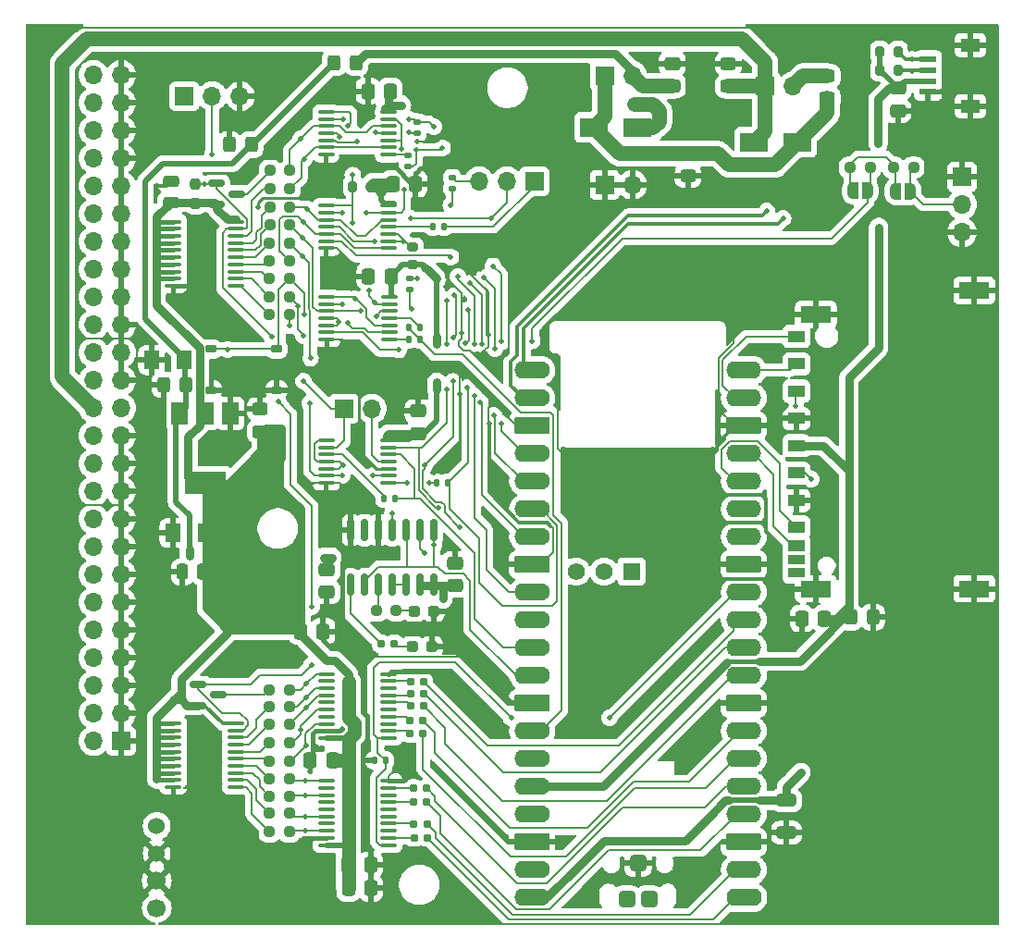
<source format=gbr>
%TF.GenerationSoftware,KiCad,Pcbnew,8.0.4-8.0.4-0~ubuntu22.04.1*%
%TF.CreationDate,2024-07-18T12:52:15-06:00*%
%TF.ProjectId,Desktop_50_Pin_TopConn,4465736b-746f-4705-9f35-305f50696e5f,rev?*%
%TF.SameCoordinates,Original*%
%TF.FileFunction,Copper,L1,Top*%
%TF.FilePolarity,Positive*%
%FSLAX46Y46*%
G04 Gerber Fmt 4.6, Leading zero omitted, Abs format (unit mm)*
G04 Created by KiCad (PCBNEW 8.0.4-8.0.4-0~ubuntu22.04.1) date 2024-07-18 12:52:15*
%MOMM*%
%LPD*%
G01*
G04 APERTURE LIST*
G04 Aperture macros list*
%AMRoundRect*
0 Rectangle with rounded corners*
0 $1 Rounding radius*
0 $2 $3 $4 $5 $6 $7 $8 $9 X,Y pos of 4 corners*
0 Add a 4 corners polygon primitive as box body*
4,1,4,$2,$3,$4,$5,$6,$7,$8,$9,$2,$3,0*
0 Add four circle primitives for the rounded corners*
1,1,$1+$1,$2,$3*
1,1,$1+$1,$4,$5*
1,1,$1+$1,$6,$7*
1,1,$1+$1,$8,$9*
0 Add four rect primitives between the rounded corners*
20,1,$1+$1,$2,$3,$4,$5,0*
20,1,$1+$1,$4,$5,$6,$7,0*
20,1,$1+$1,$6,$7,$8,$9,0*
20,1,$1+$1,$8,$9,$2,$3,0*%
%AMFreePoly0*
4,1,19,0.500000,-0.750000,0.000000,-0.750000,0.000000,-0.744911,-0.071157,-0.744911,-0.207708,-0.704816,-0.327430,-0.627875,-0.420627,-0.520320,-0.479746,-0.390866,-0.500000,-0.250000,-0.500000,0.250000,-0.479746,0.390866,-0.420627,0.520320,-0.327430,0.627875,-0.207708,0.704816,-0.071157,0.744911,0.000000,0.744911,0.000000,0.750000,0.500000,0.750000,0.500000,-0.750000,0.500000,-0.750000,
$1*%
%AMFreePoly1*
4,1,19,0.000000,0.744911,0.071157,0.744911,0.207708,0.704816,0.327430,0.627875,0.420627,0.520320,0.479746,0.390866,0.500000,0.250000,0.500000,-0.250000,0.479746,-0.390866,0.420627,-0.520320,0.327430,-0.627875,0.207708,-0.704816,0.071157,-0.744911,0.000000,-0.744911,0.000000,-0.750000,-0.500000,-0.750000,-0.500000,0.750000,0.000000,0.750000,0.000000,0.744911,0.000000,0.744911,
$1*%
%AMFreePoly2*
4,1,26,1.935306,0.780194,1.989950,0.741421,2.341421,0.389950,2.388777,0.314585,2.400000,0.248529,2.400000,-0.248529,2.380194,-0.335306,2.341421,-0.389950,1.989950,-0.741421,1.914585,-0.788777,1.848529,-0.800000,0.000000,-0.800000,-0.248529,-0.800000,-0.335306,-0.780194,-0.389950,-0.741421,-0.741421,-0.389950,-0.788777,-0.314585,-0.800000,-0.248529,-0.800000,0.248529,-0.780194,0.335306,
-0.741421,0.389950,-0.389950,0.741421,-0.314585,0.788777,-0.248529,0.800000,1.848529,0.800000,1.935306,0.780194,1.935306,0.780194,$1*%
%AMFreePoly3*
4,1,26,0.335306,0.780194,0.389950,0.741421,0.741421,0.389950,0.788777,0.314585,0.800000,0.248529,0.800000,-0.248529,0.780194,-0.335306,0.741421,-0.389950,0.389950,-0.741421,0.314585,-0.788777,0.248529,-0.800000,0.000000,-0.800000,-0.248529,-0.800000,-0.335306,-0.780194,-0.389950,-0.741421,-0.741421,-0.389950,-0.788777,-0.314585,-0.800000,-0.248529,-0.800000,0.248529,-0.780194,0.335306,
-0.741421,0.389950,-0.389950,0.741421,-0.314585,0.788777,-0.248529,0.800000,0.248529,0.800000,0.335306,0.780194,0.335306,0.780194,$1*%
G04 Aperture macros list end*
%TA.AperFunction,ComponentPad*%
%ADD10C,1.700000*%
%TD*%
%TA.AperFunction,ComponentPad*%
%ADD11C,1.524000*%
%TD*%
%TA.AperFunction,SMDPad,CuDef*%
%ADD12RoundRect,0.250001X0.462499X0.624999X-0.462499X0.624999X-0.462499X-0.624999X0.462499X-0.624999X0*%
%TD*%
%TA.AperFunction,SMDPad,CuDef*%
%ADD13R,1.500000X2.000000*%
%TD*%
%TA.AperFunction,SMDPad,CuDef*%
%ADD14R,3.800000X2.000000*%
%TD*%
%TA.AperFunction,SMDPad,CuDef*%
%ADD15RoundRect,0.250000X-0.450000X0.325000X-0.450000X-0.325000X0.450000X-0.325000X0.450000X0.325000X0*%
%TD*%
%TA.AperFunction,SMDPad,CuDef*%
%ADD16RoundRect,0.250000X0.325000X0.450000X-0.325000X0.450000X-0.325000X-0.450000X0.325000X-0.450000X0*%
%TD*%
%TA.AperFunction,SMDPad,CuDef*%
%ADD17RoundRect,0.250000X0.450000X-0.325000X0.450000X0.325000X-0.450000X0.325000X-0.450000X-0.325000X0*%
%TD*%
%TA.AperFunction,SMDPad,CuDef*%
%ADD18RoundRect,0.250000X-0.325000X-0.450000X0.325000X-0.450000X0.325000X0.450000X-0.325000X0.450000X0*%
%TD*%
%TA.AperFunction,SMDPad,CuDef*%
%ADD19R,1.500000X0.960000*%
%TD*%
%TA.AperFunction,SMDPad,CuDef*%
%ADD20R,1.500000X1.100000*%
%TD*%
%TA.AperFunction,SMDPad,CuDef*%
%ADD21R,2.800000X1.500000*%
%TD*%
%TA.AperFunction,SMDPad,CuDef*%
%ADD22R,2.500000X1.800000*%
%TD*%
%TA.AperFunction,ComponentPad*%
%ADD23R,1.700000X1.700000*%
%TD*%
%TA.AperFunction,ComponentPad*%
%ADD24O,1.700000X1.700000*%
%TD*%
%TA.AperFunction,SMDPad,CuDef*%
%ADD25RoundRect,0.160000X0.197500X0.160000X-0.197500X0.160000X-0.197500X-0.160000X0.197500X-0.160000X0*%
%TD*%
%TA.AperFunction,SMDPad,CuDef*%
%ADD26RoundRect,0.237500X-0.250000X-0.237500X0.250000X-0.237500X0.250000X0.237500X-0.250000X0.237500X0*%
%TD*%
%TA.AperFunction,SMDPad,CuDef*%
%ADD27FreePoly0,0.000000*%
%TD*%
%TA.AperFunction,SMDPad,CuDef*%
%ADD28FreePoly1,0.000000*%
%TD*%
%TA.AperFunction,SMDPad,CuDef*%
%ADD29RoundRect,0.135000X0.185000X-0.135000X0.185000X0.135000X-0.185000X0.135000X-0.185000X-0.135000X0*%
%TD*%
%TA.AperFunction,SMDPad,CuDef*%
%ADD30RoundRect,0.160000X-0.197500X-0.160000X0.197500X-0.160000X0.197500X0.160000X-0.197500X0.160000X0*%
%TD*%
%TA.AperFunction,SMDPad,CuDef*%
%ADD31RoundRect,0.150000X-0.587500X-0.150000X0.587500X-0.150000X0.587500X0.150000X-0.587500X0.150000X0*%
%TD*%
%TA.AperFunction,SMDPad,CuDef*%
%ADD32RoundRect,0.250000X0.250000X0.475000X-0.250000X0.475000X-0.250000X-0.475000X0.250000X-0.475000X0*%
%TD*%
%TA.AperFunction,SMDPad,CuDef*%
%ADD33RoundRect,0.200000X0.200000X0.275000X-0.200000X0.275000X-0.200000X-0.275000X0.200000X-0.275000X0*%
%TD*%
%TA.AperFunction,SMDPad,CuDef*%
%ADD34RoundRect,0.135000X0.135000X0.185000X-0.135000X0.185000X-0.135000X-0.185000X0.135000X-0.185000X0*%
%TD*%
%TA.AperFunction,SMDPad,CuDef*%
%ADD35RoundRect,0.250000X0.475000X-0.337500X0.475000X0.337500X-0.475000X0.337500X-0.475000X-0.337500X0*%
%TD*%
%TA.AperFunction,SMDPad,CuDef*%
%ADD36RoundRect,0.100000X-0.637500X-0.100000X0.637500X-0.100000X0.637500X0.100000X-0.637500X0.100000X0*%
%TD*%
%TA.AperFunction,SMDPad,CuDef*%
%ADD37RoundRect,0.250000X-0.337500X-0.475000X0.337500X-0.475000X0.337500X0.475000X-0.337500X0.475000X0*%
%TD*%
%TA.AperFunction,SMDPad,CuDef*%
%ADD38RoundRect,0.100000X0.637500X0.100000X-0.637500X0.100000X-0.637500X-0.100000X0.637500X-0.100000X0*%
%TD*%
%TA.AperFunction,SMDPad,CuDef*%
%ADD39RoundRect,0.250000X0.337500X0.475000X-0.337500X0.475000X-0.337500X-0.475000X0.337500X-0.475000X0*%
%TD*%
%TA.AperFunction,SMDPad,CuDef*%
%ADD40RoundRect,0.250000X-0.475000X0.337500X-0.475000X-0.337500X0.475000X-0.337500X0.475000X0.337500X0*%
%TD*%
%TA.AperFunction,SMDPad,CuDef*%
%ADD41RoundRect,0.250000X-0.650000X0.325000X-0.650000X-0.325000X0.650000X-0.325000X0.650000X0.325000X0*%
%TD*%
%TA.AperFunction,SMDPad,CuDef*%
%ADD42FreePoly0,180.000000*%
%TD*%
%TA.AperFunction,SMDPad,CuDef*%
%ADD43FreePoly1,180.000000*%
%TD*%
%TA.AperFunction,SMDPad,CuDef*%
%ADD44RoundRect,0.200000X-0.275000X0.200000X-0.275000X-0.200000X0.275000X-0.200000X0.275000X0.200000X0*%
%TD*%
%TA.AperFunction,SMDPad,CuDef*%
%ADD45RoundRect,0.250000X0.475000X-0.250000X0.475000X0.250000X-0.475000X0.250000X-0.475000X-0.250000X0*%
%TD*%
%TA.AperFunction,SMDPad,CuDef*%
%ADD46RoundRect,0.237500X0.287500X0.237500X-0.287500X0.237500X-0.287500X-0.237500X0.287500X-0.237500X0*%
%TD*%
%TA.AperFunction,SMDPad,CuDef*%
%ADD47RoundRect,0.187500X0.312500X0.187500X-0.312500X0.187500X-0.312500X-0.187500X0.312500X-0.187500X0*%
%TD*%
%TA.AperFunction,SMDPad,CuDef*%
%ADD48RoundRect,0.237500X-0.237500X0.250000X-0.237500X-0.250000X0.237500X-0.250000X0.237500X0.250000X0*%
%TD*%
%TA.AperFunction,SMDPad,CuDef*%
%ADD49RoundRect,0.150000X-0.150000X0.825000X-0.150000X-0.825000X0.150000X-0.825000X0.150000X0.825000X0*%
%TD*%
%TA.AperFunction,SMDPad,CuDef*%
%ADD50RoundRect,0.200000X-0.200000X-0.275000X0.200000X-0.275000X0.200000X0.275000X-0.200000X0.275000X0*%
%TD*%
%TA.AperFunction,SMDPad,CuDef*%
%ADD51R,1.550000X0.600000*%
%TD*%
%TA.AperFunction,SMDPad,CuDef*%
%ADD52R,1.800000X1.200000*%
%TD*%
%TA.AperFunction,SMDPad,CuDef*%
%ADD53RoundRect,0.135000X-0.135000X-0.185000X0.135000X-0.185000X0.135000X0.185000X-0.135000X0.185000X0*%
%TD*%
%TA.AperFunction,SMDPad,CuDef*%
%ADD54FreePoly2,180.000000*%
%TD*%
%TA.AperFunction,ComponentPad*%
%ADD55FreePoly3,180.000000*%
%TD*%
%TA.AperFunction,SMDPad,CuDef*%
%ADD56O,3.200000X1.600000*%
%TD*%
%TA.AperFunction,ComponentPad*%
%ADD57C,1.600000*%
%TD*%
%TA.AperFunction,SMDPad,CuDef*%
%ADD58RoundRect,0.200000X1.400000X0.600000X-1.400000X0.600000X-1.400000X-0.600000X1.400000X-0.600000X0*%
%TD*%
%TA.AperFunction,ComponentPad*%
%ADD59RoundRect,0.200000X0.600000X0.600000X-0.600000X0.600000X-0.600000X-0.600000X0.600000X-0.600000X0*%
%TD*%
%TA.AperFunction,ComponentPad*%
%ADD60R,1.574800X1.574800*%
%TD*%
%TA.AperFunction,ComponentPad*%
%ADD61C,1.574800*%
%TD*%
%TA.AperFunction,TestPad*%
%ADD62RoundRect,0.300000X0.450000X0.450000X-0.450000X0.450000X-0.450000X-0.450000X0.450000X-0.450000X0*%
%TD*%
%TA.AperFunction,SMDPad,CuDef*%
%ADD63RoundRect,0.237500X0.250000X0.237500X-0.250000X0.237500X-0.250000X-0.237500X0.250000X-0.237500X0*%
%TD*%
%TA.AperFunction,ViaPad*%
%ADD64C,0.500000*%
%TD*%
%TA.AperFunction,ViaPad*%
%ADD65C,0.600000*%
%TD*%
%TA.AperFunction,Conductor*%
%ADD66C,0.150000*%
%TD*%
%TA.AperFunction,Conductor*%
%ADD67C,0.250000*%
%TD*%
%TA.AperFunction,Conductor*%
%ADD68C,0.400000*%
%TD*%
%TA.AperFunction,Conductor*%
%ADD69C,0.200000*%
%TD*%
%TA.AperFunction,Conductor*%
%ADD70C,0.330000*%
%TD*%
%TA.AperFunction,Conductor*%
%ADD71C,0.500000*%
%TD*%
%TA.AperFunction,Conductor*%
%ADD72C,0.750000*%
%TD*%
%TA.AperFunction,Conductor*%
%ADD73C,1.250000*%
%TD*%
%TA.AperFunction,Conductor*%
%ADD74C,1.000000*%
%TD*%
%TA.AperFunction,Conductor*%
%ADD75C,1.330000*%
%TD*%
%TA.AperFunction,Conductor*%
%ADD76C,0.450000*%
%TD*%
G04 APERTURE END LIST*
D10*
%TO.P,J3,1,5V*%
%TO.N,Net-(D2-Pad2)*%
X112062500Y-144765400D03*
%TO.P,J3,2,GND*%
%TO.N,GND*%
X112062500Y-142265400D03*
D11*
%TO.P,J3,3,GND*%
X112062500Y-139765400D03*
%TO.P,J3,4,12V*%
%TO.N,unconnected-(J3-Pad4)*%
X112062500Y-137265400D03*
%TD*%
D12*
%TO.P,C3,1*%
%TO.N,+5F*%
X114568300Y-94615000D03*
%TO.P,C3,2*%
%TO.N,GND*%
X111593300Y-94615000D03*
%TD*%
%TO.P,C4,1*%
%TO.N,+2V8*%
X116507700Y-110439200D03*
%TO.P,C4,2*%
%TO.N,GND*%
X113532700Y-110439200D03*
%TD*%
D13*
%TO.P,U3,1,GND*%
%TO.N,GND*%
X118784400Y-99516800D03*
%TO.P,U3,2,VO*%
%TO.N,+2V8*%
X116484400Y-99516800D03*
D14*
X116484400Y-105816800D03*
D13*
%TO.P,U3,3,VI*%
%TO.N,+5F*%
X114184400Y-99516800D03*
%TD*%
D15*
%TO.P,C7,1*%
%TO.N,Net-(C7-Pad1)*%
X160680400Y-75726200D03*
%TO.P,C7,2*%
%TO.N,GND*%
X160680400Y-77776200D03*
%TD*%
D16*
%TO.P,C1,1*%
%TO.N,+5F*%
X120728100Y-74904600D03*
%TO.P,C1,2*%
%TO.N,GND*%
X118678100Y-74904600D03*
%TD*%
%TO.P,C2,1*%
%TO.N,+5F*%
X114715400Y-96875600D03*
%TO.P,C2,2*%
%TO.N,GND*%
X112665400Y-96875600D03*
%TD*%
D17*
%TO.P,C5,1*%
%TO.N,+2V8*%
X121539000Y-101160800D03*
%TO.P,C5,2*%
%TO.N,GND*%
X121539000Y-99110800D03*
%TD*%
%TO.P,C6,1*%
%TO.N,+5V*%
X164388800Y-69554200D03*
%TO.P,C6,2*%
%TO.N,GND*%
X164388800Y-67504200D03*
%TD*%
D18*
%TO.P,C12,1*%
%TO.N,+3V3*%
X175572200Y-118160800D03*
%TO.P,C12,2*%
%TO.N,GND*%
X177622200Y-118160800D03*
%TD*%
D19*
%TO.P,SD1,1,WP*%
%TO.N,unconnected-(SD1-Pad1)*%
X170591480Y-114095780D03*
%TO.P,SD1,2,CD*%
%TO.N,unconnected-(SD1-Pad2)*%
X170591480Y-112895780D03*
D20*
%TO.P,SD1,3,DAT1*%
%TO.N,SD_D1*%
X170591480Y-111595780D03*
%TO.P,SD1,4,DAT0/MISO*%
%TO.N,SD_D0_MISO*%
X170591480Y-109895780D03*
%TO.P,SD1,5,GND*%
%TO.N,GND*%
X170591480Y-107465780D03*
%TO.P,SD1,6,CLK*%
%TO.N,SD_CLK*%
X170591480Y-104965780D03*
%TO.P,SD1,7,Vdd*%
%TO.N,+3V3*%
X170591480Y-102465780D03*
%TO.P,SD1,8,GND*%
%TO.N,GND*%
X170591480Y-99965780D03*
%TO.P,SD1,9,CMD/MOSI*%
%TO.N,SD_CMD_MOSI*%
X170591480Y-97465780D03*
%TO.P,SD1,10,CD/CS/DAT3*%
%TO.N,SD_D3_CS*%
X170591480Y-94965780D03*
%TO.P,SD1,11,DAT2*%
%TO.N,SD_D2*%
X170591480Y-92465780D03*
D21*
%TO.P,SD1,12,GND*%
%TO.N,GND*%
X172391480Y-115555780D03*
%TO.P,SD1,13,GND*%
X172391480Y-90455780D03*
%TO.P,SD1,14,GND*%
X186891480Y-115555780D03*
%TO.P,SD1,15,GND*%
X186891480Y-88255780D03*
%TD*%
D22*
%TO.P,D1,1,K*%
%TO.N,Net-(C7-Pad1)*%
X170732200Y-74676000D03*
%TO.P,D1,2,A*%
%TO.N,+5V*%
X166732200Y-74676000D03*
%TD*%
%TO.P,D2,1,K*%
%TO.N,Net-(C7-Pad1)*%
X152044400Y-73322200D03*
%TO.P,D2,2,A*%
%TO.N,Net-(D2-Pad2)*%
X156044400Y-73322200D03*
%TD*%
D23*
%TO.P,J1,1,Pin_1*%
%TO.N,unconnected-(J1-Pad1)*%
X114604800Y-70459600D03*
D24*
%TO.P,J1,2,Pin_2*%
%TO.N,TRM_ON_J*%
X117144800Y-70459600D03*
%TO.P,J1,3,Pin_3*%
%TO.N,GND*%
X119684800Y-70459600D03*
%TD*%
D25*
%TO.P,R42,1*%
%TO.N,Net-(R42-Pad1)*%
X136825400Y-138339400D03*
%TO.P,R42,2*%
%TO.N,DB0T*%
X135630400Y-138339400D03*
%TD*%
D26*
%TO.P,R56,1*%
%TO.N,Net-(R56-Pad1)*%
X132160000Y-117576600D03*
%TO.P,R56,2*%
%TO.N,Net-(D4-Pad2)*%
X133985000Y-117576600D03*
%TD*%
D27*
%TO.P,JP2,1,A*%
%TO.N,Net-(JP1-Pad2)*%
X179713500Y-79171800D03*
D28*
%TO.P,JP2,2,B*%
%TO.N,Net-(J5-Pad2)*%
X181013500Y-79171800D03*
%TD*%
D29*
%TO.P,R66,1*%
%TO.N,iRST*%
X135255000Y-88190800D03*
%TO.P,R66,2*%
%TO.N,oSEL*%
X135255000Y-87170800D03*
%TD*%
D30*
%TO.P,R30,1*%
%TO.N,Net-(R30-Pad1)*%
X132612200Y-120599200D03*
%TO.P,R30,2*%
%TO.N,Net-(D3-Pad2)*%
X133807200Y-120599200D03*
%TD*%
D31*
%TO.P,Q1,1,G*%
%TO.N,TRM_ON_J*%
X117551200Y-78460600D03*
%TO.P,Q1,2,S*%
%TO.N,+2V8*%
X117551200Y-80360600D03*
%TO.P,Q1,3,D*%
%TO.N,Net-(Q1-Pad3)*%
X119426200Y-79410600D03*
%TD*%
D26*
%TO.P,R39,1*%
%TO.N,Net-(R39-Pad1)*%
X122375300Y-132943600D03*
%TO.P,R39,2*%
%TO.N,DB3*%
X124200300Y-132943600D03*
%TD*%
D32*
%TO.P,C17,1*%
%TO.N,+2V8*%
X116300400Y-114020600D03*
%TO.P,C17,2*%
%TO.N,GND*%
X114400400Y-114020600D03*
%TD*%
D25*
%TO.P,R16,1*%
%TO.N,Net-(R16-Pad1)*%
X136450000Y-128828800D03*
%TO.P,R16,2*%
%TO.N,DB4T*%
X135255000Y-128828800D03*
%TD*%
D26*
%TO.P,R4,1*%
%TO.N,Net-(R4-Pad1)*%
X122379100Y-87172800D03*
%TO.P,R4,2*%
%TO.N,RST*%
X124204100Y-87172800D03*
%TD*%
D33*
%TO.P,R24,1*%
%TO.N,SDA*%
X179908200Y-68097400D03*
%TO.P,R24,2*%
%TO.N,+3V3*%
X178258200Y-68097400D03*
%TD*%
D34*
%TO.P,R67,1*%
%TO.N,oACK*%
X133883400Y-107289600D03*
%TO.P,R67,2*%
%TO.N,iACK*%
X132863400Y-107289600D03*
%TD*%
D23*
%TO.P,J2,1,Pin_1*%
%TO.N,GND*%
X108813600Y-129484200D03*
D24*
%TO.P,J2,2,Pin_2*%
%TO.N,DB0*%
X106273600Y-129484200D03*
%TO.P,J2,3,Pin_3*%
%TO.N,GND*%
X108813600Y-126944200D03*
%TO.P,J2,4,Pin_4*%
%TO.N,DB1*%
X106273600Y-126944200D03*
%TO.P,J2,5,Pin_5*%
%TO.N,GND*%
X108813600Y-124404200D03*
%TO.P,J2,6,Pin_6*%
%TO.N,DB2*%
X106273600Y-124404200D03*
%TO.P,J2,7,Pin_7*%
%TO.N,GND*%
X108813600Y-121864200D03*
%TO.P,J2,8,Pin_8*%
%TO.N,DB3*%
X106273600Y-121864200D03*
%TO.P,J2,9,Pin_9*%
%TO.N,GND*%
X108813600Y-119324200D03*
%TO.P,J2,10,Pin_10*%
%TO.N,DB4*%
X106273600Y-119324200D03*
%TO.P,J2,11,Pin_11*%
%TO.N,GND*%
X108813600Y-116784200D03*
%TO.P,J2,12,Pin_12*%
%TO.N,DB5*%
X106273600Y-116784200D03*
%TO.P,J2,13,Pin_13*%
%TO.N,GND*%
X108813600Y-114244200D03*
%TO.P,J2,14,Pin_14*%
%TO.N,DB6*%
X106273600Y-114244200D03*
%TO.P,J2,15,Pin_15*%
%TO.N,GND*%
X108813600Y-111704200D03*
%TO.P,J2,16,Pin_16*%
%TO.N,DB7*%
X106273600Y-111704200D03*
%TO.P,J2,17,Pin_17*%
%TO.N,GND*%
X108813600Y-109164200D03*
%TO.P,J2,18,Pin_18*%
%TO.N,DBP*%
X106273600Y-109164200D03*
%TO.P,J2,19,Pin_19*%
%TO.N,GND*%
X108813600Y-106624200D03*
%TO.P,J2,20,Pin_20*%
%TO.N,unconnected-(J2-Pad20)*%
X106273600Y-106624200D03*
%TO.P,J2,21,Pin_21*%
%TO.N,GND*%
X108813600Y-104084200D03*
%TO.P,J2,22,Pin_22*%
%TO.N,unconnected-(J2-Pad22)*%
X106273600Y-104084200D03*
%TO.P,J2,23,Pin_23*%
%TO.N,GND*%
X108813600Y-101544200D03*
%TO.P,J2,24,Pin_24*%
%TO.N,unconnected-(J2-Pad24)*%
X106273600Y-101544200D03*
%TO.P,J2,25,Pin_25*%
%TO.N,unconnected-(J2-Pad25)*%
X108813600Y-99004200D03*
%TO.P,J2,26,Pin_26*%
%TO.N,+5V*%
X106273600Y-99004200D03*
%TO.P,J2,27,Pin_27*%
%TO.N,GND*%
X108813600Y-96464200D03*
%TO.P,J2,28,Pin_28*%
%TO.N,unconnected-(J2-Pad28)*%
X106273600Y-96464200D03*
%TO.P,J2,29,Pin_29*%
%TO.N,GND*%
X108813600Y-93924200D03*
%TO.P,J2,30,Pin_30*%
%TO.N,unconnected-(J2-Pad30)*%
X106273600Y-93924200D03*
%TO.P,J2,31,Pin_31*%
%TO.N,GND*%
X108813600Y-91384200D03*
%TO.P,J2,32,Pin_32*%
%TO.N,ATN*%
X106273600Y-91384200D03*
%TO.P,J2,33,Pin_33*%
%TO.N,GND*%
X108813600Y-88844200D03*
%TO.P,J2,34,Pin_34*%
%TO.N,unconnected-(J2-Pad34)*%
X106273600Y-88844200D03*
%TO.P,J2,35,Pin_35*%
%TO.N,GND*%
X108813600Y-86304200D03*
%TO.P,J2,36,Pin_36*%
%TO.N,BSY*%
X106273600Y-86304200D03*
%TO.P,J2,37,Pin_37*%
%TO.N,GND*%
X108813600Y-83764200D03*
%TO.P,J2,38,Pin_38*%
%TO.N,ACK*%
X106273600Y-83764200D03*
%TO.P,J2,39,Pin_39*%
%TO.N,GND*%
X108813600Y-81224200D03*
%TO.P,J2,40,Pin_40*%
%TO.N,RST*%
X106273600Y-81224200D03*
%TO.P,J2,41,Pin_41*%
%TO.N,GND*%
X108813600Y-78684200D03*
%TO.P,J2,42,Pin_42*%
%TO.N,MSG*%
X106273600Y-78684200D03*
%TO.P,J2,43,Pin_43*%
%TO.N,GND*%
X108813600Y-76144200D03*
%TO.P,J2,44,Pin_44*%
%TO.N,SEL*%
X106273600Y-76144200D03*
%TO.P,J2,45,Pin_45*%
%TO.N,GND*%
X108813600Y-73604200D03*
%TO.P,J2,46,Pin_46*%
%TO.N,CD*%
X106273600Y-73604200D03*
%TO.P,J2,47,Pin_47*%
%TO.N,GND*%
X108813600Y-71064200D03*
%TO.P,J2,48,Pin_48*%
%TO.N,REQ*%
X106273600Y-71064200D03*
%TO.P,J2,49,Pin_49*%
%TO.N,GND*%
X108813600Y-68524200D03*
%TO.P,J2,50,Pin_50*%
%TO.N,IO*%
X106273600Y-68524200D03*
%TD*%
D35*
%TO.P,C16,1*%
%TO.N,+5VP*%
X159258000Y-69537400D03*
%TO.P,C16,2*%
%TO.N,GND*%
X159258000Y-67462400D03*
%TD*%
D26*
%TO.P,R33,1*%
%TO.N,Net-(R33-Pad1)*%
X122375300Y-127939800D03*
%TO.P,R33,2*%
%TO.N,DB6*%
X124200300Y-127939800D03*
%TD*%
D36*
%TO.P,U5,1,DIR*%
%TO.N,+2V8*%
X113573000Y-81961800D03*
%TO.P,U5,2,A1*%
X113573000Y-82611800D03*
%TO.P,U5,3,A2*%
X113573000Y-83261800D03*
%TO.P,U5,4,A3*%
X113573000Y-83911800D03*
%TO.P,U5,5,A4*%
X113573000Y-84561800D03*
%TO.P,U5,6,A5*%
X113573000Y-85211800D03*
%TO.P,U5,7,A6*%
X113573000Y-85861800D03*
%TO.P,U5,8,A7*%
X113573000Y-86511800D03*
%TO.P,U5,9,A8*%
X113573000Y-87161800D03*
%TO.P,U5,10,GND*%
%TO.N,GND*%
X113573000Y-87811800D03*
%TO.P,U5,11,B8*%
%TO.N,Net-(R2-Pad1)*%
X119298000Y-87811800D03*
%TO.P,U5,12,B7*%
%TO.N,Net-(R3-Pad1)*%
X119298000Y-87161800D03*
%TO.P,U5,13,B6*%
%TO.N,Net-(R4-Pad1)*%
X119298000Y-86511800D03*
%TO.P,U5,14,B5*%
%TO.N,Net-(R5-Pad1)*%
X119298000Y-85861800D03*
%TO.P,U5,15,B4*%
%TO.N,Net-(R10-Pad1)*%
X119298000Y-85211800D03*
%TO.P,U5,16,B3*%
%TO.N,Net-(R9-Pad1)*%
X119298000Y-84561800D03*
%TO.P,U5,17,B2*%
%TO.N,Net-(R8-Pad1)*%
X119298000Y-83911800D03*
%TO.P,U5,18,B1*%
%TO.N,Net-(R7-Pad1)*%
X119298000Y-83261800D03*
%TO.P,U5,19,/OE*%
%TO.N,TRM_ON_J*%
X119298000Y-82611800D03*
%TO.P,U5,20,Vcc*%
%TO.N,+2V8*%
X119298000Y-81961800D03*
%TD*%
D26*
%TO.P,R36,1*%
%TO.N,Net-(R36-Pad1)*%
X122379100Y-137795000D03*
%TO.P,R36,2*%
%TO.N,DB0*%
X124204100Y-137795000D03*
%TD*%
%TO.P,R5,1*%
%TO.N,Net-(R5-Pad1)*%
X122379100Y-85547200D03*
%TO.P,R5,2*%
%TO.N,SEL*%
X124204100Y-85547200D03*
%TD*%
D36*
%TO.P,U14,1,1/OE*%
%TO.N,oBSY*%
X127591900Y-80473000D03*
%TO.P,U14,2,1A*%
%TO.N,oCD_iSEL*%
X127591900Y-81123000D03*
%TO.P,U14,3,1Y*%
%TO.N,CD*%
X127591900Y-81773000D03*
%TO.P,U14,4,2/OE*%
%TO.N,GND*%
X127591900Y-82423000D03*
%TO.P,U14,5,2A*%
%TO.N,SEL*%
X127591900Y-83073000D03*
%TO.P,U14,6,2Y*%
%TO.N,iSEL*%
X127591900Y-83723000D03*
%TO.P,U14,7,GND*%
%TO.N,GND*%
X127591900Y-84373000D03*
%TO.P,U14,8,3Y*%
%TO.N,SEL*%
X133316900Y-84373000D03*
%TO.P,U14,9,3A*%
%TO.N,oSEL*%
X133316900Y-83723000D03*
%TO.P,U14,10,3/OE*%
X133316900Y-83073000D03*
%TO.P,U14,11,4Y*%
%TO.N,iCD*%
X133316900Y-82423000D03*
%TO.P,U14,12,4A*%
%TO.N,CD*%
X133316900Y-81773000D03*
%TO.P,U14,13,4/OE*%
%TO.N,!oBSY*%
X133316900Y-81123000D03*
%TO.P,U14,14,Vcc*%
%TO.N,+2V8*%
X133316900Y-80473000D03*
%TD*%
D26*
%TO.P,R35,1*%
%TO.N,Net-(Q2-Pad3)*%
X122377200Y-124790200D03*
%TO.P,R35,2*%
%TO.N,DBP*%
X124202200Y-124790200D03*
%TD*%
%TO.P,R1,1*%
%TO.N,Net-(R1-Pad1)*%
X122379100Y-129616200D03*
%TO.P,R1,2*%
%TO.N,DB5*%
X124204100Y-129616200D03*
%TD*%
D37*
%TO.P,C8,1*%
%TO.N,+2V8*%
X129573100Y-140828600D03*
%TO.P,C8,2*%
%TO.N,GND*%
X131648100Y-140828600D03*
%TD*%
D26*
%TO.P,R38,1*%
%TO.N,Net-(R38-Pad1)*%
X122379100Y-134518400D03*
%TO.P,R38,2*%
%TO.N,DB2*%
X124204100Y-134518400D03*
%TD*%
D23*
%TO.P,J5,1,Pin_1*%
%TO.N,GND*%
X185775600Y-77851000D03*
D24*
%TO.P,J5,2,Pin_2*%
%TO.N,Net-(J5-Pad2)*%
X185775600Y-80391000D03*
%TO.P,J5,3,Pin_3*%
%TO.N,GND*%
X185775600Y-82931000D03*
%TD*%
D23*
%TO.P,J11,1,Pin_1*%
%TO.N,ACK*%
X129209800Y-99060000D03*
D24*
%TO.P,J11,2,Pin_2*%
%TO.N,ACKDr*%
X131749800Y-99060000D03*
%TD*%
D25*
%TO.P,R17,1*%
%TO.N,Net-(R17-Pad1)*%
X136787900Y-133818200D03*
%TO.P,R17,2*%
%TO.N,DB3T*%
X135592900Y-133818200D03*
%TD*%
D26*
%TO.P,R9,1*%
%TO.N,Net-(R9-Pad1)*%
X122431800Y-82245200D03*
%TO.P,R9,2*%
%TO.N,MSG*%
X124256800Y-82245200D03*
%TD*%
D25*
%TO.P,R13,1*%
%TO.N,Net-(R13-Pad1)*%
X136475400Y-125145800D03*
%TO.P,R13,2*%
%TO.N,DB7T*%
X135280400Y-125145800D03*
%TD*%
D17*
%TO.P,F3,1*%
%TO.N,Net-(C7-Pad1)*%
X173431200Y-70662800D03*
%TO.P,F3,2*%
%TO.N,Net-(F3-Pad2)*%
X173431200Y-68612800D03*
%TD*%
D26*
%TO.P,R40,1*%
%TO.N,Net-(R40-Pad1)*%
X122373400Y-131343400D03*
%TO.P,R40,2*%
%TO.N,DB4*%
X124198400Y-131343400D03*
%TD*%
%TO.P,R59,1*%
%TO.N,Net-(JP1-Pad2)*%
X179503700Y-76987400D03*
%TO.P,R59,2*%
%TO.N,Net-(J5-Pad2)*%
X181328700Y-76987400D03*
%TD*%
D38*
%TO.P,U4,1,DIR*%
%TO.N,DBPTr*%
X133316900Y-139003800D03*
%TO.P,U4,2,A1*%
%TO.N,DB0T*%
X133316900Y-138353800D03*
%TO.P,U4,3,A2*%
%TO.N,unconnected-(U4-Pad3)*%
X133316900Y-137703800D03*
%TO.P,U4,4,A3*%
%TO.N,DB1T*%
X133316900Y-137053800D03*
%TO.P,U4,5,A4*%
%TO.N,unconnected-(U4-Pad5)*%
X133316900Y-136403800D03*
%TO.P,U4,6,A5*%
%TO.N,unconnected-(U4-Pad6)*%
X133316900Y-135753800D03*
%TO.P,U4,7,A6*%
%TO.N,DB2T*%
X133316900Y-135103800D03*
%TO.P,U4,8,A7*%
%TO.N,unconnected-(U4-Pad8)*%
X133316900Y-134453800D03*
%TO.P,U4,9,A8*%
%TO.N,DB3T*%
X133316900Y-133803800D03*
%TO.P,U4,10,GND*%
%TO.N,GND*%
X133316900Y-133153800D03*
%TO.P,U4,11,B8*%
%TO.N,DB3*%
X127591900Y-133153800D03*
%TO.P,U4,12,B7*%
%TO.N,unconnected-(U4-Pad12)*%
X127591900Y-133803800D03*
%TO.P,U4,13,B6*%
%TO.N,DB2*%
X127591900Y-134453800D03*
%TO.P,U4,14,B5*%
%TO.N,unconnected-(U4-Pad14)*%
X127591900Y-135103800D03*
%TO.P,U4,15,B4*%
%TO.N,unconnected-(U4-Pad15)*%
X127591900Y-135753800D03*
%TO.P,U4,16,B3*%
%TO.N,DB1*%
X127591900Y-136403800D03*
%TO.P,U4,17,B2*%
%TO.N,unconnected-(U4-Pad17)*%
X127591900Y-137053800D03*
%TO.P,U4,18,B1*%
%TO.N,DB0*%
X127591900Y-137703800D03*
%TO.P,U4,19,/OE*%
%TO.N,GND*%
X127591900Y-138353800D03*
%TO.P,U4,20,Vcc*%
%TO.N,+2V8*%
X127591900Y-139003800D03*
%TD*%
D25*
%TO.P,R18,1*%
%TO.N,Net-(R18-Pad1)*%
X136787900Y-135062800D03*
%TO.P,R18,2*%
%TO.N,DB2T*%
X135592900Y-135062800D03*
%TD*%
D36*
%TO.P,U6,1,DIR*%
%TO.N,+2V8*%
X113573000Y-127859600D03*
%TO.P,U6,2,A1*%
X113573000Y-128509600D03*
%TO.P,U6,3,A2*%
X113573000Y-129159600D03*
%TO.P,U6,4,A3*%
X113573000Y-129809600D03*
%TO.P,U6,5,A4*%
X113573000Y-130459600D03*
%TO.P,U6,6,A5*%
X113573000Y-131109600D03*
%TO.P,U6,7,A6*%
X113573000Y-131759600D03*
%TO.P,U6,8,A7*%
X113573000Y-132409600D03*
%TO.P,U6,9,A8*%
X113573000Y-133059600D03*
%TO.P,U6,10,GND*%
%TO.N,GND*%
X113573000Y-133709600D03*
%TO.P,U6,11,B8*%
%TO.N,Net-(R36-Pad1)*%
X119298000Y-133709600D03*
%TO.P,U6,12,B7*%
%TO.N,Net-(R37-Pad1)*%
X119298000Y-133059600D03*
%TO.P,U6,13,B6*%
%TO.N,Net-(R38-Pad1)*%
X119298000Y-132409600D03*
%TO.P,U6,14,B5*%
%TO.N,Net-(R39-Pad1)*%
X119298000Y-131759600D03*
%TO.P,U6,15,B4*%
%TO.N,Net-(R40-Pad1)*%
X119298000Y-131109600D03*
%TO.P,U6,16,B3*%
%TO.N,Net-(R1-Pad1)*%
X119298000Y-130459600D03*
%TO.P,U6,17,B2*%
%TO.N,Net-(R33-Pad1)*%
X119298000Y-129809600D03*
%TO.P,U6,18,B1*%
%TO.N,Net-(R34-Pad1)*%
X119298000Y-129159600D03*
%TO.P,U6,19,/OE*%
%TO.N,TRM_ON_J*%
X119298000Y-128509600D03*
%TO.P,U6,20,Vcc*%
%TO.N,+2V8*%
X119298000Y-127859600D03*
%TD*%
%TO.P,U13,1,1/OE*%
%TO.N,oBSY*%
X127564500Y-71913200D03*
%TO.P,U13,2,1A*%
%TO.N,oIO*%
X127564500Y-72563200D03*
%TO.P,U13,3,1Y*%
%TO.N,IO*%
X127564500Y-73213200D03*
%TO.P,U13,4,2/OE*%
%TO.N,oBSY*%
X127564500Y-73863200D03*
%TO.P,U13,5,2A*%
%TO.N,oREQ*%
X127564500Y-74513200D03*
%TO.P,U13,6,2Y*%
%TO.N,REQ*%
X127564500Y-75163200D03*
%TO.P,U13,7,GND*%
%TO.N,GND*%
X127564500Y-75813200D03*
%TO.P,U13,8,3Y*%
%TO.N,iREQ*%
X133289500Y-75813200D03*
%TO.P,U13,9,3A*%
%TO.N,REQ*%
X133289500Y-75163200D03*
%TO.P,U13,10,3/OE*%
%TO.N,!oBSY*%
X133289500Y-74513200D03*
%TO.P,U13,11,4Y*%
%TO.N,iIO*%
X133289500Y-73863200D03*
%TO.P,U13,12,4A*%
%TO.N,IO*%
X133289500Y-73213200D03*
%TO.P,U13,13,4/OE*%
%TO.N,!oBSY*%
X133289500Y-72563200D03*
%TO.P,U13,14,Vcc*%
%TO.N,+2V8*%
X133289500Y-71913200D03*
%TD*%
D37*
%TO.P,C15,1*%
%TO.N,+2V8*%
X125229800Y-119456200D03*
%TO.P,C15,2*%
%TO.N,GND*%
X127304800Y-119456200D03*
%TD*%
%TO.P,C19,1*%
%TO.N,GND*%
X131372700Y-70002400D03*
%TO.P,C19,2*%
%TO.N,+2V8*%
X133447700Y-70002400D03*
%TD*%
D29*
%TO.P,R11,1*%
%TO.N,iSEL*%
X139115800Y-78919800D03*
%TO.P,R11,2*%
%TO.N,Net-(J10-Pad3)*%
X139115800Y-77899800D03*
%TD*%
D23*
%TO.P,J9,1,Pin_1*%
%TO.N,GND*%
X153060400Y-78580000D03*
D24*
%TO.P,J9,2,Pin_2*%
X155600400Y-78580000D03*
%TD*%
D39*
%TO.P,C14,1*%
%TO.N,GND*%
X135753200Y-78486000D03*
%TO.P,C14,2*%
%TO.N,+2V8*%
X133678200Y-78486000D03*
%TD*%
D34*
%TO.P,R69,1*%
%TO.N,Net-(R61-Pad1)*%
X136130400Y-92745200D03*
%TO.P,R69,2*%
%TO.N,iATN*%
X135110400Y-92745200D03*
%TD*%
D36*
%TO.P,U16,1,1/OE*%
%TO.N,oBSY*%
X127591900Y-101961400D03*
%TO.P,U16,2,1A*%
%TO.N,ACK*%
X127591900Y-102611400D03*
%TO.P,U16,3,1Y*%
%TO.N,iACK*%
X127591900Y-103261400D03*
%TO.P,U16,4,2/OE*%
%TO.N,oBSY*%
X127591900Y-103911400D03*
%TO.P,U16,5,2A*%
X127591900Y-104561400D03*
%TO.P,U16,6,2Y*%
%TO.N,BSY*%
X127591900Y-105211400D03*
%TO.P,U16,7,GND*%
%TO.N,GND*%
X127591900Y-105861400D03*
%TO.P,U16,8,3Y*%
%TO.N,iBSY*%
X133316900Y-105861400D03*
%TO.P,U16,9,3A*%
%TO.N,BSY*%
X133316900Y-105211400D03*
%TO.P,U16,10,3/OE*%
%TO.N,GND*%
X133316900Y-104561400D03*
%TO.P,U16,11,4Y*%
%TO.N,ACKDr*%
X133316900Y-103911400D03*
%TO.P,U16,12,4A*%
%TO.N,oACK*%
X133316900Y-103261400D03*
%TO.P,U16,13,4/OE*%
%TO.N,!oBSY*%
X133316900Y-102611400D03*
%TO.P,U16,14,Vcc*%
%TO.N,+2V8*%
X133316900Y-101961400D03*
%TD*%
D40*
%TO.P,C20,1*%
%TO.N,GND*%
X139369800Y-113186300D03*
%TO.P,C20,2*%
%TO.N,+5F*%
X139369800Y-115261300D03*
%TD*%
D31*
%TO.P,Q2,1,G*%
%TO.N,TRM_ON_J*%
X115853600Y-124322800D03*
%TO.P,Q2,2,S*%
%TO.N,+2V8*%
X115853600Y-126222800D03*
%TO.P,Q2,3,D*%
%TO.N,Net-(Q2-Pad3)*%
X117728600Y-125272800D03*
%TD*%
D26*
%TO.P,R3,1*%
%TO.N,Net-(R3-Pad1)*%
X122381000Y-88798400D03*
%TO.P,R3,2*%
%TO.N,ACK*%
X124206000Y-88798400D03*
%TD*%
D25*
%TO.P,R15,1*%
%TO.N,Net-(R15-Pad1)*%
X136450000Y-127635000D03*
%TO.P,R15,2*%
%TO.N,DB5T*%
X135255000Y-127635000D03*
%TD*%
D41*
%TO.P,C23,1*%
%TO.N,+5VP*%
X169697400Y-134924800D03*
%TO.P,C23,2*%
%TO.N,GND*%
X169697400Y-137874800D03*
%TD*%
D42*
%TO.P,JP1,1,A*%
%TO.N,Net-(JP1-Pad1)*%
X177112300Y-79121000D03*
D43*
%TO.P,JP1,2,B*%
%TO.N,Net-(JP1-Pad2)*%
X175812300Y-79121000D03*
%TD*%
D35*
%TO.P,C22,1*%
%TO.N,GND*%
X179908200Y-71798000D03*
%TO.P,C22,2*%
%TO.N,+3V3*%
X179908200Y-69723000D03*
%TD*%
D44*
%TO.P,R22,1*%
%TO.N,oSEL*%
X135509000Y-84265000D03*
%TO.P,R22,2*%
%TO.N,+2V8*%
X135509000Y-85915000D03*
%TD*%
D26*
%TO.P,R7,1*%
%TO.N,Net-(R7-Pad1)*%
X122429900Y-78943200D03*
%TO.P,R7,2*%
%TO.N,REQ*%
X124254900Y-78943200D03*
%TD*%
D23*
%TO.P,J8,1,Pin_1*%
%TO.N,Net-(C7-Pad1)*%
X153060400Y-68580000D03*
D24*
%TO.P,J8,2,Pin_2*%
%TO.N,+5VP*%
X155600400Y-68580000D03*
%TD*%
D26*
%TO.P,R8,1*%
%TO.N,Net-(R8-Pad1)*%
X122431800Y-80619600D03*
%TO.P,R8,2*%
%TO.N,CD*%
X124256800Y-80619600D03*
%TD*%
%TO.P,R2,1*%
%TO.N,Net-(R2-Pad1)*%
X122377200Y-90449400D03*
%TO.P,R2,2*%
%TO.N,ATN*%
X124202200Y-90449400D03*
%TD*%
D45*
%TO.P,C18,1*%
%TO.N,+2V8*%
X113362100Y-80162400D03*
%TO.P,C18,2*%
%TO.N,GND*%
X113362100Y-78262400D03*
%TD*%
D25*
%TO.P,R12,1*%
%TO.N,Net-(R12-Pad1)*%
X136475400Y-124053600D03*
%TO.P,R12,2*%
%TO.N,DBPT*%
X135280400Y-124053600D03*
%TD*%
D34*
%TO.P,R25,1*%
%TO.N,DBPTr*%
X132996400Y-131267200D03*
%TO.P,R25,2*%
%TO.N,GND*%
X131976400Y-131267200D03*
%TD*%
D25*
%TO.P,R19,1*%
%TO.N,Net-(R19-Pad1)*%
X136800000Y-137069400D03*
%TO.P,R19,2*%
%TO.N,DB1T*%
X135605000Y-137069400D03*
%TD*%
D37*
%TO.P,C10,1*%
%TO.N,+2V8*%
X129602400Y-142962200D03*
%TO.P,C10,2*%
%TO.N,GND*%
X131677400Y-142962200D03*
%TD*%
D36*
%TO.P,U15,1,1/OE*%
%TO.N,oBSY*%
X127627100Y-88839400D03*
%TO.P,U15,2,1A*%
%TO.N,oMSG_iBSY*%
X127627100Y-89489400D03*
%TO.P,U15,3,1Y*%
%TO.N,MSG*%
X127627100Y-90139400D03*
%TO.P,U15,4,2/OE*%
%TO.N,RST*%
X127627100Y-90789400D03*
%TO.P,U15,5,2A*%
X127627100Y-91439400D03*
%TO.P,U15,6,2Y*%
%TO.N,iRST*%
X127627100Y-92089400D03*
%TO.P,U15,7,GND*%
%TO.N,GND*%
X127627100Y-92739400D03*
%TO.P,U15,8,3Y*%
%TO.N,iATN*%
X133352100Y-92739400D03*
%TO.P,U15,9,3A*%
%TO.N,ATN*%
X133352100Y-92089400D03*
%TO.P,U15,10,3/OE*%
%TO.N,oBSY*%
X133352100Y-91439400D03*
%TO.P,U15,11,4Y*%
%TO.N,iMSG*%
X133352100Y-90789400D03*
%TO.P,U15,12,4A*%
%TO.N,MSG*%
X133352100Y-90139400D03*
%TO.P,U15,13,4/OE*%
%TO.N,!oBSY*%
X133352100Y-89489400D03*
%TO.P,U15,14,Vcc*%
%TO.N,+2V8*%
X133352100Y-88839400D03*
%TD*%
D46*
%TO.P,D4,1,K*%
%TO.N,GND*%
X137411400Y-117602000D03*
%TO.P,D4,2,A*%
%TO.N,Net-(D4-Pad2)*%
X135661400Y-117602000D03*
%TD*%
D40*
%TO.P,C9,1*%
%TO.N,GND*%
X135991600Y-99292500D03*
%TO.P,C9,2*%
%TO.N,+2V8*%
X135991600Y-101367500D03*
%TD*%
D29*
%TO.P,R68,1*%
%TO.N,oREQ*%
X135051800Y-76913200D03*
%TO.P,R68,2*%
%TO.N,iREQ*%
X135051800Y-75893200D03*
%TD*%
D26*
%TO.P,R10,1*%
%TO.N,Net-(R10-Pad1)*%
X122381000Y-83921600D03*
%TO.P,R10,2*%
%TO.N,BSY*%
X124206000Y-83921600D03*
%TD*%
%TO.P,R34,1*%
%TO.N,Net-(R34-Pad1)*%
X122377200Y-126339600D03*
%TO.P,R34,2*%
%TO.N,DB7*%
X124202200Y-126339600D03*
%TD*%
D46*
%TO.P,D3,1,K*%
%TO.N,GND*%
X137247600Y-120853200D03*
%TO.P,D3,2,A*%
%TO.N,Net-(D3-Pad2)*%
X135497600Y-120853200D03*
%TD*%
D29*
%TO.P,R65,1*%
%TO.N,iIO*%
X135940800Y-73841800D03*
%TO.P,R65,2*%
%TO.N,oIO*%
X135940800Y-72821800D03*
%TD*%
D23*
%TO.P,J7,1,Pin_1*%
%TO.N,+5V*%
X167767000Y-69545200D03*
D24*
%TO.P,J7,2,Pin_2*%
%TO.N,Net-(F3-Pad2)*%
X170307000Y-69545200D03*
%TD*%
D26*
%TO.P,R37,1*%
%TO.N,Net-(R37-Pad1)*%
X122379100Y-136118600D03*
%TO.P,R37,2*%
%TO.N,DB1*%
X124204100Y-136118600D03*
%TD*%
D47*
%TO.P,SW1,1,1*%
%TO.N,GND*%
X123040400Y-97370500D03*
X117040400Y-97370500D03*
%TO.P,SW1,2,A*%
%TO.N,RST*%
X123040400Y-93620500D03*
X117040400Y-93620500D03*
%TD*%
D16*
%TO.P,F2,1*%
%TO.N,+5VP*%
X130345400Y-67411600D03*
%TO.P,F2,2*%
%TO.N,+5F*%
X128295400Y-67411600D03*
%TD*%
D23*
%TO.P,J10,1,Pin_1*%
%TO.N,Net-(J10-Pad1)*%
X146634200Y-78257400D03*
D24*
%TO.P,J10,2,Pin_2*%
%TO.N,oCD_iSEL*%
X144094200Y-78257400D03*
%TO.P,J10,3,Pin_3*%
%TO.N,Net-(J10-Pad3)*%
X141554200Y-78257400D03*
%TD*%
D48*
%TO.P,R41,1*%
%TO.N,TRM_ON_J*%
X115620800Y-78486000D03*
%TO.P,R41,2*%
%TO.N,+2V8*%
X115620800Y-80311000D03*
%TD*%
D39*
%TO.P,C24,1*%
%TO.N,+3V3*%
X173177200Y-118287800D03*
%TO.P,C24,2*%
%TO.N,GND*%
X171102200Y-118287800D03*
%TD*%
D49*
%TO.P,U8,1*%
%TO.N,oBSY*%
X137439400Y-110199400D03*
%TO.P,U8,2*%
%TO.N,Net-(JP1-Pad1)*%
X136169400Y-110199400D03*
%TO.P,U8,3*%
%TO.N,oBSY*%
X134899400Y-110199400D03*
%TO.P,U8,4*%
%TO.N,!oBSY*%
X133629400Y-110199400D03*
%TO.P,U8,5*%
%TO.N,GND*%
X132359400Y-110199400D03*
%TO.P,U8,6*%
%TO.N,unconnected-(U8-Pad6)*%
X131089400Y-110199400D03*
%TO.P,U8,7,GND*%
%TO.N,GND*%
X129819400Y-110199400D03*
%TO.P,U8,8*%
%TO.N,Net-(R30-Pad1)*%
X129819400Y-115149400D03*
%TO.P,U8,9*%
%TO.N,oBSY*%
X131089400Y-115149400D03*
%TO.P,U8,10*%
%TO.N,Net-(R56-Pad1)*%
X132359400Y-115149400D03*
%TO.P,U8,11*%
%TO.N,Net-(U8-Pad11)*%
X133629400Y-115149400D03*
%TO.P,U8,12*%
X134899400Y-115149400D03*
%TO.P,U8,13*%
%TO.N,+5F*%
X136169400Y-115149400D03*
%TO.P,U8,14,VCC*%
X137439400Y-115149400D03*
%TD*%
D50*
%TO.P,R23,1*%
%TO.N,oBSY*%
X130010400Y-78740000D03*
%TO.P,R23,2*%
%TO.N,+2V8*%
X131660400Y-78740000D03*
%TD*%
D51*
%TO.P,J6,1,1*%
%TO.N,GND*%
X182658000Y-70080000D03*
%TO.P,J6,2,2*%
%TO.N,+3V3*%
X182658000Y-69080000D03*
%TO.P,J6,3,3*%
%TO.N,SDA*%
X182658000Y-68080000D03*
%TO.P,J6,4,4*%
%TO.N,SCL*%
X182658000Y-67080000D03*
D52*
%TO.P,J6,S1,SHIELD*%
%TO.N,GND*%
X186533000Y-71380000D03*
%TO.P,J6,S2,SHIELD*%
X186533000Y-65780000D03*
%TD*%
D50*
%TO.P,R26,1*%
%TO.N,+3V3*%
X178258200Y-66395600D03*
%TO.P,R26,2*%
%TO.N,SCL*%
X179908200Y-66395600D03*
%TD*%
D53*
%TO.P,R29,1*%
%TO.N,iBSY*%
X137668000Y-105841800D03*
%TO.P,R29,2*%
%TO.N,oMSG_iBSY*%
X138688000Y-105841800D03*
%TD*%
D25*
%TO.P,R14,1*%
%TO.N,Net-(R14-Pad1)*%
X136475400Y-126263400D03*
%TO.P,R14,2*%
%TO.N,DB6T*%
X135280400Y-126263400D03*
%TD*%
D54*
%TO.P,RP1,1,G0*%
%TO.N,Net-(R42-Pad1)*%
X166605938Y-143810800D03*
D55*
X165005938Y-143810800D03*
D56*
%TO.P,RP1,2,G1*%
%TO.N,Net-(R19-Pad1)*%
X165805938Y-141270800D03*
D57*
X165005938Y-141270800D03*
D58*
%TO.P,RP1,3,GND*%
%TO.N,GND*%
X165805938Y-138730800D03*
D59*
X165005938Y-138730800D03*
D56*
%TO.P,RP1,4,G2*%
%TO.N,Net-(R18-Pad1)*%
X165805938Y-136190800D03*
D57*
X165005938Y-136190800D03*
D56*
%TO.P,RP1,5,G3*%
%TO.N,Net-(R17-Pad1)*%
X165805938Y-133650800D03*
D57*
X165005938Y-133650800D03*
D56*
%TO.P,RP1,6,G4*%
%TO.N,Net-(R16-Pad1)*%
X165805938Y-131110800D03*
D57*
X165005938Y-131110800D03*
D56*
%TO.P,RP1,7,G5*%
%TO.N,Net-(R15-Pad1)*%
X165805938Y-128570800D03*
D57*
X165005938Y-128570800D03*
D58*
%TO.P,RP1,8,GND*%
%TO.N,GND*%
X165805938Y-126030800D03*
D59*
X165005938Y-126030800D03*
D56*
%TO.P,RP1,9,G6*%
%TO.N,Net-(R14-Pad1)*%
X165805938Y-123490800D03*
D57*
X165005938Y-123490800D03*
D56*
%TO.P,RP1,10,G7*%
%TO.N,Net-(R13-Pad1)*%
X165805938Y-120950800D03*
D57*
X165005938Y-120950800D03*
D56*
%TO.P,RP1,11,G8*%
%TO.N,Net-(R12-Pad1)*%
X165805938Y-118410800D03*
D57*
X165005938Y-118410800D03*
D56*
%TO.P,RP1,12,G9*%
%TO.N,DBPTr*%
X165805938Y-115870800D03*
D57*
X165005938Y-115870800D03*
D58*
%TO.P,RP1,13,GND*%
%TO.N,GND*%
X165805938Y-113330800D03*
D59*
X165005938Y-113330800D03*
D56*
%TO.P,RP1,14,G10*%
%TO.N,SD_CLK*%
X165805938Y-110790800D03*
D57*
X165005938Y-110790800D03*
D56*
%TO.P,RP1,15,G11*%
%TO.N,SD_CMD_MOSI*%
X165805938Y-108250800D03*
D57*
X165005938Y-108250800D03*
D56*
%TO.P,RP1,16,G12*%
%TO.N,SD_D0_MISO*%
X165805938Y-105710800D03*
D57*
X165005938Y-105710800D03*
D56*
%TO.P,RP1,17,G13*%
%TO.N,SD_D1*%
X165805938Y-103170800D03*
D57*
X165005938Y-103170800D03*
D58*
%TO.P,RP1,18,GND*%
%TO.N,GND*%
X165805938Y-100630800D03*
D59*
X165005938Y-100630800D03*
D56*
%TO.P,RP1,19,G14*%
%TO.N,SD_D2*%
X165805938Y-98090800D03*
D57*
X165005938Y-98090800D03*
D56*
%TO.P,RP1,20,G15*%
%TO.N,SD_D3_CS*%
X165805938Y-95550800D03*
D57*
X165005938Y-95550800D03*
%TO.P,RP1,21,G16*%
%TO.N,SDA*%
X147225938Y-95550800D03*
D56*
X146425938Y-95550800D03*
D57*
%TO.P,RP1,22,G17*%
%TO.N,SCL*%
X147225938Y-98090800D03*
D56*
X146425938Y-98090800D03*
D59*
%TO.P,RP1,23,GND*%
%TO.N,GND*%
X147225938Y-100630800D03*
D58*
X146425938Y-100630800D03*
D57*
%TO.P,RP1,24,G18*%
%TO.N,oCD_iSEL*%
X147225938Y-103170800D03*
D56*
X146425938Y-103170800D03*
D57*
%TO.P,RP1,25,G19*%
%TO.N,oREQ*%
X147225938Y-105710800D03*
D56*
X146425938Y-105710800D03*
D57*
%TO.P,RP1,26,G20*%
%TO.N,oMSG_iBSY*%
X147225938Y-108250800D03*
D56*
X146425938Y-108250800D03*
D57*
%TO.P,RP1,27,G21*%
%TO.N,oSEL*%
X147225938Y-110790800D03*
D56*
X146425938Y-110790800D03*
D59*
%TO.P,RP1,28,GND*%
%TO.N,GND*%
X147225938Y-113330800D03*
D58*
X146425938Y-113330800D03*
D57*
%TO.P,RP1,29,G22*%
%TO.N,oIO*%
X147225938Y-115870800D03*
D56*
X146425938Y-115870800D03*
D57*
%TO.P,RP1,30,RUN*%
%TO.N,unconnected-(RP1-Pad30)*%
X147225938Y-118410800D03*
D56*
X146425938Y-118410800D03*
D57*
%TO.P,RP1,31,G26*%
%TO.N,oACK*%
X147225938Y-120950800D03*
D56*
X146425938Y-120950800D03*
D57*
%TO.P,RP1,32,G27*%
%TO.N,oBSY*%
X147225938Y-123490800D03*
D56*
X146425938Y-123490800D03*
D59*
%TO.P,RP1,33,A_GND*%
%TO.N,GND*%
X147225938Y-126030800D03*
D58*
X146425938Y-126030800D03*
D57*
%TO.P,RP1,34,G28*%
%TO.N,Net-(R61-Pad1)*%
X147225938Y-128570800D03*
D56*
X146425938Y-128570800D03*
D57*
%TO.P,RP1,35,ADC_VREF*%
%TO.N,unconnected-(RP1-Pad35)*%
X147225938Y-131110800D03*
D56*
X146425938Y-131110800D03*
D57*
%TO.P,RP1,36,3v3*%
%TO.N,+3V3*%
X147225938Y-133650800D03*
D56*
X146425938Y-133650800D03*
D57*
%TO.P,RP1,37,3v3_EN*%
%TO.N,unconnected-(RP1-Pad37)*%
X147225938Y-136190800D03*
D56*
X146425938Y-136190800D03*
D59*
%TO.P,RP1,38,GND*%
%TO.N,GND*%
X147225938Y-138730800D03*
D58*
X146425938Y-138730800D03*
D57*
%TO.P,RP1,39,VSYS*%
%TO.N,unconnected-(RP1-Pad39)*%
X147225938Y-141270800D03*
D56*
X146425938Y-141270800D03*
D57*
%TO.P,RP1,40,VBUS_5V*%
%TO.N,+5VP*%
X147225938Y-143810800D03*
D56*
X146425938Y-143810800D03*
D60*
%TO.P,RP1,41*%
%TO.N,N/C*%
X155531738Y-113980800D03*
D61*
%TO.P,RP1,42*%
X152991738Y-113980800D03*
%TO.P,RP1,43*%
X150451738Y-113980800D03*
D62*
%TO.P,RP1,51,USBGND*%
%TO.N,GND*%
X156115938Y-140680800D03*
%TO.P,RP1,52,USB_DM*%
%TO.N,USB_DM*%
X155115938Y-143980800D03*
%TO.P,RP1,53,UDB_DP*%
%TO.N,USB_DP*%
X157115938Y-143980800D03*
%TD*%
D38*
%TO.P,U9,1,DIR*%
%TO.N,DBPTr*%
X133316900Y-129213800D03*
%TO.P,U9,2,A1*%
%TO.N,DB4T*%
X133316900Y-128563800D03*
%TO.P,U9,3,A2*%
%TO.N,unconnected-(U9-Pad3)*%
X133316900Y-127913800D03*
%TO.P,U9,4,A3*%
%TO.N,DB5T*%
X133316900Y-127263800D03*
%TO.P,U9,5,A4*%
%TO.N,unconnected-(U9-Pad5)*%
X133316900Y-126613800D03*
%TO.P,U9,6,A5*%
%TO.N,DB6T*%
X133316900Y-125963800D03*
%TO.P,U9,7,A6*%
%TO.N,DB7T*%
X133316900Y-125313800D03*
%TO.P,U9,8,A7*%
%TO.N,unconnected-(U9-Pad8)*%
X133316900Y-124663800D03*
%TO.P,U9,9,A8*%
%TO.N,DBPT*%
X133316900Y-124013800D03*
%TO.P,U9,10,GND*%
%TO.N,GND*%
X133316900Y-123363800D03*
%TO.P,U9,11,B8*%
%TO.N,DBP*%
X127591900Y-123363800D03*
%TO.P,U9,12,B7*%
%TO.N,unconnected-(U9-Pad12)*%
X127591900Y-124013800D03*
%TO.P,U9,13,B6*%
%TO.N,DB7*%
X127591900Y-124663800D03*
%TO.P,U9,14,B5*%
%TO.N,DB6*%
X127591900Y-125313800D03*
%TO.P,U9,15,B4*%
%TO.N,unconnected-(U9-Pad15)*%
X127591900Y-125963800D03*
%TO.P,U9,16,B3*%
%TO.N,DB5*%
X127591900Y-126613800D03*
%TO.P,U9,17,B2*%
%TO.N,unconnected-(U9-Pad17)*%
X127591900Y-127263800D03*
%TO.P,U9,18,B1*%
%TO.N,DB4*%
X127591900Y-127913800D03*
%TO.P,U9,19,/OE*%
%TO.N,GND*%
X127591900Y-128563800D03*
%TO.P,U9,20,Vcc*%
%TO.N,+2V8*%
X127591900Y-129213800D03*
%TD*%
D63*
%TO.P,R58,1*%
%TO.N,Net-(JP1-Pad1)*%
X177362500Y-76987400D03*
%TO.P,R58,2*%
%TO.N,Net-(JP1-Pad2)*%
X175537500Y-76987400D03*
%TD*%
D26*
%TO.P,R6,1*%
%TO.N,Net-(Q1-Pad3)*%
X122429900Y-77266800D03*
%TO.P,R6,2*%
%TO.N,IO*%
X124254900Y-77266800D03*
%TD*%
D53*
%TO.P,R28,1*%
%TO.N,iCD*%
X137335800Y-82423000D03*
%TO.P,R28,2*%
%TO.N,Net-(J10-Pad1)*%
X138355800Y-82423000D03*
%TD*%
%TO.P,R61,1*%
%TO.N,Net-(R61-Pad1)*%
X135110400Y-91627600D03*
%TO.P,R61,2*%
%TO.N,iMSG*%
X136130400Y-91627600D03*
%TD*%
D39*
%TO.P,C11,1*%
%TO.N,+2V8*%
X128193800Y-131216400D03*
%TO.P,C11,2*%
%TO.N,GND*%
X126118800Y-131216400D03*
%TD*%
D40*
%TO.P,C21,1*%
%TO.N,+5F*%
X127635000Y-113795900D03*
%TO.P,C21,2*%
%TO.N,GND*%
X127635000Y-115870900D03*
%TD*%
D37*
%TO.P,C13,1*%
%TO.N,GND*%
X131445000Y-86944200D03*
%TO.P,C13,2*%
%TO.N,+2V8*%
X133520000Y-86944200D03*
%TD*%
D64*
%TO.N,GND*%
X129235200Y-85293200D03*
X169672000Y-98780600D03*
X130556000Y-102844600D03*
X142468600Y-100431600D03*
X125780800Y-79756000D03*
X115620800Y-87198200D03*
X184429400Y-70129400D03*
X125222000Y-73025000D03*
X139776200Y-97688400D03*
X129870200Y-88061800D03*
X149606000Y-90373200D03*
X149860000Y-144475200D03*
X129692400Y-70104000D03*
X140843000Y-126060200D03*
X133883400Y-76809600D03*
X135991600Y-97612200D03*
X124942600Y-98323400D03*
X138328400Y-74117200D03*
X119227600Y-78206600D03*
X142621000Y-127838200D03*
X149631400Y-103581200D03*
X134086600Y-131978400D03*
X139979400Y-92151200D03*
X173126400Y-105689400D03*
X115087400Y-81610200D03*
X172389800Y-100888800D03*
X115925600Y-91338400D03*
X171043600Y-120065800D03*
X137998200Y-119202200D03*
X131165600Y-138836400D03*
X127406400Y-86918800D03*
X149098000Y-128727200D03*
X130327400Y-106095800D03*
X126288800Y-77012800D03*
X139369800Y-111734600D03*
X135331200Y-123164600D03*
X131648200Y-144754600D03*
X172415200Y-99009200D03*
X124231400Y-92557600D03*
X139877800Y-85750400D03*
X127050800Y-95097600D03*
X135763000Y-79527400D03*
X135483600Y-132613400D03*
X118694200Y-97409000D03*
X134772400Y-131343400D03*
X160045400Y-73812400D03*
X127609600Y-94005400D03*
X132511800Y-108407200D03*
X124485400Y-95986600D03*
X112115600Y-78689200D03*
X172999400Y-109169200D03*
X121488200Y-97332800D03*
X124383800Y-122123200D03*
X125984000Y-139039600D03*
X135509000Y-83185000D03*
X138531600Y-87934800D03*
X160858200Y-67462400D03*
X126111000Y-132283200D03*
X142392400Y-92278200D03*
X127863600Y-117424200D03*
X135864600Y-74650600D03*
X177596800Y-116382800D03*
X129032000Y-128346200D03*
X130759200Y-73177400D03*
X125552200Y-105689400D03*
X115620800Y-84074000D03*
X179933600Y-73456800D03*
X131978400Y-83718400D03*
X127584200Y-107315000D03*
X120700800Y-92659200D03*
X142621000Y-145567400D03*
X129209800Y-119481600D03*
X116255800Y-103886000D03*
X172720000Y-107492800D03*
X141681200Y-86309200D03*
X169392600Y-67818000D03*
X116560600Y-123240800D03*
X121310400Y-80619600D03*
X119278400Y-102108000D03*
X137439400Y-104902000D03*
X127177800Y-130251200D03*
%TO.N,+2V8*%
X123469354Y-100863354D03*
X137693400Y-92506800D03*
X133531700Y-101367500D03*
X137693400Y-93167200D03*
X134166700Y-101367500D03*
X137693400Y-96647000D03*
X132562600Y-78613000D03*
X137426700Y-86906100D03*
X136906000Y-86385400D03*
X132562600Y-79171800D03*
X123469047Y-101549553D03*
X123468742Y-102228595D03*
X133819900Y-71285100D03*
X134852500Y-101367500D03*
X137693400Y-97282000D03*
X134467600Y-71297800D03*
%TO.N,oIO*%
X141122400Y-97866200D03*
X135153400Y-72567800D03*
X129159000Y-72567800D03*
X137439400Y-73253600D03*
X139623800Y-86969600D03*
X141122400Y-93116400D03*
%TO.N,oREQ*%
X142011400Y-87045800D03*
X143034402Y-93573600D03*
X130403600Y-74599800D03*
X138226800Y-75209400D03*
X135788400Y-75387200D03*
X142951200Y-99695000D03*
%TO.N,oSEL*%
X140766800Y-87579200D03*
X141833600Y-93141800D03*
X134640800Y-83723000D03*
X141694591Y-98450400D03*
X135940800Y-87172800D03*
%TO.N,oBSY*%
X137439400Y-111556800D03*
X139759556Y-109933100D03*
X130011944Y-77687704D03*
X129540000Y-73177400D03*
X139182700Y-92583000D03*
X139182700Y-96568759D03*
X128828800Y-74168000D03*
X130200400Y-89001600D03*
X129997200Y-82067400D03*
X129133600Y-104267000D03*
X139319000Y-88696800D03*
X136601200Y-104241600D03*
%TO.N,SD_CLK*%
X171983400Y-105537000D03*
%TO.N,oCD_iSEL*%
X135305800Y-81635600D03*
X142849600Y-86004400D03*
X129006600Y-81127600D03*
X143583902Y-92940898D03*
X143583902Y-100418077D03*
X142671800Y-81610200D03*
%TO.N,ATN*%
X124206000Y-91465400D03*
X129590800Y-91211400D03*
%TO.N,BSY*%
X126136400Y-94462600D03*
X129032000Y-105181400D03*
X125374400Y-85090000D03*
X126060200Y-98552000D03*
X131826000Y-105206800D03*
%TO.N,DBP*%
X125742700Y-124269500D03*
%TO.N,ACK*%
X124989220Y-89666180D03*
X125499856Y-96564473D03*
X125499856Y-92381344D03*
%TO.N,RST*%
X118529100Y-93662500D03*
X125552200Y-90449400D03*
X128676400Y-91109800D03*
%TO.N,MSG*%
X130708400Y-90144600D03*
X125437900Y-83426300D03*
X132156200Y-90576400D03*
%TO.N,SEL*%
X125488700Y-81953100D03*
%TO.N,CD*%
X125806200Y-80772000D03*
%TO.N,REQ*%
X125552200Y-76225400D03*
%TO.N,IO*%
X125222000Y-74371200D03*
%TO.N,DB7*%
X125755400Y-125476000D03*
%TO.N,DB6*%
X125755400Y-126390400D03*
%TO.N,DB5*%
X125196600Y-128498600D03*
%TO.N,DB4*%
X125704600Y-129921000D03*
%TO.N,DB3*%
X125672200Y-133153800D03*
%TO.N,DB2*%
X125693000Y-134453800D03*
%TO.N,DB1*%
X125648000Y-136403800D03*
%TO.N,DB0*%
X125643400Y-137703800D03*
%TO.N,+3V3*%
X178130200Y-82600800D03*
X178104800Y-74726800D03*
X178130200Y-83972400D03*
X178130200Y-83286600D03*
X178104800Y-73228200D03*
X178104800Y-73990200D03*
%TO.N,+5VP*%
X169697400Y-133705600D03*
X170332400Y-133070600D03*
X171043600Y-132359400D03*
%TO.N,oMSG_iBSY*%
X140572900Y-89992200D03*
X140503900Y-97155000D03*
X129067127Y-89484200D03*
X140335000Y-93091000D03*
%TO.N,+5F*%
X128092200Y-112674400D03*
X115036600Y-112572800D03*
X127330200Y-112674400D03*
X115036600Y-111937800D03*
X138248300Y-115726300D03*
X138248300Y-116361300D03*
%TO.N,SD_CMD_MOSI*%
X170535600Y-98831400D03*
%TO.N,DBPTr*%
X153492200Y-127381000D03*
X144500600Y-127381000D03*
D65*
%TO.N,Net-(D2-Pad2)*%
X156616400Y-71247000D03*
X157454600Y-71247000D03*
X155803600Y-71247000D03*
D64*
%TO.N,iRST*%
X135407400Y-89966800D03*
X134213600Y-93700600D03*
%TO.N,SCL*%
X181230400Y-67080000D03*
X167894000Y-80975200D03*
%TO.N,iSEL*%
X138988800Y-85191600D03*
X138988800Y-80441800D03*
%TO.N,TRM_ON_J*%
X122567700Y-92468700D03*
X117144800Y-75819000D03*
X116459000Y-78486000D03*
X126212600Y-122555000D03*
X126238000Y-117221000D03*
X123185062Y-98438995D03*
%TO.N,Net-(JP1-Pad1)*%
X136588500Y-112280700D03*
X146436506Y-92861781D03*
%TO.N,iBSY*%
X137007600Y-105816400D03*
X135006800Y-105861400D03*
%TO.N,iIO*%
X132080000Y-73796811D03*
X135128000Y-73796811D03*
%TO.N,SDA*%
X181229000Y-68148200D03*
X169392600Y-81661000D03*
%TO.N,!oBSY*%
X132029200Y-89331800D03*
X138633200Y-89179400D03*
X134476500Y-75263700D03*
X131267200Y-81153000D03*
X137871200Y-108153200D03*
X138633200Y-93167200D03*
X131483100Y-88226900D03*
X138633200Y-97282000D03*
X134717282Y-78999899D03*
X133604000Y-108686600D03*
%TD*%
D66*
%TO.N,GND*%
X163506280Y-94442006D02*
X164813543Y-93134743D01*
D67*
X139776200Y-97688400D02*
X139776200Y-102543800D01*
D68*
X142621000Y-127838200D02*
X142671800Y-127889000D01*
X137947400Y-123164600D02*
X140843000Y-126060200D01*
D69*
X139750800Y-93283927D02*
X140174353Y-93707480D01*
D70*
X142468600Y-106740341D02*
X145253059Y-109524800D01*
D69*
X139979400Y-89001600D02*
X139979400Y-88519000D01*
D71*
X169079180Y-99965780D02*
X170591480Y-99965780D01*
X137083800Y-95097600D02*
X136829800Y-95097600D01*
D69*
X107120000Y-66790000D02*
X107000000Y-66910000D01*
D68*
X127304800Y-120269000D02*
X128016000Y-120980200D01*
X126118800Y-132275400D02*
X126111000Y-132283200D01*
X135753200Y-78486000D02*
X135432800Y-78486000D01*
D69*
X143274999Y-146221399D02*
X167008601Y-146221399D01*
D67*
X130556000Y-102971600D02*
X130556000Y-102844600D01*
D69*
X139369800Y-113186300D02*
X139369800Y-111734600D01*
X140174353Y-93707480D02*
X140722880Y-93707480D01*
D70*
X163499800Y-109524800D02*
X167589200Y-109524800D01*
D69*
X126193000Y-105861400D02*
X126187200Y-105867200D01*
D70*
X167843200Y-109245400D02*
X167843200Y-110363200D01*
D69*
X104800000Y-67870000D02*
X104800000Y-91350000D01*
X129667000Y-121767600D02*
X129692400Y-121793000D01*
D71*
X168690020Y-99965780D02*
X169079180Y-99965780D01*
D68*
X126354111Y-129982689D02*
X126354111Y-130262089D01*
D69*
X108813600Y-109164200D02*
X108813600Y-107920000D01*
D67*
X132145800Y-104561400D02*
X130556000Y-102971600D01*
D69*
X108813600Y-67133600D02*
X108470000Y-66790000D01*
D68*
X127591900Y-128563800D02*
X126625228Y-128563800D01*
D70*
X165005938Y-100630800D02*
X164007800Y-101628938D01*
X167538400Y-106959400D02*
X163982400Y-106959400D01*
D68*
X126354111Y-130262089D02*
X127177800Y-130251200D01*
D69*
X141020800Y-94005400D02*
X141757400Y-94005400D01*
D68*
X133316900Y-123363800D02*
X133516100Y-123164600D01*
D69*
X165710000Y-64170000D02*
X105130000Y-64170000D01*
X129692400Y-121793000D02*
X131089400Y-121793000D01*
D70*
X167589200Y-109499400D02*
X167843200Y-109245400D01*
D66*
X139801600Y-95758000D02*
X139954000Y-95605600D01*
D70*
X147066000Y-109524800D02*
X147828000Y-109524800D01*
D68*
X131165600Y-127050800D02*
X131343400Y-127228600D01*
D69*
X166860000Y-64460000D02*
X166570000Y-64170000D01*
D66*
X164846000Y-93102286D02*
X164846000Y-92633800D01*
D68*
X126625228Y-128563800D02*
X126349914Y-128839114D01*
D69*
X129036000Y-92739400D02*
X129133600Y-92837000D01*
D68*
X126314200Y-138353800D02*
X126136400Y-138531600D01*
D69*
X138506200Y-87045800D02*
X138506200Y-86512400D01*
D66*
X139801600Y-97663000D02*
X139801600Y-95758000D01*
X142468600Y-100431600D02*
X142426689Y-100389689D01*
D69*
X108813600Y-107920000D02*
X103100000Y-107920000D01*
D68*
X127591900Y-138353800D02*
X126314200Y-138353800D01*
D71*
X118678100Y-74904600D02*
X118678100Y-73498300D01*
D66*
X142426689Y-98974911D02*
X142760700Y-98640900D01*
D69*
X139979400Y-88519000D02*
X139522200Y-88061800D01*
D70*
X162661600Y-113360200D02*
X162661600Y-113944400D01*
D69*
X139979400Y-92151200D02*
X139979400Y-89001600D01*
D66*
X142426689Y-100389689D02*
X142426689Y-98974911D01*
D71*
X165005938Y-100630800D02*
X168007138Y-100630800D01*
D70*
X163322219Y-102869781D02*
X162941000Y-103251000D01*
X167690800Y-107111800D02*
X167538400Y-106959400D01*
D69*
X104800000Y-91840000D02*
X105450000Y-92490000D01*
X142760700Y-98412300D02*
X139954000Y-95605600D01*
D68*
X113573000Y-87811800D02*
X115947000Y-87811800D01*
D69*
X147225938Y-100630800D02*
X144979200Y-100630800D01*
X142071489Y-94065489D02*
X142417800Y-94411800D01*
X169392600Y-67626084D02*
X169330000Y-67563484D01*
X127591900Y-105861400D02*
X128772200Y-105861400D01*
D68*
X129032000Y-118973600D02*
X129032000Y-113106200D01*
D66*
X148793200Y-102743000D02*
X148793200Y-95097600D01*
D69*
X169330000Y-67563484D02*
X169330000Y-65640000D01*
D68*
X125450600Y-138353800D02*
X125145800Y-138658600D01*
X133883400Y-76936600D02*
X133883400Y-76809600D01*
D66*
X148793200Y-95097600D02*
X147447000Y-93751400D01*
D70*
X164007800Y-101890408D02*
X163322219Y-102575989D01*
X167843200Y-107264200D02*
X167690800Y-107111800D01*
X167589200Y-109524800D02*
X167589200Y-109499400D01*
X162661600Y-113944400D02*
X163296600Y-114579400D01*
D69*
X137795000Y-74650600D02*
X135864600Y-74650600D01*
D68*
X134663800Y-133153800D02*
X134772400Y-133045200D01*
X128814400Y-128563800D02*
X129032000Y-128346200D01*
D69*
X139954000Y-95605600D02*
X139446000Y-95097600D01*
D70*
X112935300Y-78689200D02*
X113362100Y-78262400D01*
D68*
X133516100Y-123164600D02*
X135331200Y-123164600D01*
X131343400Y-127965200D02*
X131343400Y-129997200D01*
D70*
X162691000Y-113330800D02*
X162691000Y-110333600D01*
D69*
X108813600Y-107920000D02*
X108813600Y-106624200D01*
D70*
X162691000Y-113330800D02*
X162661600Y-113360200D01*
D68*
X126354111Y-128843311D02*
X126354111Y-129706911D01*
D69*
X139522200Y-88061800D02*
X138506200Y-87045800D01*
D70*
X164007800Y-101628938D02*
X164007800Y-101890408D01*
D68*
X131089400Y-121793000D02*
X131089400Y-126974600D01*
D66*
X148183600Y-109829600D02*
X148317080Y-109963080D01*
D69*
X104800000Y-91350000D02*
X104800000Y-91840000D01*
D68*
X135864600Y-77368400D02*
X136144000Y-77089000D01*
D67*
X125780800Y-79756000D02*
X121742200Y-79756000D01*
D68*
X126354111Y-129706911D02*
X126354111Y-129982689D01*
D69*
X139979400Y-92151200D02*
X139979400Y-92669473D01*
X109950000Y-92670000D02*
X110250000Y-92970000D01*
D66*
X147447000Y-93751400D02*
X147447000Y-91603000D01*
D70*
X163296600Y-114579400D02*
X163347400Y-114630200D01*
D68*
X126354111Y-129982689D02*
X126354111Y-130981089D01*
D71*
X119684800Y-72491600D02*
X119684800Y-70459600D01*
D66*
X163506280Y-99131142D02*
X163506280Y-94691200D01*
D67*
X133316900Y-104561400D02*
X132145800Y-104561400D01*
D69*
X142071489Y-93691311D02*
X142392400Y-93370400D01*
D70*
X163449000Y-109575600D02*
X163499800Y-109524800D01*
D69*
X137083800Y-95097600D02*
X127050800Y-95097600D01*
D68*
X135331200Y-123164600D02*
X137947400Y-123164600D01*
D69*
X128543600Y-84373000D02*
X128981200Y-84810600D01*
X167008601Y-146221399D02*
X167130000Y-146100000D01*
D67*
X139776200Y-102543800D02*
X139640000Y-102680000D01*
D71*
X170591480Y-107465780D02*
X171934220Y-107465780D01*
D69*
X105010000Y-67660000D02*
X104800000Y-67870000D01*
X129133600Y-106222800D02*
X129362200Y-106222800D01*
D70*
X167843200Y-109245400D02*
X167843200Y-107264200D01*
D69*
X142290800Y-88214200D02*
X140843000Y-86766400D01*
D68*
X131343400Y-127228600D02*
X131343400Y-127965200D01*
D66*
X142392400Y-88341200D02*
X141528800Y-87477600D01*
D68*
X127304800Y-119456200D02*
X127304800Y-120269000D01*
D69*
X144979200Y-100630800D02*
X142760700Y-98412300D01*
D68*
X133316900Y-133153800D02*
X134663800Y-133153800D01*
X135753200Y-78486000D02*
X135753200Y-77479800D01*
D67*
X121742200Y-79756000D02*
X121310400Y-80187800D01*
D66*
X147447000Y-91603000D02*
X148676800Y-90373200D01*
D69*
X166570000Y-64170000D02*
X165710000Y-64170000D01*
D67*
X130556000Y-102844600D02*
X130556000Y-97840800D01*
D69*
X105450000Y-92490000D02*
X105610000Y-92650000D01*
D71*
X138176000Y-95097600D02*
X137083800Y-95097600D01*
D68*
X127177800Y-130251200D02*
X126898400Y-130251200D01*
D69*
X106770000Y-92650000D02*
X109930000Y-92650000D01*
D66*
X142392400Y-92278200D02*
X142392400Y-88341200D01*
D69*
X127591900Y-84373000D02*
X128543600Y-84373000D01*
X139446000Y-95097600D02*
X138176000Y-95097600D01*
D71*
X169079180Y-99373420D02*
X169079180Y-99965780D01*
D69*
X143408400Y-94411800D02*
X144322800Y-93497400D01*
X144322800Y-93497400D02*
X144322800Y-91008200D01*
D66*
X139776200Y-97688400D02*
X139801600Y-97663000D01*
D70*
X142468600Y-100431600D02*
X142468600Y-106740341D01*
D69*
X127591900Y-82423000D02*
X128803400Y-82423000D01*
X107000000Y-66910000D02*
X106870000Y-67040000D01*
D66*
X149631400Y-103581200D02*
X148793200Y-102743000D01*
D68*
X140843000Y-126060200D02*
X142621000Y-127838200D01*
D70*
X112115600Y-78689200D02*
X112935300Y-78689200D01*
D68*
X135753200Y-77479800D02*
X135864600Y-77368400D01*
D69*
X105610000Y-92650000D02*
X106770000Y-92650000D01*
D71*
X138557000Y-95097600D02*
X138176000Y-95097600D01*
X135991600Y-99292500D02*
X135991600Y-97612200D01*
D69*
X128803400Y-82423000D02*
X130098800Y-83718400D01*
D70*
X163347400Y-114630200D02*
X167970200Y-114630200D01*
D66*
X163506280Y-94691200D02*
X163506280Y-94442006D01*
D69*
X140722880Y-93707480D02*
X141020800Y-94005400D01*
X169392600Y-67818000D02*
X169392600Y-67626084D01*
D71*
X172177980Y-99965780D02*
X170591480Y-99965780D01*
D69*
X169330000Y-65640000D02*
X168040000Y-65640000D01*
X133316900Y-133153800D02*
X133316900Y-132722700D01*
X109930000Y-92650000D02*
X109950000Y-92670000D01*
X108813600Y-68524200D02*
X108813600Y-67133600D01*
X140462000Y-121793000D02*
X144699800Y-126030800D01*
D68*
X136144000Y-77089000D02*
X136601200Y-77089000D01*
D69*
X103100000Y-107920000D02*
X103080000Y-107900000D01*
D67*
X121310400Y-80187800D02*
X121310400Y-80619600D01*
D66*
X148676800Y-90373200D02*
X149606000Y-90373200D01*
D68*
X126898400Y-130251200D02*
X126354111Y-129706911D01*
X126118800Y-131216400D02*
X126118800Y-132275400D01*
X127177800Y-130251200D02*
X127163289Y-130262089D01*
X127591900Y-138353800D02*
X125450600Y-138353800D01*
X128549400Y-119456200D02*
X129032000Y-118973600D01*
D69*
X142392400Y-93370400D02*
X142392400Y-92278200D01*
D68*
X127304800Y-119456200D02*
X128549400Y-119456200D01*
D69*
X128772200Y-105861400D02*
X129133600Y-106222800D01*
D66*
X148317080Y-109963080D02*
X148317080Y-112239658D01*
D69*
X142417800Y-94411800D02*
X143408400Y-94411800D01*
X105630000Y-67040000D02*
X105010000Y-67660000D01*
X139979400Y-92669473D02*
X139750800Y-92898073D01*
D71*
X169672000Y-98780600D02*
X169079180Y-99373420D01*
D68*
X131089400Y-126974600D02*
X131165600Y-127050800D01*
D69*
X130098800Y-83718400D02*
X131978400Y-83718400D01*
D70*
X162691000Y-110333600D02*
X163449000Y-109575600D01*
D69*
X139750800Y-92898073D02*
X139750800Y-93283927D01*
X106870000Y-67040000D02*
X106520000Y-67040000D01*
X105130000Y-64170000D02*
X104760000Y-64540000D01*
D70*
X147828000Y-109524800D02*
X148132800Y-109829600D01*
D71*
X118678100Y-73498300D02*
X119684800Y-72491600D01*
D69*
X106520000Y-67040000D02*
X105630000Y-67040000D01*
D70*
X145253059Y-109524800D02*
X147066000Y-109524800D01*
D66*
X138531600Y-87934800D02*
X139395200Y-87934800D01*
D70*
X163322219Y-102575989D02*
X163322219Y-102869781D01*
D68*
X134772400Y-133045200D02*
X134772400Y-131343400D01*
D70*
X165005938Y-113330800D02*
X162691000Y-113330800D01*
D66*
X164813543Y-93134743D02*
X164846000Y-93102286D01*
X142760700Y-98640900D02*
X142760700Y-98412300D01*
D69*
X127591900Y-105861400D02*
X126193000Y-105861400D01*
X139369800Y-111734600D02*
X139344400Y-111709200D01*
D71*
X168007138Y-100630800D02*
X168672158Y-99965780D01*
D66*
X148317080Y-112239658D02*
X147225938Y-113330800D01*
D69*
X142290800Y-92176600D02*
X142290800Y-88214200D01*
X142071489Y-93691311D02*
X142071489Y-94065489D01*
X141757400Y-94005400D02*
X142071489Y-93691311D01*
D68*
X126349914Y-128839114D02*
X126354111Y-128843311D01*
D71*
X135991600Y-95935800D02*
X136829800Y-95097600D01*
D69*
X133316900Y-132722700D02*
X133781800Y-132257800D01*
D66*
X139395200Y-87934800D02*
X139522200Y-88061800D01*
D68*
X126354111Y-130981089D02*
X126118800Y-131216400D01*
D69*
X138328400Y-74117200D02*
X137795000Y-74650600D01*
X110250000Y-92970000D02*
X110250000Y-94410000D01*
D71*
X135991600Y-97612200D02*
X135991600Y-95935800D01*
D69*
X127627100Y-92739400D02*
X129036000Y-92739400D01*
X142392400Y-92278200D02*
X142290800Y-92176600D01*
D71*
X135509000Y-83185000D02*
X136525000Y-83185000D01*
D69*
X108470000Y-66790000D02*
X107120000Y-66790000D01*
X131089400Y-121793000D02*
X140462000Y-121793000D01*
D66*
X148132800Y-109829600D02*
X148183600Y-109829600D01*
D71*
X136525000Y-83185000D02*
X136804400Y-83464400D01*
D69*
X144699800Y-126030800D02*
X147225938Y-126030800D01*
D66*
X165005938Y-100630800D02*
X163506280Y-99131142D01*
D69*
X168040000Y-65640000D02*
X166860000Y-64460000D01*
D68*
X127591900Y-128563800D02*
X128814400Y-128563800D01*
X135432800Y-78486000D02*
X133883400Y-76936600D01*
D69*
X142621000Y-145567400D02*
X143274999Y-146221399D01*
D70*
X167843200Y-110363200D02*
X168290000Y-110810000D01*
D72*
%TO.N,+2V8*%
X112039400Y-129946400D02*
X112039400Y-130657600D01*
X112039400Y-128981200D02*
X112039400Y-129946400D01*
D71*
X133447700Y-71649500D02*
X133502400Y-71704200D01*
D72*
X112014000Y-81510500D02*
X113362100Y-80162400D01*
D69*
X114804200Y-80311000D02*
X113510700Y-80311000D01*
D73*
X128193800Y-131216400D02*
X129489200Y-131216400D01*
D71*
X125399800Y-108254800D02*
X125399800Y-119286200D01*
D73*
X129602400Y-142962200D02*
X129602400Y-139432200D01*
D71*
X136478100Y-101367500D02*
X137693400Y-100152200D01*
D68*
X113573000Y-87161800D02*
X112053800Y-87161800D01*
X113573000Y-86511800D02*
X112040000Y-86511800D01*
D72*
X112014000Y-83058000D02*
X112014000Y-82677000D01*
X135991600Y-101367500D02*
X134852500Y-101367500D01*
D68*
X112053800Y-87161800D02*
X112014000Y-87122000D01*
D72*
X116484400Y-99516800D02*
X115965880Y-98998280D01*
D68*
X113573000Y-127859600D02*
X112365600Y-127859600D01*
D74*
X133424200Y-78740000D02*
X133678200Y-78486000D01*
D72*
X112039400Y-130657600D02*
X112039400Y-131216400D01*
D68*
X112130000Y-133059600D02*
X112039400Y-132969000D01*
D72*
X113665000Y-125704600D02*
X113384800Y-125984800D01*
D68*
X112135800Y-84561800D02*
X112014000Y-84683600D01*
X112079200Y-82611800D02*
X112014000Y-82677000D01*
D72*
X113384800Y-125984800D02*
X114300000Y-125069600D01*
D71*
X137693400Y-100152200D02*
X137693400Y-96647000D01*
D72*
X137693400Y-92506800D02*
X137693400Y-93167200D01*
X114300000Y-125050000D02*
X114300000Y-123825000D01*
X116484400Y-105816800D02*
X115443400Y-105816800D01*
D71*
X135509000Y-85915000D02*
X136435600Y-85915000D01*
D68*
X113573000Y-85861800D02*
X112176200Y-85861800D01*
X112217800Y-83261800D02*
X112014000Y-83058000D01*
D72*
X112014000Y-84963000D02*
X112014000Y-84683600D01*
D68*
X112258200Y-83911800D02*
X112014000Y-83667600D01*
D71*
X121648000Y-101160800D02*
X122021600Y-100787200D01*
D68*
X113573000Y-131759600D02*
X112105800Y-131759600D01*
D74*
X131660400Y-78740000D02*
X133424200Y-78740000D01*
D72*
X117551200Y-80360600D02*
X117551200Y-80772000D01*
X123469354Y-100863354D02*
X123469354Y-103606646D01*
D68*
X113573000Y-132409600D02*
X112191200Y-132409600D01*
D72*
X115853600Y-126222800D02*
X114818200Y-126222800D01*
D68*
X113573000Y-82611800D02*
X112079200Y-82611800D01*
X113573000Y-133059600D02*
X112130000Y-133059600D01*
D73*
X129602400Y-129295389D02*
X130106511Y-128791278D01*
D71*
X116484400Y-105816800D02*
X116484400Y-117398800D01*
D70*
X116469200Y-126222800D02*
X118106000Y-127859600D01*
D72*
X134166700Y-101367500D02*
X133531700Y-101367500D01*
D71*
X122021600Y-100787200D02*
X123393200Y-100787200D01*
D74*
X132562600Y-78486000D02*
X131914400Y-78486000D01*
D72*
X115443400Y-105816800D02*
X114935000Y-105308400D01*
D71*
X133520000Y-88562000D02*
X133604000Y-88646000D01*
D68*
X113573000Y-81961800D02*
X112195800Y-81961800D01*
D71*
X135509000Y-85915000D02*
X134549200Y-85915000D01*
D72*
X137693400Y-96647000D02*
X137693400Y-97282000D01*
X118541800Y-119583200D02*
X118541800Y-119456200D01*
X115965880Y-98998280D02*
X115965880Y-98414480D01*
D68*
X113573000Y-83911800D02*
X112258200Y-83911800D01*
D72*
X127609600Y-122123200D02*
X128397000Y-122123200D01*
D71*
X133447700Y-70002400D02*
X133447700Y-71649500D01*
D73*
X130106511Y-127901122D02*
X129602400Y-127397011D01*
D72*
X134852500Y-101367500D02*
X134166700Y-101367500D01*
D68*
X112176200Y-129809600D02*
X112039400Y-129946400D01*
D72*
X112039400Y-128397000D02*
X112039400Y-128981200D01*
D71*
X136435600Y-85915000D02*
X136613900Y-86093300D01*
D72*
X112039400Y-132257800D02*
X112039400Y-132969000D01*
D74*
X133678200Y-78486000D02*
X132562600Y-78486000D01*
D71*
X129174000Y-139003800D02*
X129602400Y-139432200D01*
D72*
X112014000Y-89560400D02*
X112014000Y-87122000D01*
D74*
X131914400Y-78486000D02*
X131660400Y-78740000D01*
D73*
X130106511Y-128791278D02*
X130106511Y-127901122D01*
D72*
X114300000Y-125704600D02*
X114300000Y-125050000D01*
D73*
X129602400Y-127397011D02*
X129602400Y-124042000D01*
D72*
X112039400Y-127330200D02*
X112039400Y-127533400D01*
X112014000Y-86537800D02*
X112014000Y-85699600D01*
D71*
X132562600Y-79171800D02*
X132562600Y-79959200D01*
D74*
X132562600Y-79171800D02*
X132588000Y-79197200D01*
D68*
X113573000Y-130459600D02*
X112237400Y-130459600D01*
D72*
X113384800Y-125984800D02*
X112039400Y-127330200D01*
D68*
X112195800Y-81961800D02*
X112014000Y-82143600D01*
X113573000Y-128509600D02*
X112152000Y-128509600D01*
X113573000Y-85211800D02*
X112262800Y-85211800D01*
D72*
X137693400Y-87172800D02*
X137426700Y-86906100D01*
X133531700Y-101367500D02*
X133252300Y-101367500D01*
X113362100Y-80162400D02*
X117353000Y-80162400D01*
D69*
X113510700Y-80311000D02*
X113362100Y-80162400D01*
D68*
X112217800Y-129159600D02*
X112039400Y-128981200D01*
D72*
X133252300Y-101367500D02*
X133070600Y-101549200D01*
D71*
X130018600Y-129213800D02*
X127591900Y-129213800D01*
D68*
X112191200Y-132409600D02*
X112039400Y-132257800D01*
D69*
X117501600Y-80311000D02*
X117551200Y-80360600D01*
D73*
X129602400Y-131329600D02*
X129602400Y-129295389D01*
D72*
X128397000Y-122123200D02*
X129616200Y-123342400D01*
D71*
X137693400Y-87172800D02*
X137693400Y-92506800D01*
X123469354Y-106324354D02*
X125399800Y-108254800D01*
X121539000Y-101160800D02*
X121539000Y-102870000D01*
D72*
X112039400Y-131826000D02*
X112039400Y-132257800D01*
X137426700Y-86906100D02*
X136906000Y-86385400D01*
D71*
X127591900Y-139003800D02*
X129174000Y-139003800D01*
D68*
X112237400Y-130459600D02*
X112039400Y-130657600D01*
D71*
X121539000Y-101160800D02*
X121648000Y-101160800D01*
D68*
X112262800Y-85211800D02*
X112014000Y-84963000D01*
D72*
X118516400Y-81737200D02*
X119278400Y-81737200D01*
D71*
X135991600Y-101367500D02*
X136478100Y-101367500D01*
X118592200Y-105816800D02*
X116484400Y-105816800D01*
X123393200Y-100787200D02*
X123469354Y-100863354D01*
X132867400Y-80264000D02*
X133807200Y-80264000D01*
D72*
X115965880Y-100594520D02*
X115965880Y-98414480D01*
X114300000Y-123825000D02*
X118541800Y-119583200D01*
D71*
X133520000Y-86944200D02*
X133520000Y-88562000D01*
D68*
X113573000Y-129809600D02*
X112176200Y-129809600D01*
X112146200Y-131109600D02*
X112039400Y-131216400D01*
X112152000Y-128509600D02*
X112039400Y-128397000D01*
D71*
X125399800Y-119286200D02*
X125229800Y-119456200D01*
D72*
X115965880Y-93512280D02*
X112014000Y-89560400D01*
X129616200Y-123342400D02*
X129616200Y-124028200D01*
D71*
X123469354Y-103606646D02*
X123469354Y-106324354D01*
X121539000Y-102870000D02*
X118592200Y-105816800D01*
D72*
X112014000Y-82143600D02*
X112014000Y-81510500D01*
D71*
X116484400Y-117398800D02*
X118541800Y-119456200D01*
D68*
X113573000Y-129159600D02*
X112217800Y-129159600D01*
X112105800Y-131759600D02*
X112039400Y-131826000D01*
X113573000Y-83261800D02*
X112217800Y-83261800D01*
D72*
X114818200Y-126222800D02*
X114300000Y-125704600D01*
D68*
X112040000Y-86511800D02*
X112014000Y-86537800D01*
D72*
X112039400Y-127533400D02*
X112039400Y-128397000D01*
X133172200Y-71272400D02*
X133819900Y-71285100D01*
D69*
X115620800Y-80311000D02*
X114804200Y-80311000D01*
D72*
X112014000Y-83667600D02*
X112014000Y-83058000D01*
X112014000Y-84683600D02*
X112014000Y-83667600D01*
D69*
X115620800Y-80311000D02*
X117501600Y-80311000D01*
D72*
X117353000Y-80162400D02*
X117551200Y-80360600D01*
D71*
X133172200Y-71272400D02*
X133172200Y-70764400D01*
X133502400Y-71704200D02*
X132892800Y-71704200D01*
D74*
X132562600Y-78486000D02*
X132562600Y-78613000D01*
D72*
X112039400Y-131216400D02*
X112039400Y-131826000D01*
D71*
X132562600Y-79959200D02*
X132867400Y-80264000D01*
D72*
X136906000Y-86385400D02*
X136613900Y-86093300D01*
D71*
X132892800Y-71551800D02*
X133172200Y-71272400D01*
D68*
X112365600Y-127859600D02*
X112039400Y-127533400D01*
X112176200Y-85861800D02*
X112014000Y-85699600D01*
D69*
X133352100Y-87112100D02*
X133520000Y-86944200D01*
X133352100Y-88839400D02*
X133352100Y-87112100D01*
D68*
X113573000Y-84561800D02*
X112135800Y-84561800D01*
D72*
X114300000Y-125069600D02*
X114300000Y-125050000D01*
X112014000Y-85699600D02*
X112014000Y-84963000D01*
D73*
X129602400Y-139432200D02*
X129602400Y-132625000D01*
D71*
X134549200Y-85915000D02*
X133520000Y-86944200D01*
D72*
X114300000Y-125704600D02*
X113665000Y-125704600D01*
X112014000Y-87122000D02*
X112014000Y-86537800D01*
X125229800Y-119456200D02*
X125229800Y-119743400D01*
X117551200Y-80772000D02*
X118516400Y-81737200D01*
X114935000Y-105308400D02*
X114935000Y-101625400D01*
D71*
X132892800Y-71704200D02*
X132892800Y-71551800D01*
D73*
X129489200Y-131216400D02*
X129602400Y-131329600D01*
D72*
X114935000Y-101625400D02*
X115965880Y-100594520D01*
D68*
X113573000Y-131109600D02*
X112146200Y-131109600D01*
D72*
X112014000Y-82677000D02*
X112014000Y-82143600D01*
X134467600Y-71297800D02*
X134442200Y-71272400D01*
D70*
X118106000Y-127859600D02*
X119298000Y-127859600D01*
D72*
X133070600Y-101727000D02*
X135051800Y-101727000D01*
D71*
X118541800Y-119456200D02*
X125229800Y-119456200D01*
D73*
X129602400Y-132625000D02*
X129602400Y-131329600D01*
D72*
X125229800Y-119743400D02*
X127609600Y-122123200D01*
X133070600Y-101549200D02*
X133070600Y-101727000D01*
D70*
X115853600Y-126222800D02*
X116469200Y-126222800D01*
D72*
X115965880Y-98414480D02*
X115965880Y-93512280D01*
X133819900Y-71285100D02*
X134467600Y-71297800D01*
D75*
%TO.N,+5V*%
X103428800Y-67471200D02*
X103428800Y-96159400D01*
X167758000Y-69554200D02*
X167767000Y-69545200D01*
X166875800Y-66474000D02*
X165603600Y-65201800D01*
X167767000Y-73641200D02*
X166732200Y-74676000D01*
D71*
X167767000Y-68122800D02*
X167767000Y-69545200D01*
D75*
X167767000Y-67365200D02*
X166875800Y-66474000D01*
X167767000Y-69545200D02*
X167767000Y-67365200D01*
X167767000Y-69545200D02*
X167767000Y-73641200D01*
X105698200Y-65201800D02*
X103428800Y-67471200D01*
X166875800Y-66474000D02*
X166035400Y-65633600D01*
X164388800Y-69554200D02*
X167758000Y-69554200D01*
X165603600Y-65201800D02*
X105698200Y-65201800D01*
X103428800Y-96159400D02*
X106273600Y-99004200D01*
D69*
%TO.N,iATN*%
X135104600Y-92739400D02*
X135110400Y-92745200D01*
X133352100Y-92739400D02*
X135104600Y-92739400D01*
%TO.N,oIO*%
X135153400Y-72567800D02*
X135686800Y-72567800D01*
X137007600Y-72821800D02*
X137439400Y-73253600D01*
X139623800Y-87213327D02*
X141122400Y-88711927D01*
X135686800Y-72567800D02*
X135940800Y-72821800D01*
X135940800Y-72821800D02*
X137007600Y-72821800D01*
X141122400Y-97866200D02*
X141145091Y-97888891D01*
X127564500Y-72563200D02*
X129154400Y-72563200D01*
X141122400Y-88711927D02*
X141122400Y-93116400D01*
X139623800Y-86969600D02*
X139623800Y-87213327D01*
X141145091Y-109064891D02*
X142214600Y-110134400D01*
X129154400Y-72563200D02*
X129159000Y-72567800D01*
X141145091Y-97888891D02*
X141145091Y-109064891D01*
X145625938Y-115870800D02*
X145528338Y-115773200D01*
X142214600Y-110134400D02*
X142214600Y-113817400D01*
X144268000Y-115870800D02*
X147225938Y-115870800D01*
X142214600Y-113817400D02*
X144268000Y-115870800D01*
%TO.N,oREQ*%
X135507000Y-76913200D02*
X135051800Y-76913200D01*
X130285889Y-74717511D02*
X128601184Y-74717511D01*
X138049000Y-75387200D02*
X138226800Y-75209400D01*
X143002000Y-93541198D02*
X143034402Y-93573600D01*
X135788400Y-76631800D02*
X135507000Y-76913200D01*
X143002000Y-88036400D02*
X143002000Y-93541198D01*
X142951200Y-99695000D02*
X143027400Y-99771200D01*
X142011400Y-87045800D02*
X143002000Y-88036400D01*
X143027400Y-99771200D02*
X143027400Y-103112262D01*
X143027400Y-103112262D02*
X145625938Y-105710800D01*
X128601184Y-74717511D02*
X128396873Y-74513200D01*
X135788400Y-75387200D02*
X138049000Y-75387200D01*
X135788400Y-75387200D02*
X135788400Y-76631800D01*
X128396873Y-74513200D02*
X127564500Y-74513200D01*
X130403600Y-74599800D02*
X130285889Y-74717511D01*
%TO.N,oSEL*%
X134751600Y-83723000D02*
X134823200Y-83794600D01*
X133316900Y-83723000D02*
X134640800Y-83723000D01*
X133316900Y-83073000D02*
X134101600Y-83073000D01*
X140766800Y-87579200D02*
X141833600Y-88646000D01*
X134101600Y-83073000D02*
X134823200Y-83794600D01*
X134640800Y-83723000D02*
X134751600Y-83723000D01*
X135293600Y-84265000D02*
X134823200Y-83794600D01*
X141694591Y-98450400D02*
X141833600Y-98589409D01*
X141833600Y-98589409D02*
X141833600Y-106998462D01*
X141833600Y-88646000D02*
X141833600Y-93141800D01*
X135938800Y-87170800D02*
X135940800Y-87172800D01*
X141833600Y-106998462D02*
X145625938Y-110790800D01*
X135255000Y-87170800D02*
X135938800Y-87170800D01*
X135509000Y-84265000D02*
X135293600Y-84265000D01*
%TO.N,oBSY*%
X130010400Y-82054200D02*
X130010400Y-78740000D01*
X130038200Y-88839400D02*
X127627100Y-88839400D01*
X130011944Y-77687704D02*
X130010400Y-77685400D01*
X126816400Y-101961400D02*
X127591900Y-101961400D01*
X129133600Y-104267000D02*
X128778000Y-103911400D01*
X129997200Y-82067400D02*
X130010400Y-82054200D01*
X131274488Y-89933561D02*
X131274488Y-90685288D01*
X139420600Y-92345100D02*
X139420600Y-88798400D01*
X128727200Y-104597200D02*
X127627700Y-104597200D01*
X129082800Y-104317800D02*
X128945527Y-104317800D01*
X129997200Y-82067400D02*
X129997200Y-80473000D01*
X130010400Y-78740000D02*
X130010400Y-78041000D01*
X138404600Y-114147600D02*
X137795000Y-113538000D01*
X137439400Y-111556800D02*
X137439400Y-113512600D01*
X129819400Y-72059800D02*
X129819400Y-72898000D01*
X139182711Y-96568770D02*
X139182711Y-101660089D01*
X136435040Y-104737960D02*
X136435040Y-106399828D01*
X129997200Y-80473000D02*
X127591900Y-80473000D01*
X130010400Y-78041000D02*
X130011944Y-77687704D01*
X129057400Y-104267000D02*
X128727200Y-104597200D01*
X137636106Y-107600894D02*
X138096021Y-107600894D01*
X139182700Y-92583000D02*
X139420600Y-92345100D01*
X127564500Y-71913200D02*
X129672800Y-71913200D01*
X129672800Y-71913200D02*
X129819400Y-72059800D01*
X129133600Y-104267000D02*
X129082800Y-104317800D01*
X129819400Y-72898000D02*
X129540000Y-73177400D01*
X126466600Y-103632000D02*
X126466600Y-102311200D01*
X137795000Y-113538000D02*
X137464800Y-113538000D01*
X139420600Y-88798400D02*
X139319000Y-88696800D01*
X137439400Y-110199400D02*
X137439400Y-111556800D01*
X136435040Y-106399828D02*
X137636106Y-107600894D01*
X147225938Y-123490800D02*
X145901138Y-123490800D01*
X139752700Y-109933100D02*
X139759556Y-109933100D01*
X140766800Y-114808000D02*
X140106400Y-114147600D01*
X126746000Y-103911400D02*
X126466600Y-103632000D01*
X130200400Y-89001600D02*
X130038200Y-88839400D01*
X140766800Y-119303800D02*
X140766800Y-114808000D01*
X138420711Y-108601111D02*
X139752700Y-109933100D01*
X136601200Y-104241600D02*
X136601200Y-104571800D01*
X131089400Y-114808683D02*
X132360083Y-113538000D01*
X131089400Y-115149400D02*
X131089400Y-114808683D01*
X134950200Y-110250200D02*
X134950200Y-113538000D01*
X130200400Y-89001600D02*
X130342527Y-89001600D01*
X129133600Y-104267000D02*
X129057400Y-104267000D01*
X128828800Y-74168000D02*
X128854200Y-74193400D01*
X127627700Y-104597200D02*
X127591900Y-104561400D01*
X126466600Y-102311200D02*
X126816400Y-101961400D01*
X136601200Y-104571800D02*
X136435040Y-104737960D01*
X137439400Y-113512600D02*
X137464800Y-113538000D01*
X132028600Y-91439400D02*
X133352100Y-91439400D01*
X128524000Y-73863200D02*
X128828800Y-74168000D01*
X139182700Y-96568759D02*
X139182711Y-96568770D01*
X134899400Y-110199400D02*
X134950200Y-110250200D01*
X138096021Y-107600894D02*
X138420711Y-107925584D01*
X130342527Y-89001600D02*
X131274488Y-89933561D01*
X127591900Y-103911400D02*
X126746000Y-103911400D01*
X134950200Y-113538000D02*
X137464800Y-113538000D01*
X139182711Y-101660089D02*
X136601200Y-104241600D01*
X131274488Y-90685288D02*
X132028600Y-91439400D01*
X145625938Y-123490800D02*
X144953800Y-123490800D01*
X138420711Y-107925584D02*
X138420711Y-108601111D01*
X132360083Y-113538000D02*
X134950200Y-113538000D01*
X127564500Y-73863200D02*
X128524000Y-73863200D01*
X128778000Y-103911400D02*
X127591900Y-103911400D01*
X140106400Y-114147600D02*
X138404600Y-114147600D01*
X144953800Y-123490800D02*
X140766800Y-119303800D01*
%TO.N,SD_CLK*%
X171412180Y-104965780D02*
X171983400Y-105537000D01*
X170591480Y-104965780D02*
X171412180Y-104965780D01*
%TO.N,oCD_iSEL*%
X135305800Y-81635600D02*
X142646400Y-81635600D01*
X142671800Y-81610200D02*
X144094200Y-80187800D01*
X142646400Y-81635600D02*
X142671800Y-81610200D01*
X143583902Y-100418077D02*
X143611600Y-100431600D01*
X144094200Y-80187800D02*
X144094200Y-78257400D01*
X127591900Y-81123000D02*
X129002000Y-81123000D01*
X142849600Y-86004400D02*
X143583902Y-86738702D01*
X143611600Y-101156462D02*
X143583902Y-100418077D01*
X145625938Y-103170800D02*
X143611600Y-101156462D01*
X129002000Y-81123000D02*
X129006600Y-81127600D01*
X143583902Y-86738702D02*
X143583902Y-92940898D01*
%TO.N,ATN*%
X129590800Y-91211400D02*
X129590800Y-91313000D01*
X131440206Y-92089400D02*
X133352100Y-92089400D01*
X131040687Y-91689881D02*
X131440206Y-92089400D01*
X129590800Y-91313000D02*
X129967680Y-91689880D01*
X124202200Y-91461600D02*
X124206000Y-91465400D01*
X129967680Y-91689880D02*
X131040687Y-91689881D01*
X124202200Y-90449400D02*
X124202200Y-91461600D01*
%TO.N,BSY*%
X126060200Y-104749600D02*
X126060200Y-98552000D01*
X127591900Y-105211400D02*
X126522000Y-105211400D01*
X131830600Y-105211400D02*
X131826000Y-105206800D01*
X129032000Y-105181400D02*
X129002000Y-105211400D01*
X125374400Y-85090000D02*
X125965480Y-85681080D01*
X126522000Y-105211400D02*
X126060200Y-104749600D01*
X126111000Y-94437200D02*
X126136400Y-94462600D01*
X126111000Y-90074606D02*
X126111000Y-94437200D01*
X133316900Y-105211400D02*
X131830600Y-105211400D01*
X129002000Y-105211400D02*
X127591900Y-105211400D01*
X125965480Y-89929086D02*
X126111000Y-90074606D01*
X124206000Y-83921600D02*
X125374400Y-85090000D01*
X125965480Y-85681080D02*
X125965480Y-89929086D01*
%TO.N,DBP*%
X125742700Y-124269500D02*
X126648400Y-123363800D01*
X124202200Y-124790200D02*
X125222000Y-124790200D01*
X125222000Y-124790200D02*
X125742700Y-124269500D01*
X126648400Y-123363800D02*
X127591900Y-123363800D01*
%TO.N,ACK*%
X124989220Y-89666180D02*
X124989220Y-91791420D01*
X124989220Y-89581620D02*
X124989220Y-89666180D01*
X125499856Y-96564473D02*
X125501400Y-96570800D01*
X127990600Y-99060000D02*
X125499856Y-96564473D01*
X129209800Y-101981000D02*
X129209800Y-99060000D01*
X129209800Y-99060000D02*
X127990600Y-99060000D01*
X124989220Y-91791420D02*
X125476000Y-92278200D01*
X128549400Y-102641400D02*
X129209800Y-101981000D01*
X127591900Y-102611400D02*
X127621900Y-102641400D01*
X127621900Y-102641400D02*
X128549400Y-102641400D01*
X124206000Y-88798400D02*
X124989220Y-89581620D01*
%TO.N,RST*%
X128676400Y-91262200D02*
X128676400Y-91109800D01*
X128508400Y-90789400D02*
X127627100Y-90789400D01*
X123240800Y-88136100D02*
X124204100Y-87172800D01*
X125552200Y-90449400D02*
X125565960Y-90435640D01*
X117040400Y-93620500D02*
X123040400Y-93620500D01*
X128676400Y-91109800D02*
X128676400Y-90957400D01*
X125565960Y-88534660D02*
X124204100Y-87172800D01*
X127627100Y-91439400D02*
X128499200Y-91439400D01*
X123040400Y-93620500D02*
X123240800Y-93420100D01*
X123240800Y-93420100D02*
X123240800Y-88136100D01*
X125565960Y-90435640D02*
X125565960Y-88534660D01*
X128676400Y-90957400D02*
X128508400Y-90789400D01*
X128499200Y-91439400D02*
X128676400Y-91262200D01*
%TO.N,MSG*%
X126365000Y-89763600D02*
X126740800Y-90139400D01*
X130703200Y-90139400D02*
X129941200Y-90139400D01*
X126365000Y-84353400D02*
X126365000Y-89763600D01*
X130708400Y-90144600D02*
X130703200Y-90139400D01*
X132156200Y-90576400D02*
X132593200Y-90139400D01*
X126740800Y-90139400D02*
X127627100Y-90139400D01*
X127627100Y-90139400D02*
X130703200Y-90139400D01*
X124256800Y-82245200D02*
X125437900Y-83426300D01*
X125437900Y-83426300D02*
X126365000Y-84353400D01*
X132593200Y-90139400D02*
X133352100Y-90139400D01*
%TO.N,SEL*%
X127591900Y-83073000D02*
X126608600Y-83073000D01*
X124510800Y-81432400D02*
X124688600Y-81432400D01*
X123621800Y-81432400D02*
X124510800Y-81432400D01*
X124180600Y-85547200D02*
X123342400Y-84709000D01*
X127591900Y-83073000D02*
X128850006Y-83073000D01*
X128850006Y-83073000D02*
X130150006Y-84373000D01*
X124968000Y-81432400D02*
X124510800Y-81432400D01*
X123317000Y-84683600D02*
X123317000Y-82372200D01*
X125488700Y-81953100D02*
X124968000Y-81432400D01*
X123342400Y-84709000D02*
X123317000Y-84683600D01*
X123317000Y-81737200D02*
X123621800Y-81432400D01*
X123317000Y-82372200D02*
X123317000Y-81737200D01*
X130150006Y-84373000D02*
X133316900Y-84373000D01*
X126608600Y-83073000D02*
X125488700Y-81953100D01*
X124204100Y-85547200D02*
X124180600Y-85547200D01*
%TO.N,CD*%
X128896206Y-81773000D02*
X130384406Y-83261200D01*
X130384406Y-83261200D02*
X131176194Y-83261200D01*
X125653800Y-80619600D02*
X124256800Y-80619600D01*
X126807200Y-81773000D02*
X127591900Y-81773000D01*
X132664394Y-81773000D02*
X133316900Y-81773000D01*
X125806200Y-80772000D02*
X125653800Y-80619600D01*
X127591900Y-81773000D02*
X128896206Y-81773000D01*
X131176194Y-83261200D02*
X132664394Y-81773000D01*
X125806200Y-80772000D02*
X126807200Y-81773000D01*
%TO.N,REQ*%
X125298200Y-76479400D02*
X125298200Y-77876400D01*
X127564500Y-75163200D02*
X133289500Y-75163200D01*
X126614400Y-75163200D02*
X125780800Y-75996800D01*
X127564500Y-75163200D02*
X126614400Y-75163200D01*
X124254900Y-78919700D02*
X125298200Y-77876400D01*
X124254900Y-78943200D02*
X124254900Y-78919700D01*
X125780800Y-75996800D02*
X125552200Y-76225400D01*
X125552200Y-76225400D02*
X125298200Y-76479400D01*
%TO.N,IO*%
X131851273Y-73213200D02*
X133289500Y-73213200D01*
X124254900Y-77266800D02*
X124254900Y-75338300D01*
X131277473Y-73787000D02*
X131851273Y-73213200D01*
X129362200Y-73787000D02*
X131277473Y-73787000D01*
X128788400Y-73213200D02*
X129362200Y-73787000D01*
X125222000Y-74371200D02*
X126380000Y-73213200D01*
X127564500Y-73213200D02*
X128788400Y-73213200D01*
X126380000Y-73213200D02*
X127564500Y-73213200D01*
X124254900Y-75338300D02*
X125222000Y-74371200D01*
%TO.N,DB7*%
X124202200Y-126339600D02*
X124891800Y-126339600D01*
X124891800Y-126339600D02*
X125755400Y-125476000D01*
X125755400Y-125476000D02*
X126567600Y-124663800D01*
X126567600Y-124663800D02*
X127591900Y-124663800D01*
%TO.N,DB6*%
X126832000Y-125313800D02*
X127591900Y-125313800D01*
X124206000Y-127939800D02*
X125755400Y-126390400D01*
X124200300Y-127939800D02*
X124206000Y-127939800D01*
X125755400Y-126390400D02*
X126832000Y-125313800D01*
%TO.N,DB5*%
X124434600Y-129616200D02*
X124204100Y-129616200D01*
X125196600Y-128498600D02*
X125196600Y-128854200D01*
X125196600Y-128854200D02*
X124434600Y-129616200D01*
X126725800Y-126613800D02*
X127591900Y-126613800D01*
X125196600Y-128498600D02*
X125196600Y-128143000D01*
X125196600Y-128143000D02*
X126725800Y-126613800D01*
%TO.N,DB4*%
X124282200Y-131343400D02*
X125704600Y-129921000D01*
X126568800Y-127913800D02*
X127591900Y-127913800D01*
X124198400Y-131343400D02*
X124282200Y-131343400D01*
X125704600Y-129921000D02*
X125679200Y-129895600D01*
X125679200Y-128803400D02*
X126568800Y-127913800D01*
X125679200Y-129895600D02*
X125679200Y-128803400D01*
%TO.N,DB3*%
X125672200Y-133153800D02*
X124410500Y-133153800D01*
X127591900Y-133153800D02*
X125672200Y-133153800D01*
X124410500Y-133153800D02*
X124200300Y-132943600D01*
%TO.N,DB2*%
X124268700Y-134453800D02*
X124204100Y-134518400D01*
X127591900Y-134453800D02*
X125693000Y-134453800D01*
X125693000Y-134453800D02*
X124268700Y-134453800D01*
%TO.N,DB1*%
X124489300Y-136403800D02*
X124204100Y-136118600D01*
X127591900Y-136403800D02*
X125648000Y-136403800D01*
X125648000Y-136403800D02*
X124489300Y-136403800D01*
%TO.N,DB0*%
X125643400Y-137703800D02*
X124295300Y-137703800D01*
X124295300Y-137703800D02*
X124204100Y-137795000D01*
X127591900Y-137703800D02*
X125643400Y-137703800D01*
D72*
%TO.N,+3V3*%
X178104800Y-73228200D02*
X178104800Y-73990200D01*
X175445200Y-118287800D02*
X175572200Y-118160800D01*
X178130200Y-83972400D02*
X178130200Y-83286600D01*
X174828200Y-117678200D02*
X174218600Y-118287800D01*
X170591480Y-102465780D02*
X173103180Y-102465780D01*
X173103180Y-102465780D02*
X175412400Y-104775000D01*
X175412400Y-117094000D02*
X175412400Y-116814600D01*
X173177200Y-118287800D02*
X174218600Y-118287800D01*
D71*
X180551200Y-69080000D02*
X179908200Y-69723000D01*
D72*
X173177200Y-118287800D02*
X173380400Y-118287800D01*
X178130200Y-82600800D02*
X178130200Y-82473800D01*
D71*
X178258200Y-68073000D02*
X179908200Y-69723000D01*
D72*
X175412400Y-116814600D02*
X175412400Y-117348000D01*
X175412400Y-96240600D02*
X178130200Y-93522800D01*
X173380400Y-118287800D02*
X174104300Y-119011700D01*
X178104800Y-70739000D02*
X178104800Y-73228200D01*
X175158400Y-117348000D02*
X174828200Y-117678200D01*
X178130200Y-83286600D02*
X178130200Y-82600800D01*
X179120800Y-69723000D02*
X178104800Y-70739000D01*
D76*
X163423600Y-123202722D02*
X164426922Y-122199400D01*
D72*
X147225938Y-133650800D02*
X152902074Y-133650800D01*
X175412400Y-117703600D02*
X174104300Y-119011700D01*
X168046400Y-122199400D02*
X170916600Y-122199400D01*
X174828200Y-117678200D02*
X175412400Y-117094000D01*
X152902074Y-133650800D02*
X164231437Y-122321437D01*
X178130200Y-93522800D02*
X178130200Y-83972400D01*
D71*
X182658000Y-69080000D02*
X180551200Y-69080000D01*
D72*
X175412400Y-105308400D02*
X175412400Y-116814600D01*
X175412400Y-104775000D02*
X175412400Y-105308400D01*
X174104300Y-119011700D02*
X173558200Y-119557800D01*
X178104800Y-73990200D02*
X178104800Y-74726800D01*
X175412400Y-117348000D02*
X175158400Y-117348000D01*
X178104800Y-74726800D02*
X178104800Y-74777600D01*
X168046400Y-122199400D02*
X167259000Y-122199400D01*
X170916600Y-122199400D02*
X173558200Y-119557800D01*
X175412400Y-117348000D02*
X175412400Y-117703600D01*
X174218600Y-118287800D02*
X175445200Y-118287800D01*
D76*
X164426922Y-122199400D02*
X168046400Y-122199400D01*
D72*
X175412400Y-105308400D02*
X175412400Y-96240600D01*
X179908200Y-69723000D02*
X179120800Y-69723000D01*
D71*
X178258200Y-66395600D02*
X178258200Y-68073000D01*
D69*
%TO.N,Net-(D3-Pad2)*%
X135497600Y-120853200D02*
X134061200Y-120853200D01*
X134061200Y-120853200D02*
X133807200Y-120599200D01*
D68*
%TO.N,+5VP*%
X164465000Y-134924800D02*
X167208200Y-134924800D01*
D72*
X169697400Y-134924800D02*
X167309800Y-134924800D01*
X131183600Y-66573400D02*
X130345400Y-67411600D01*
X162560000Y-136499600D02*
X164134800Y-134924800D01*
X160451800Y-138607800D02*
X162560000Y-136499600D01*
D75*
X156557800Y-69537400D02*
X159258000Y-69537400D01*
D76*
X164465000Y-134924800D02*
X167944800Y-134924800D01*
D72*
X154000200Y-66573400D02*
X131183600Y-66573400D01*
X169697400Y-134924800D02*
X169697400Y-133705600D01*
D68*
X167208200Y-134924800D02*
X167944800Y-134924800D01*
D75*
X155600400Y-68580000D02*
X156557800Y-69537400D01*
D72*
X152984200Y-138607800D02*
X159715200Y-138607800D01*
D71*
X164465000Y-134924800D02*
X167309800Y-134924800D01*
D72*
X155600400Y-68580000D02*
X155600400Y-68173600D01*
X150622000Y-140970000D02*
X152984200Y-138607800D01*
X167309800Y-134924800D02*
X167208200Y-134924800D01*
X159715200Y-138607800D02*
X160451800Y-138607800D01*
X169697400Y-133705600D02*
X170332400Y-133070600D01*
X164134800Y-134924800D02*
X164465000Y-134924800D01*
D71*
X155600400Y-68503800D02*
X155600400Y-68580000D01*
D72*
X155600400Y-68173600D02*
X154000200Y-66573400D01*
X147225938Y-143810800D02*
X147781200Y-143810800D01*
X171043600Y-132359400D02*
X170332400Y-133070600D01*
X147781200Y-143810800D02*
X150622000Y-140970000D01*
D69*
%TO.N,oMSG_iBSY*%
X148691600Y-109716462D02*
X148691600Y-116662200D01*
X138688000Y-105837800D02*
X138688000Y-105841800D01*
X141565840Y-114972040D02*
X141565840Y-110908040D01*
X140572900Y-103952900D02*
X138688000Y-105837800D01*
X140572900Y-89992200D02*
X140639800Y-90059100D01*
X138861800Y-108204000D02*
X138861800Y-106015600D01*
X140572900Y-97224000D02*
X140572900Y-103952900D01*
X127627100Y-89489400D02*
X129061927Y-89489400D01*
X129061927Y-89489400D02*
X129067127Y-89484200D01*
X140639800Y-90059100D02*
X140639800Y-92786200D01*
X147225938Y-108250800D02*
X148691600Y-109716462D01*
X148691600Y-116662200D02*
X148234400Y-117119400D01*
X140639800Y-92786200D02*
X140335000Y-93091000D01*
X141565840Y-110908040D02*
X138861800Y-108204000D01*
X138861800Y-106015600D02*
X138688000Y-105841800D01*
X140503900Y-97155000D02*
X140572900Y-97224000D01*
X129067127Y-89484200D02*
X129082800Y-89484200D01*
X148234400Y-117119400D02*
X143713200Y-117119400D01*
X143713200Y-117119400D02*
X141565840Y-114972040D01*
D72*
%TO.N,+5F*%
X115036600Y-111937800D02*
X115036600Y-112572800D01*
D71*
X114715400Y-96875600D02*
X114715400Y-98985800D01*
X120728100Y-74904600D02*
X119000900Y-76631800D01*
X114678900Y-96839100D02*
X114715400Y-96875600D01*
D72*
X138248300Y-115726300D02*
X138248300Y-116361300D01*
D71*
X114715400Y-98985800D02*
X114184400Y-99516800D01*
D72*
X136281300Y-115261300D02*
X136169400Y-115149400D01*
D71*
X120728100Y-74904600D02*
X120802400Y-74904600D01*
X120802400Y-74904600D02*
X128295400Y-67411600D01*
X111023400Y-78232000D02*
X111023400Y-90832500D01*
D72*
X127330200Y-112674400D02*
X128092200Y-112674400D01*
X138248300Y-115261300D02*
X138248300Y-115726300D01*
D71*
X114184400Y-99516800D02*
X113817400Y-99883800D01*
X114678900Y-94488000D02*
X114678900Y-96839100D01*
D72*
X127635000Y-113795900D02*
X127635000Y-113131600D01*
D71*
X111023400Y-90832500D02*
X114678900Y-94488000D01*
X119000900Y-76631800D02*
X112623600Y-76631800D01*
X113817400Y-107594400D02*
X115036600Y-108813600D01*
X115036600Y-108813600D02*
X115036600Y-111937800D01*
D72*
X138248300Y-115261300D02*
X136281300Y-115261300D01*
X127635000Y-113131600D02*
X128092200Y-112674400D01*
X127635000Y-112979200D02*
X127330200Y-112674400D01*
X138248300Y-116361300D02*
X138248300Y-116480500D01*
X127635000Y-113795900D02*
X127635000Y-112979200D01*
X139369800Y-115261300D02*
X138248300Y-115261300D01*
D71*
X113817400Y-99883800D02*
X113817400Y-107594400D01*
X112623600Y-76631800D02*
X111023400Y-78232000D01*
D69*
%TO.N,SD_CMD_MOSI*%
X170535600Y-97521660D02*
X170591480Y-97465780D01*
X170535600Y-98831400D02*
X170535600Y-97521660D01*
%TO.N,DB4T*%
X133316900Y-128563800D02*
X134990000Y-128563800D01*
X134990000Y-128563800D02*
X135255000Y-128828800D01*
%TO.N,DB5T*%
X133316900Y-127263800D02*
X134883800Y-127263800D01*
X134883800Y-127263800D02*
X135255000Y-127635000D01*
%TO.N,DB6T*%
X134980800Y-125963800D02*
X135280400Y-126263400D01*
X133316900Y-125963800D02*
X134980800Y-125963800D01*
%TO.N,DB7T*%
X135112400Y-125313800D02*
X135280400Y-125145800D01*
X133316900Y-125313800D02*
X135112400Y-125313800D01*
%TO.N,DBPT*%
X133316900Y-124013800D02*
X135240600Y-124013800D01*
X135240600Y-124013800D02*
X135280400Y-124053600D01*
%TO.N,DB0T*%
X133331300Y-138339400D02*
X133316900Y-138353800D01*
X135630400Y-138339400D02*
X133331300Y-138339400D01*
%TO.N,DB1T*%
X135589400Y-137053800D02*
X135605000Y-137069400D01*
X133316900Y-137053800D02*
X135589400Y-137053800D01*
%TO.N,DB3T*%
X133316900Y-133803800D02*
X135578500Y-133803800D01*
X135578500Y-133803800D02*
X135592900Y-133818200D01*
%TO.N,DB2T*%
X135551900Y-135103800D02*
X135592900Y-135062800D01*
X133316900Y-135103800D02*
X135551900Y-135103800D01*
%TO.N,SD_D0_MISO*%
X165005938Y-105710800D02*
X163786738Y-104491600D01*
X169080919Y-108385219D02*
X170591480Y-109895780D01*
X163786738Y-104491600D02*
X163786738Y-102768400D01*
X169080919Y-104072963D02*
X169080919Y-108385219D01*
X163786738Y-102768400D02*
X164483858Y-102071280D01*
X167061374Y-102071280D02*
X169063057Y-104072963D01*
X164483858Y-102071280D02*
X167061374Y-102071280D01*
%TO.N,DBPTr*%
X132287200Y-129213800D02*
X132287200Y-130558000D01*
X132207000Y-138734800D02*
X132476000Y-139003800D01*
X132461000Y-122250200D02*
X139369800Y-122250200D01*
X133316900Y-129213800D02*
X132287200Y-129213800D01*
X132207000Y-132842000D02*
X132207000Y-138734800D01*
X139369800Y-122250200D02*
X144500600Y-127381000D01*
X131927600Y-122783600D02*
X132461000Y-122250200D01*
X132287200Y-129213800D02*
X131927600Y-128854200D01*
X153495738Y-127381000D02*
X165005938Y-115870800D01*
X153492200Y-127381000D02*
X153495738Y-127381000D01*
X132287200Y-130558000D02*
X132996400Y-131267200D01*
X132996400Y-131267200D02*
X132996400Y-132052600D01*
X132476000Y-139003800D02*
X133316900Y-139003800D01*
X132996400Y-132052600D02*
X132207000Y-132842000D01*
X131927600Y-128854200D02*
X131927600Y-122783600D01*
D75*
%TO.N,Net-(D2-Pad2)*%
X155829000Y-71247000D02*
X156616400Y-71247000D01*
X157530800Y-73329800D02*
X156052000Y-73329800D01*
X158064200Y-71856600D02*
X158064200Y-72796400D01*
X157454600Y-71247000D02*
X158064200Y-71856600D01*
X156052000Y-73329800D02*
X156044400Y-73322200D01*
X158064200Y-72796400D02*
X157530800Y-73329800D01*
X156616400Y-71247000D02*
X157454600Y-71247000D01*
D69*
%TO.N,SD_D1*%
X170244380Y-111595780D02*
X170591480Y-111595780D01*
X168503600Y-105068462D02*
X168503600Y-109855000D01*
X166605938Y-103170800D02*
X168503600Y-105068462D01*
X166605938Y-103170800D02*
X166605938Y-103588538D01*
X168503600Y-109855000D02*
X170244380Y-111595780D01*
%TO.N,SD_D2*%
X165005938Y-98090800D02*
X163880800Y-96965662D01*
X163880800Y-94597138D02*
X166012158Y-92465780D01*
X163880800Y-96965662D02*
X163880800Y-94597138D01*
X166012158Y-92465780D02*
X170573618Y-92465780D01*
%TO.N,SD_D3_CS*%
X166605938Y-95550800D02*
X169650138Y-95550800D01*
X169668000Y-95550800D02*
X169672000Y-95554800D01*
X170002460Y-95554800D02*
X170591480Y-94965780D01*
X169672000Y-95554800D02*
X170002460Y-95554800D01*
%TO.N,iRST*%
X135255000Y-89814400D02*
X135255000Y-88190800D01*
X127627100Y-92089400D02*
X130875200Y-92089400D01*
X130875200Y-92089400D02*
X132486400Y-93700600D01*
X132486400Y-93700600D02*
X134213600Y-93700600D01*
X135407400Y-89966800D02*
X135255000Y-89814400D01*
X134213600Y-93700600D02*
X134264400Y-93700600D01*
%TO.N,iACK*%
X127591900Y-103261400D02*
X129042400Y-103261400D01*
X132863400Y-107082400D02*
X132863400Y-107289600D01*
X129042400Y-103261400D02*
X132863400Y-107082400D01*
%TO.N,Net-(J5-Pad2)*%
X181013500Y-77302600D02*
X181328700Y-76987400D01*
X181013500Y-79171800D02*
X181013500Y-77302600D01*
X182232700Y-80391000D02*
X185775600Y-80391000D01*
X181013500Y-79171800D02*
X182232700Y-80391000D01*
D70*
%TO.N,SCL*%
X181230400Y-67080000D02*
X180592600Y-67080000D01*
X167894000Y-80975200D02*
X167462200Y-81407000D01*
X167462200Y-81407000D02*
X155194000Y-81407000D01*
X182658000Y-67080000D02*
X181230400Y-67080000D01*
X144461418Y-96926280D02*
X145625938Y-98090800D01*
X145059400Y-91541600D02*
X145059400Y-94208600D01*
X167462200Y-81407000D02*
X166878000Y-81407000D01*
X155194000Y-81407000D02*
X145059400Y-91541600D01*
X144461418Y-94806582D02*
X144461418Y-96926280D01*
X180592600Y-67080000D02*
X179908200Y-66395600D01*
X145625938Y-98090800D02*
X145570938Y-98090800D01*
X145059400Y-94208600D02*
X144461418Y-94806582D01*
D69*
%TO.N,iSEL*%
X138861800Y-85064600D02*
X130276600Y-85064600D01*
X128935000Y-83723000D02*
X127591900Y-83723000D01*
X130276600Y-85064600D02*
X128935000Y-83723000D01*
X138988800Y-85191600D02*
X138861800Y-85064600D01*
X139115800Y-78919800D02*
X139115800Y-80314800D01*
X139115800Y-80314800D02*
X138988800Y-80441800D01*
%TO.N,TRM_ON_J*%
X115620800Y-78486000D02*
X116459000Y-78486000D01*
X117525800Y-78486000D02*
X117551200Y-78460600D01*
X120685600Y-124322800D02*
X121539000Y-123469400D01*
X117144800Y-70459600D02*
X117144800Y-75819000D01*
X126238000Y-107975400D02*
X124307600Y-106045000D01*
X124307600Y-106045000D02*
X124307600Y-99561533D01*
X119298000Y-82611800D02*
X118480000Y-82611800D01*
X119298000Y-82611800D02*
X120207200Y-82611800D01*
X115853600Y-124771017D02*
X115853600Y-124322800D01*
X121539000Y-123469400D02*
X125298200Y-123469400D01*
X119950506Y-128509600D02*
X120396000Y-128064106D01*
X118110000Y-88011000D02*
X122567700Y-92468700D01*
X117551200Y-78460600D02*
X117551200Y-78912494D01*
X126238000Y-117221000D02*
X126238000Y-107975400D01*
X116459000Y-78486000D02*
X117525800Y-78486000D01*
X118480000Y-82611800D02*
X118110000Y-82981800D01*
X120396000Y-127655094D02*
X119664706Y-126923800D01*
X115853600Y-124322800D02*
X120685600Y-124322800D01*
X118006383Y-126923800D02*
X115853600Y-124771017D01*
X119664706Y-126923800D02*
X118006383Y-126923800D01*
X120396000Y-128064106D02*
X120396000Y-127655094D01*
X118110000Y-87630000D02*
X118110000Y-88011000D01*
X120335020Y-82483980D02*
X120207200Y-82611800D01*
X125298200Y-123469400D02*
X126212600Y-122555000D01*
X118110000Y-82981800D02*
X118110000Y-87630000D01*
X124307600Y-99561533D02*
X123185062Y-98438995D01*
X120335020Y-81696314D02*
X120335020Y-82483980D01*
X117551200Y-78912494D02*
X120335020Y-81696314D01*
X119298000Y-128509600D02*
X119950506Y-128509600D01*
X122567700Y-92468700D02*
X122605800Y-92506800D01*
%TO.N,Net-(R12-Pad1)*%
X164878938Y-119430800D02*
X164878938Y-118537800D01*
X164878938Y-118537800D02*
X165005938Y-118410800D01*
X154388738Y-129921000D02*
X142342800Y-129921000D01*
X142342800Y-129921000D02*
X136475400Y-124053600D01*
X154388738Y-129921000D02*
X164878938Y-119430800D01*
%TO.N,Net-(R13-Pad1)*%
X143814800Y-132359400D02*
X136601200Y-125145800D01*
X136601200Y-125145800D02*
X136475400Y-125145800D01*
X152654000Y-132359400D02*
X143814800Y-132359400D01*
X165005938Y-120950800D02*
X164062600Y-120950800D01*
X164062600Y-120950800D02*
X152654000Y-132359400D01*
%TO.N,Net-(R14-Pad1)*%
X143669938Y-134950200D02*
X153299800Y-134950200D01*
X164759200Y-123490800D02*
X165005938Y-123490800D01*
X138480800Y-128268800D02*
X138480800Y-129761062D01*
X138480800Y-129761062D02*
X143669938Y-134950200D01*
X153299800Y-134950200D02*
X164759200Y-123490800D01*
X136475400Y-126263400D02*
X138480800Y-128268800D01*
%TO.N,Net-(R15-Pad1)*%
X144381138Y-137464800D02*
X151475200Y-137464800D01*
X136450000Y-127635000D02*
X137490200Y-128675200D01*
X137490200Y-128675200D02*
X137490200Y-130573862D01*
X165005938Y-129006600D02*
X165005938Y-128570800D01*
X137490200Y-130573862D02*
X144381138Y-137464800D01*
X160814938Y-133197600D02*
X165005938Y-129006600D01*
X151475200Y-137464800D02*
X155742400Y-133197600D01*
X155742400Y-133197600D02*
X160814938Y-133197600D01*
%TO.N,Net-(R16-Pad1)*%
X149536006Y-140055600D02*
X155820826Y-133770780D01*
X136450000Y-132073662D02*
X144431938Y-140055600D01*
X162345958Y-133770780D02*
X165005938Y-131110800D01*
X144431938Y-140055600D02*
X149536006Y-140055600D01*
X155820826Y-133770780D02*
X162345958Y-133770780D01*
X136450000Y-128828800D02*
X136450000Y-132073662D01*
%TO.N,Net-(R17-Pad1)*%
X164189600Y-133650800D02*
X162269580Y-135570820D01*
X145059400Y-142519400D02*
X137541000Y-135001000D01*
X154725780Y-135570820D02*
X147777200Y-142519400D01*
X137541000Y-135001000D02*
X137541000Y-134543800D01*
X147777200Y-142519400D02*
X145059400Y-142519400D01*
X136815400Y-133818200D02*
X136787900Y-133818200D01*
X162269580Y-135570820D02*
X154725780Y-135570820D01*
X137541000Y-134543800D02*
X136815400Y-133818200D01*
X165005938Y-133650800D02*
X164189600Y-133650800D01*
%TO.N,Net-(R18-Pad1)*%
X161848800Y-139471400D02*
X153433580Y-139471400D01*
X147994660Y-144910320D02*
X144961120Y-144910320D01*
X144961120Y-144910320D02*
X138023600Y-137972800D01*
X138023600Y-136298500D02*
X136787900Y-135062800D01*
X165005938Y-136314262D02*
X161848800Y-139471400D01*
X165005938Y-136190800D02*
X165005938Y-136314262D01*
X153433580Y-139471400D02*
X147994660Y-144910320D01*
X138023600Y-137972800D02*
X138023600Y-136298500D01*
%TO.N,Net-(R19-Pad1)*%
X137624080Y-137893480D02*
X136800000Y-137069400D01*
X137624080Y-138386080D02*
X137624080Y-137893480D01*
X144659880Y-145421880D02*
X137624080Y-138386080D01*
X165005938Y-141270800D02*
X160854858Y-145421880D01*
X160854858Y-145421880D02*
X144659880Y-145421880D01*
%TO.N,Net-(R42-Pad1)*%
X149402800Y-145821399D02*
X162995339Y-145821399D01*
X136825400Y-138339400D02*
X144307398Y-145821398D01*
X144307398Y-145821398D02*
X149402800Y-145821399D01*
X162995339Y-145821399D02*
X165005938Y-143810800D01*
%TO.N,Net-(JP1-Pad1)*%
X146436506Y-91688494D02*
X154660600Y-83464400D01*
X173837600Y-83464400D02*
X177112300Y-80189700D01*
X146436506Y-92861781D02*
X146436506Y-91688494D01*
X136169400Y-111861600D02*
X136588500Y-112280700D01*
X177362500Y-78870800D02*
X177112300Y-79121000D01*
X177362500Y-76987400D02*
X177362500Y-78870800D01*
X136588500Y-112280700D02*
X136601200Y-112293400D01*
X136169400Y-110199400D02*
X136169400Y-111861600D01*
X177112300Y-80189700D02*
X177112300Y-79121000D01*
X154660600Y-83464400D02*
X173837600Y-83464400D01*
%TO.N,Net-(JP1-Pad2)*%
X176225200Y-76047600D02*
X178816000Y-76047600D01*
X175537500Y-78846200D02*
X175812300Y-79121000D01*
X179713500Y-77197200D02*
X179503700Y-76987400D01*
X179713500Y-79171800D02*
X179713500Y-77197200D01*
X175537500Y-76735300D02*
X176225200Y-76047600D01*
X178816000Y-76047600D02*
X179503700Y-76735300D01*
X179503700Y-76735300D02*
X179503700Y-76987400D01*
X175537500Y-76987400D02*
X175537500Y-76735300D01*
X175537500Y-76987400D02*
X175537500Y-78846200D01*
%TO.N,Net-(D4-Pad2)*%
X133985000Y-117576600D02*
X135636000Y-117576600D01*
X135636000Y-117576600D02*
X135661400Y-117602000D01*
%TO.N,Net-(R56-Pad1)*%
X132359400Y-117377200D02*
X132160000Y-117576600D01*
X132359400Y-115149400D02*
X132359400Y-117377200D01*
%TO.N,Net-(U8-Pad11)*%
X134899400Y-115149400D02*
X133629400Y-115149400D01*
D75*
%TO.N,Net-(F3-Pad2)*%
X173431200Y-68612800D02*
X171239400Y-68612800D01*
X171239400Y-68612800D02*
X170307000Y-69545200D01*
%TO.N,Net-(C7-Pad1)*%
X163432400Y-75726200D02*
X160680400Y-75726200D01*
X170732200Y-74676000D02*
X168649400Y-76758800D01*
D71*
X163525200Y-75819000D02*
X164465000Y-76758800D01*
X152044400Y-73322200D02*
X152044400Y-73431400D01*
D75*
X173431200Y-70662800D02*
X173431200Y-71977000D01*
X173431200Y-71977000D02*
X170732200Y-74676000D01*
X153060400Y-68580000D02*
X153060400Y-72306200D01*
D71*
X154432000Y-75819000D02*
X163525200Y-75819000D01*
X152044400Y-73431400D02*
X154432000Y-75819000D01*
D75*
X153060400Y-72306200D02*
X152044400Y-73322200D01*
X160680400Y-75726200D02*
X154448400Y-75726200D01*
X164465000Y-76758800D02*
X163432400Y-75726200D01*
X154448400Y-75726200D02*
X152044400Y-73322200D01*
X168649400Y-76758800D02*
X164465000Y-76758800D01*
D69*
%TO.N,iBSY*%
X137668000Y-105841800D02*
X136908000Y-105841800D01*
X133316900Y-105861400D02*
X135006800Y-105861400D01*
%TO.N,iCD*%
X133316900Y-82423000D02*
X137335800Y-82423000D01*
%TO.N,iMSG*%
X133352100Y-90789400D02*
X135292200Y-90789400D01*
X135319500Y-90816700D02*
X136130400Y-91627600D01*
X135292200Y-90789400D02*
X135319500Y-90816700D01*
%TO.N,iIO*%
X132146389Y-73863200D02*
X132080000Y-73796811D01*
X132080000Y-73796811D02*
X132013611Y-73863200D01*
X135172989Y-73841800D02*
X135940800Y-73841800D01*
X135128000Y-73796811D02*
X135172989Y-73841800D01*
X133289500Y-73863200D02*
X132146389Y-73863200D01*
%TO.N,oACK*%
X133883400Y-107289600D02*
X135636000Y-107289600D01*
X135636000Y-104546400D02*
X135636000Y-107289600D01*
X136194800Y-107289600D02*
X135636000Y-107289600D01*
X143785400Y-120950800D02*
X141166320Y-118331720D01*
X141166320Y-118331720D02*
X141166320Y-112261120D01*
X133316900Y-103261400D02*
X134351000Y-103261400D01*
X141166320Y-112261120D02*
X136194800Y-107289600D01*
X134351000Y-103261400D02*
X135636000Y-104546400D01*
X145625938Y-120950800D02*
X143785400Y-120950800D01*
X145418538Y-120950800D02*
X147225938Y-120950800D01*
%TO.N,iREQ*%
X133289500Y-75813200D02*
X134971800Y-75813200D01*
X134971800Y-75813200D02*
X135051800Y-75893200D01*
D70*
%TO.N,SDA*%
X169392600Y-81661000D02*
X168903600Y-82150000D01*
X145625938Y-91737062D02*
X145625938Y-95550800D01*
X168903600Y-82150000D02*
X155213000Y-82150000D01*
X181229000Y-68148200D02*
X181178200Y-68097400D01*
X181297200Y-68080000D02*
X181229000Y-68148200D01*
X181178200Y-68097400D02*
X179908200Y-68097400D01*
X155213000Y-82150000D02*
X145625938Y-91737062D01*
X182658000Y-68080000D02*
X181297200Y-68080000D01*
D69*
%TO.N,Net-(J10-Pad1)*%
X146634200Y-78638400D02*
X146634200Y-78257400D01*
X138355800Y-82423000D02*
X142849600Y-82423000D01*
X142849600Y-82423000D02*
X146634200Y-78638400D01*
%TO.N,Net-(J10-Pad3)*%
X139473400Y-78257400D02*
X141554200Y-78257400D01*
X139115800Y-77899800D02*
X139473400Y-78257400D01*
%TO.N,!oBSY*%
X138633200Y-97282000D02*
X138633200Y-100315538D01*
X138633200Y-100315538D02*
X136337338Y-102611400D01*
X134482600Y-75257600D02*
X134482600Y-74513200D01*
X136337338Y-102611400D02*
X136072400Y-102611400D01*
X133289500Y-72563200D02*
X133942006Y-72563200D01*
X132186800Y-89489400D02*
X132029200Y-89331800D01*
X134482600Y-73103794D02*
X134482600Y-74513200D01*
X133316900Y-81123000D02*
X131297200Y-81123000D01*
X138633200Y-93167200D02*
X138633200Y-89179400D01*
X133289500Y-74513200D02*
X134482600Y-74513200D01*
X136035520Y-106565314D02*
X136035520Y-102648280D01*
X133629400Y-108712000D02*
X133604000Y-108686600D01*
X133316900Y-102611400D02*
X136072400Y-102611400D01*
X134476500Y-75263700D02*
X134482600Y-75257600D01*
X133352100Y-89489400D02*
X132186800Y-89489400D01*
X134717282Y-80827118D02*
X134421400Y-81123000D01*
X131297200Y-81123000D02*
X131267200Y-81153000D01*
X133629400Y-110199400D02*
X133629400Y-108712000D01*
X131483100Y-88785700D02*
X132029200Y-89331800D01*
X134717282Y-78999899D02*
X134717282Y-80827118D01*
X133942006Y-72563200D02*
X134482600Y-73103794D01*
X134421400Y-81123000D02*
X133316900Y-81123000D01*
X137623406Y-108153200D02*
X136035520Y-106565314D01*
X137871200Y-108153200D02*
X137623406Y-108153200D01*
X131483100Y-88226900D02*
X131483100Y-88785700D01*
X136035520Y-102648280D02*
X136072400Y-102611400D01*
%TO.N,Net-(R1-Pad1)*%
X119298000Y-130459600D02*
X121535700Y-130459600D01*
X121535700Y-130459600D02*
X122379100Y-129616200D01*
%TO.N,Net-(R2-Pad1)*%
X119739600Y-87811800D02*
X122377200Y-90449400D01*
X119298000Y-87811800D02*
X119739600Y-87811800D01*
%TO.N,Net-(Q1-Pad3)*%
X122429900Y-77341100D02*
X120360400Y-79410600D01*
X120360400Y-79410600D02*
X119426200Y-79410600D01*
X122429900Y-77266800D02*
X122429900Y-77341100D01*
%TO.N,Net-(R3-Pad1)*%
X119298000Y-87161800D02*
X120744400Y-87161800D01*
X120744400Y-87161800D02*
X122381000Y-88798400D01*
%TO.N,Net-(R4-Pad1)*%
X121718100Y-86511800D02*
X122379100Y-87172800D01*
X119298000Y-86511800D02*
X121718100Y-86511800D01*
%TO.N,Net-(R5-Pad1)*%
X119298000Y-85861800D02*
X122064500Y-85861800D01*
X122064500Y-85861800D02*
X122379100Y-85547200D01*
%TO.N,Net-(R7-Pad1)*%
X120293800Y-83261800D02*
X119298000Y-83261800D01*
X120751600Y-82804000D02*
X120293800Y-83261800D01*
X120751600Y-80035400D02*
X120751600Y-82804000D01*
X122429900Y-78943200D02*
X121843800Y-78943200D01*
X121843800Y-78943200D02*
X120751600Y-80035400D01*
%TO.N,Net-(R8-Pad1)*%
X120863000Y-83911800D02*
X121194460Y-83580340D01*
X121644780Y-82467214D02*
X121644780Y-81406620D01*
X121194461Y-82917533D02*
X121644780Y-82467214D01*
X119298000Y-83911800D02*
X120863000Y-83911800D01*
X121194460Y-83580340D02*
X121194461Y-82917533D01*
X121644780Y-81406620D02*
X122431800Y-80619600D01*
%TO.N,Net-(R9-Pad1)*%
X121127400Y-84561800D02*
X119298000Y-84561800D01*
X121593980Y-83083020D02*
X121593980Y-84095220D01*
X122431800Y-82245200D02*
X121593980Y-83083020D01*
X121593980Y-84095220D02*
X121127400Y-84561800D01*
%TO.N,Net-(R10-Pad1)*%
X121090800Y-85211800D02*
X122381000Y-83921600D01*
X119298000Y-85211800D02*
X121090800Y-85211800D01*
%TO.N,Net-(Q2-Pad3)*%
X117728600Y-125272800D02*
X121894600Y-125272800D01*
X121894600Y-125272800D02*
X122377200Y-124790200D01*
%TO.N,Net-(R33-Pad1)*%
X120505500Y-129809600D02*
X122375300Y-127939800D01*
X119298000Y-129809600D02*
X120505500Y-129809600D01*
%TO.N,Net-(R34-Pad1)*%
X121208800Y-128270000D02*
X121208800Y-127508000D01*
X121208800Y-127508000D02*
X122377200Y-126339600D01*
X119298000Y-129159600D02*
X120319200Y-129159600D01*
X120319200Y-129159600D02*
X121208800Y-128270000D01*
%TO.N,Net-(R36-Pad1)*%
X119298000Y-133709600D02*
X120196800Y-133709600D01*
X120783880Y-134296680D02*
X120783880Y-136199780D01*
X120783880Y-136199780D02*
X122379100Y-137795000D01*
X120196800Y-133709600D02*
X120783880Y-134296680D01*
%TO.N,Net-(R37-Pad1)*%
X121183400Y-134922900D02*
X122379100Y-136118600D01*
X120355294Y-133059600D02*
X121183400Y-133887706D01*
X119298000Y-133059600D02*
X120355294Y-133059600D01*
X121183400Y-133887706D02*
X121183400Y-134922900D01*
%TO.N,Net-(R38-Pad1)*%
X121513600Y-133070600D02*
X121513600Y-133652900D01*
X119298000Y-132409600D02*
X120852600Y-132409600D01*
X121513600Y-133652900D02*
X122379100Y-134518400D01*
X120852600Y-132409600D02*
X121513600Y-133070600D01*
%TO.N,Net-(R39-Pad1)*%
X119298000Y-131759600D02*
X121191300Y-131759600D01*
X121191300Y-131759600D02*
X122375300Y-132943600D01*
%TO.N,Net-(R40-Pad1)*%
X122139600Y-131109600D02*
X122373400Y-131343400D01*
X119298000Y-131109600D02*
X122139600Y-131109600D01*
%TO.N,Net-(R61-Pad1)*%
X135110400Y-91725200D02*
X136130400Y-92745200D01*
X137492200Y-94107000D02*
X140087182Y-94107000D01*
X148132800Y-99390200D02*
X148386800Y-99644200D01*
X136130400Y-92745200D02*
X137492200Y-94107000D01*
X148386800Y-99644200D02*
X148386800Y-108846656D01*
X140087182Y-94107000D02*
X145370382Y-99390200D01*
X149091120Y-109550976D02*
X149091120Y-126705618D01*
X149091120Y-126705618D02*
X147225938Y-128570800D01*
X148386800Y-108846656D02*
X149091120Y-109550976D01*
X145370382Y-99390200D02*
X148132800Y-99390200D01*
%TO.N,ACKDr*%
X131749800Y-103352600D02*
X132308600Y-103911400D01*
X131749800Y-99060000D02*
X131749800Y-103352600D01*
X132308600Y-103911400D02*
X133316900Y-103911400D01*
%TO.N,Net-(R30-Pad1)*%
X129819400Y-115149400D02*
X129819400Y-117806400D01*
X129819400Y-117806400D02*
X132612200Y-120599200D01*
%TD*%
%TA.AperFunction,Conductor*%
%TO.N,GND*%
G36*
X105332136Y-63870502D02*
G01*
X105378629Y-63924158D01*
X105388733Y-63994432D01*
X105359239Y-64059012D01*
X105302952Y-64096332D01*
X105291036Y-64100204D01*
X105247733Y-64114274D01*
X105160347Y-64158799D01*
X105083151Y-64198133D01*
X105083149Y-64198134D01*
X105083144Y-64198137D01*
X105020267Y-64243820D01*
X104933718Y-64306701D01*
X104868411Y-64372008D01*
X104803104Y-64437316D01*
X104803101Y-64437319D01*
X102664319Y-66576101D01*
X102664316Y-66576104D01*
X102599008Y-66641411D01*
X102533701Y-66706718D01*
X102470820Y-66793267D01*
X102425134Y-66856148D01*
X102388481Y-66928085D01*
X102388480Y-66928084D01*
X102341275Y-67020730D01*
X102284196Y-67196401D01*
X102284195Y-67196405D01*
X102255300Y-67378844D01*
X102255300Y-96251756D01*
X102274833Y-96375083D01*
X102284196Y-96434200D01*
X102341273Y-96609865D01*
X102341275Y-96609868D01*
X102345344Y-96617853D01*
X102425133Y-96774449D01*
X102425137Y-96774454D01*
X102425139Y-96774458D01*
X102470820Y-96837332D01*
X102533705Y-96923886D01*
X102668705Y-97058886D01*
X102668727Y-97058906D01*
X104935242Y-99325422D01*
X104968291Y-99383585D01*
X104984303Y-99446814D01*
X105074741Y-99652993D01*
X105197875Y-99841465D01*
X105197879Y-99841470D01*
X105350362Y-100007108D01*
X105385468Y-100034432D01*
X105528024Y-100145389D01*
X105561280Y-100163386D01*
X105611671Y-100213400D01*
X105627023Y-100282716D01*
X105602462Y-100349329D01*
X105561280Y-100385013D01*
X105528026Y-100403010D01*
X105528024Y-100403011D01*
X105350362Y-100541291D01*
X105197879Y-100706929D01*
X105197875Y-100706934D01*
X105074741Y-100895406D01*
X104984303Y-101101586D01*
X104984302Y-101101587D01*
X104929037Y-101319824D01*
X104929036Y-101319830D01*
X104929036Y-101319832D01*
X104910444Y-101544200D01*
X104926436Y-101737193D01*
X104929037Y-101768575D01*
X104984302Y-101986812D01*
X104984303Y-101986813D01*
X104984304Y-101986816D01*
X105074740Y-102192991D01*
X105074741Y-102192993D01*
X105197875Y-102381465D01*
X105197879Y-102381470D01*
X105350362Y-102547108D01*
X105361554Y-102555819D01*
X105528024Y-102685389D01*
X105561280Y-102703386D01*
X105611671Y-102753400D01*
X105627023Y-102822716D01*
X105602462Y-102889329D01*
X105561280Y-102925013D01*
X105528026Y-102943010D01*
X105528024Y-102943011D01*
X105350362Y-103081291D01*
X105197879Y-103246929D01*
X105197875Y-103246934D01*
X105074741Y-103435406D01*
X104984303Y-103641586D01*
X104984302Y-103641587D01*
X104929037Y-103859824D01*
X104929036Y-103859830D01*
X104929036Y-103859832D01*
X104910444Y-104084200D01*
X104927356Y-104288298D01*
X104929037Y-104308575D01*
X104984302Y-104526812D01*
X104984303Y-104526813D01*
X104984304Y-104526816D01*
X105074740Y-104732991D01*
X105074741Y-104732993D01*
X105197875Y-104921465D01*
X105197879Y-104921470D01*
X105350362Y-105087108D01*
X105404931Y-105129581D01*
X105528024Y-105225389D01*
X105561280Y-105243386D01*
X105611671Y-105293400D01*
X105627023Y-105362716D01*
X105602462Y-105429329D01*
X105561280Y-105465013D01*
X105528026Y-105483010D01*
X105528024Y-105483011D01*
X105350362Y-105621291D01*
X105197879Y-105786929D01*
X105197875Y-105786934D01*
X105074741Y-105975406D01*
X104984303Y-106181586D01*
X104984302Y-106181587D01*
X104929037Y-106399824D01*
X104929036Y-106399830D01*
X104929036Y-106399832D01*
X104910444Y-106624200D01*
X104926436Y-106817193D01*
X104929037Y-106848575D01*
X104984302Y-107066812D01*
X104984303Y-107066813D01*
X104984304Y-107066816D01*
X105074740Y-107272991D01*
X105074741Y-107272993D01*
X105197875Y-107461465D01*
X105197879Y-107461470D01*
X105350362Y-107627108D01*
X105404320Y-107669105D01*
X105528024Y-107765389D01*
X105561280Y-107783386D01*
X105611671Y-107833400D01*
X105627023Y-107902716D01*
X105602462Y-107969329D01*
X105561280Y-108005013D01*
X105528026Y-108023010D01*
X105528024Y-108023011D01*
X105350362Y-108161291D01*
X105197879Y-108326929D01*
X105197875Y-108326934D01*
X105074741Y-108515406D01*
X104984303Y-108721586D01*
X104984302Y-108721587D01*
X104929037Y-108939824D01*
X104929036Y-108939830D01*
X104929036Y-108939832D01*
X104910444Y-109164200D01*
X104926436Y-109357193D01*
X104929037Y-109388575D01*
X104984302Y-109606812D01*
X104984303Y-109606813D01*
X104984304Y-109606816D01*
X105074740Y-109812991D01*
X105074741Y-109812993D01*
X105197875Y-110001465D01*
X105197879Y-110001470D01*
X105350362Y-110167108D01*
X105373607Y-110185200D01*
X105528024Y-110305389D01*
X105561280Y-110323386D01*
X105611671Y-110373400D01*
X105627023Y-110442716D01*
X105602462Y-110509329D01*
X105561280Y-110545013D01*
X105528026Y-110563010D01*
X105528024Y-110563011D01*
X105350362Y-110701291D01*
X105197879Y-110866929D01*
X105197875Y-110866934D01*
X105074741Y-111055406D01*
X104984303Y-111261586D01*
X104984302Y-111261587D01*
X104929037Y-111479824D01*
X104929036Y-111479830D01*
X104929036Y-111479832D01*
X104910444Y-111704200D01*
X104926436Y-111897193D01*
X104929037Y-111928575D01*
X104984302Y-112146812D01*
X104984303Y-112146813D01*
X104984304Y-112146816D01*
X105074740Y-112352991D01*
X105074741Y-112352993D01*
X105197875Y-112541465D01*
X105197879Y-112541470D01*
X105350362Y-112707108D01*
X105404931Y-112749581D01*
X105528024Y-112845389D01*
X105561280Y-112863386D01*
X105611671Y-112913400D01*
X105627023Y-112982716D01*
X105602462Y-113049329D01*
X105561280Y-113085013D01*
X105528026Y-113103010D01*
X105528024Y-113103011D01*
X105350362Y-113241291D01*
X105197879Y-113406929D01*
X105197875Y-113406934D01*
X105074741Y-113595406D01*
X104984303Y-113801586D01*
X104984302Y-113801587D01*
X104929037Y-114019824D01*
X104929036Y-114019830D01*
X104929036Y-114019832D01*
X104910444Y-114244200D01*
X104926436Y-114437193D01*
X104929037Y-114468575D01*
X104984302Y-114686812D01*
X104984303Y-114686813D01*
X104984304Y-114686816D01*
X105074740Y-114892991D01*
X105074741Y-114892993D01*
X105197875Y-115081465D01*
X105197879Y-115081470D01*
X105350362Y-115247108D01*
X105404931Y-115289581D01*
X105528024Y-115385389D01*
X105561280Y-115403386D01*
X105611671Y-115453400D01*
X105627023Y-115522716D01*
X105602462Y-115589329D01*
X105561280Y-115625013D01*
X105528026Y-115643010D01*
X105528024Y-115643011D01*
X105350362Y-115781291D01*
X105197879Y-115946929D01*
X105197875Y-115946934D01*
X105074741Y-116135406D01*
X104984303Y-116341586D01*
X104984302Y-116341587D01*
X104929037Y-116559824D01*
X104929036Y-116559830D01*
X104929036Y-116559832D01*
X104910444Y-116784200D01*
X104926436Y-116977193D01*
X104929037Y-117008575D01*
X104984302Y-117226812D01*
X104984303Y-117226813D01*
X104984304Y-117226816D01*
X105074740Y-117432991D01*
X105074741Y-117432993D01*
X105197875Y-117621465D01*
X105197879Y-117621470D01*
X105350362Y-117787108D01*
X105404931Y-117829581D01*
X105528024Y-117925389D01*
X105561280Y-117943386D01*
X105611671Y-117993400D01*
X105627023Y-118062716D01*
X105602462Y-118129329D01*
X105561280Y-118165013D01*
X105528026Y-118183010D01*
X105528024Y-118183011D01*
X105350362Y-118321291D01*
X105197879Y-118486929D01*
X105197875Y-118486934D01*
X105074741Y-118675406D01*
X104984303Y-118881585D01*
X104975811Y-118915118D01*
X100050500Y-119044959D01*
X100050500Y-63976500D01*
X100070502Y-63908379D01*
X100124158Y-63861886D01*
X100176500Y-63850500D01*
X105264015Y-63850500D01*
X105332136Y-63870502D01*
G37*
%TD.AperFunction*%
%TA.AperFunction,Conductor*%
G36*
X109067600Y-118807250D02*
G01*
X108559600Y-118820642D01*
X108559600Y-117214902D01*
X108620607Y-117250125D01*
X108747774Y-117284200D01*
X108879426Y-117284200D01*
X109006593Y-117250125D01*
X109067600Y-117214902D01*
X109067600Y-118807250D01*
G37*
%TD.AperFunction*%
%TA.AperFunction,Conductor*%
G36*
X110321934Y-91143816D02*
G01*
X110347589Y-91183004D01*
X110349688Y-91188073D01*
X110351226Y-91191785D01*
X110406439Y-91274417D01*
X110434234Y-91316015D01*
X110434238Y-91316019D01*
X112135124Y-93016905D01*
X112169150Y-93079217D01*
X112164085Y-93150032D01*
X112121538Y-93206868D01*
X112055018Y-93231679D01*
X112046029Y-93232000D01*
X111847300Y-93232000D01*
X111847300Y-94361000D01*
X112813799Y-94361000D01*
X112813799Y-93999770D01*
X112833801Y-93931649D01*
X112887457Y-93885156D01*
X112957731Y-93875052D01*
X113022311Y-93904546D01*
X113028894Y-93910675D01*
X113310395Y-94192176D01*
X113344421Y-94254488D01*
X113347300Y-94281271D01*
X113347300Y-95290552D01*
X113347299Y-95290552D01*
X113357912Y-95394421D01*
X113410927Y-95554414D01*
X113413367Y-95625369D01*
X113377058Y-95686379D01*
X113313529Y-95718074D01*
X113251690Y-95713651D01*
X113144724Y-95678206D01*
X113144718Y-95678205D01*
X113040916Y-95667600D01*
X112887129Y-95667600D01*
X112819008Y-95647598D01*
X112772515Y-95593942D01*
X112762411Y-95523668D01*
X112767524Y-95501967D01*
X112803193Y-95394321D01*
X112803194Y-95394318D01*
X112813799Y-95290515D01*
X112813800Y-95290515D01*
X112813800Y-94869000D01*
X111847300Y-94869000D01*
X111847300Y-95915000D01*
X111827298Y-95983121D01*
X111773642Y-96029614D01*
X111721300Y-96041000D01*
X111687030Y-96041000D01*
X111648744Y-96103070D01*
X111593006Y-96271278D01*
X111593005Y-96271281D01*
X111582400Y-96375083D01*
X111582400Y-96621600D01*
X112793400Y-96621600D01*
X112861521Y-96641602D01*
X112908014Y-96695258D01*
X112919400Y-96747600D01*
X112919400Y-98083601D01*
X112938579Y-98102780D01*
X112941378Y-98103602D01*
X112954210Y-98118411D01*
X112956304Y-98120505D01*
X112956154Y-98120654D01*
X112987871Y-98157258D01*
X112997975Y-98227532D01*
X112986475Y-98262084D01*
X112986660Y-98262153D01*
X112984728Y-98267331D01*
X112983846Y-98269983D01*
X112983509Y-98270598D01*
X112932411Y-98407595D01*
X112932409Y-98407603D01*
X112925900Y-98468150D01*
X112925900Y-100565449D01*
X112932409Y-100625996D01*
X112932411Y-100626004D01*
X112983509Y-100763000D01*
X112983510Y-100763001D01*
X112983511Y-100763004D01*
X113033769Y-100830140D01*
X113058579Y-100896657D01*
X113058900Y-100905647D01*
X113058900Y-107519695D01*
X113058900Y-107669105D01*
X113088049Y-107815647D01*
X113145226Y-107953684D01*
X113228234Y-108077915D01*
X113991426Y-108841106D01*
X114025450Y-108903417D01*
X114020386Y-108974232D01*
X113977839Y-109031068D01*
X113911319Y-109055879D01*
X113902330Y-109056200D01*
X113786700Y-109056200D01*
X113786700Y-111822199D01*
X114027100Y-111822199D01*
X114095221Y-111842201D01*
X114141714Y-111895857D01*
X114153100Y-111948199D01*
X114153100Y-112666007D01*
X114150833Y-112666007D01*
X114139485Y-112725782D01*
X114090634Y-112777300D01*
X114040138Y-112793704D01*
X113996081Y-112798205D01*
X113996078Y-112798206D01*
X113827874Y-112853942D01*
X113677060Y-112946965D01*
X113677054Y-112946970D01*
X113551770Y-113072254D01*
X113551765Y-113072260D01*
X113458742Y-113223074D01*
X113403006Y-113391278D01*
X113403005Y-113391281D01*
X113392400Y-113495083D01*
X113392400Y-113766600D01*
X114528400Y-113766600D01*
X114596521Y-113786602D01*
X114643014Y-113840258D01*
X114654400Y-113892600D01*
X114654400Y-115253600D01*
X114700917Y-115253600D01*
X114700916Y-115253599D01*
X114804718Y-115242994D01*
X114804721Y-115242993D01*
X114972925Y-115187257D01*
X115123739Y-115094234D01*
X115123745Y-115094229D01*
X115249024Y-114968950D01*
X115251232Y-114966158D01*
X115253237Y-114964737D01*
X115254225Y-114963750D01*
X115254393Y-114963918D01*
X115309168Y-114925122D01*
X115380093Y-114921923D01*
X115441488Y-114957576D01*
X115448915Y-114966147D01*
X115451374Y-114969257D01*
X115576741Y-115094624D01*
X115576747Y-115094629D01*
X115576748Y-115094630D01*
X115666047Y-115149710D01*
X115713525Y-115202496D01*
X115725900Y-115256951D01*
X115725900Y-117324095D01*
X115725900Y-117473505D01*
X115755049Y-117620047D01*
X115812226Y-117758084D01*
X115895234Y-117882315D01*
X115895238Y-117882319D01*
X116549771Y-118536852D01*
X116550000Y-118610000D01*
X110058288Y-118781134D01*
X110012019Y-118675651D01*
X109888925Y-118487241D01*
X109736502Y-118321665D01*
X109558901Y-118183432D01*
X109558900Y-118183431D01*
X109524867Y-118165014D01*
X109474476Y-118115001D01*
X109459124Y-118045684D01*
X109483685Y-117979071D01*
X109524867Y-117943386D01*
X109558900Y-117924968D01*
X109558901Y-117924967D01*
X109736502Y-117786734D01*
X109888925Y-117621158D01*
X110012019Y-117432748D01*
X110102420Y-117226656D01*
X110102423Y-117226649D01*
X110150144Y-117038200D01*
X109244303Y-117038200D01*
X109279525Y-116977193D01*
X109313600Y-116850026D01*
X109313600Y-116718374D01*
X109279525Y-116591207D01*
X109244303Y-116530200D01*
X110150144Y-116530200D01*
X110150144Y-116530199D01*
X110102423Y-116341750D01*
X110102420Y-116341743D01*
X110012019Y-116135651D01*
X109888925Y-115947241D01*
X109736502Y-115781665D01*
X109558901Y-115643432D01*
X109558900Y-115643431D01*
X109524867Y-115625014D01*
X109474476Y-115575001D01*
X109459124Y-115505684D01*
X109483685Y-115439071D01*
X109524867Y-115403386D01*
X109558900Y-115384968D01*
X109558901Y-115384967D01*
X109736502Y-115246734D01*
X109888925Y-115081158D01*
X110012019Y-114892748D01*
X110102420Y-114686656D01*
X110102423Y-114686649D01*
X110138010Y-114546116D01*
X113392400Y-114546116D01*
X113403005Y-114649918D01*
X113403006Y-114649921D01*
X113458742Y-114818125D01*
X113551765Y-114968939D01*
X113551770Y-114968945D01*
X113677054Y-115094229D01*
X113677060Y-115094234D01*
X113827874Y-115187257D01*
X113996078Y-115242993D01*
X113996081Y-115242994D01*
X114099883Y-115253599D01*
X114099883Y-115253600D01*
X114146400Y-115253600D01*
X114146400Y-114274600D01*
X113392400Y-114274600D01*
X113392400Y-114546116D01*
X110138010Y-114546116D01*
X110150144Y-114498200D01*
X109244303Y-114498200D01*
X109279525Y-114437193D01*
X109313600Y-114310026D01*
X109313600Y-114178374D01*
X109279525Y-114051207D01*
X109244303Y-113990200D01*
X110150144Y-113990200D01*
X110150144Y-113990199D01*
X110102423Y-113801750D01*
X110102420Y-113801743D01*
X110012019Y-113595651D01*
X109888925Y-113407241D01*
X109736502Y-113241665D01*
X109558901Y-113103432D01*
X109558900Y-113103431D01*
X109524867Y-113085014D01*
X109474476Y-113035001D01*
X109459124Y-112965684D01*
X109483685Y-112899071D01*
X109524867Y-112863386D01*
X109558900Y-112844968D01*
X109558901Y-112844967D01*
X109736502Y-112706734D01*
X109888925Y-112541158D01*
X110012019Y-112352748D01*
X110102420Y-112146656D01*
X110102423Y-112146649D01*
X110150144Y-111958200D01*
X109244303Y-111958200D01*
X109279525Y-111897193D01*
X109313600Y-111770026D01*
X109313600Y-111638374D01*
X109279525Y-111511207D01*
X109244303Y-111450200D01*
X110150144Y-111450200D01*
X110150144Y-111450199D01*
X110102423Y-111261750D01*
X110102420Y-111261743D01*
X110037924Y-111114707D01*
X112312201Y-111114707D01*
X112322805Y-111218518D01*
X112378542Y-111386725D01*
X112471566Y-111537539D01*
X112471571Y-111537545D01*
X112596854Y-111662828D01*
X112596860Y-111662833D01*
X112747674Y-111755857D01*
X112915878Y-111811593D01*
X112915882Y-111811594D01*
X113019684Y-111822199D01*
X113278700Y-111822199D01*
X113278700Y-110693200D01*
X112312201Y-110693200D01*
X112312201Y-111114707D01*
X110037924Y-111114707D01*
X110012019Y-111055651D01*
X109888925Y-110867241D01*
X109736502Y-110701665D01*
X109558901Y-110563432D01*
X109558900Y-110563431D01*
X109524867Y-110545014D01*
X109474476Y-110495001D01*
X109459124Y-110425684D01*
X109483685Y-110359071D01*
X109524867Y-110323386D01*
X109558900Y-110304968D01*
X109558901Y-110304967D01*
X109736502Y-110166734D01*
X109888925Y-110001158D01*
X110012019Y-109812748D01*
X110033541Y-109763684D01*
X112312200Y-109763684D01*
X112312200Y-110185200D01*
X113278700Y-110185200D01*
X113278700Y-109056200D01*
X113019692Y-109056200D01*
X112915881Y-109066805D01*
X112747674Y-109122542D01*
X112596860Y-109215566D01*
X112596854Y-109215571D01*
X112471571Y-109340854D01*
X112471566Y-109340860D01*
X112378542Y-109491674D01*
X112322806Y-109659878D01*
X112322805Y-109659881D01*
X112312200Y-109763684D01*
X110033541Y-109763684D01*
X110102420Y-109606656D01*
X110102423Y-109606649D01*
X110150144Y-109418200D01*
X109244303Y-109418200D01*
X109279525Y-109357193D01*
X109313600Y-109230026D01*
X109313600Y-109098374D01*
X109279525Y-108971207D01*
X109244303Y-108910200D01*
X110150144Y-108910200D01*
X110150144Y-108910199D01*
X110102423Y-108721750D01*
X110102420Y-108721743D01*
X110012019Y-108515651D01*
X109888925Y-108327241D01*
X109736502Y-108161665D01*
X109558901Y-108023432D01*
X109558900Y-108023431D01*
X109524867Y-108005014D01*
X109474476Y-107955001D01*
X109459124Y-107885684D01*
X109483685Y-107819071D01*
X109524867Y-107783386D01*
X109558900Y-107764968D01*
X109558901Y-107764967D01*
X109736502Y-107626734D01*
X109888925Y-107461158D01*
X110012019Y-107272748D01*
X110102420Y-107066656D01*
X110102423Y-107066649D01*
X110150144Y-106878200D01*
X109244303Y-106878200D01*
X109279525Y-106817193D01*
X109313600Y-106690026D01*
X109313600Y-106558374D01*
X109279525Y-106431207D01*
X109244303Y-106370200D01*
X110150144Y-106370200D01*
X110150144Y-106370199D01*
X110102423Y-106181750D01*
X110102420Y-106181743D01*
X110012019Y-105975651D01*
X109888925Y-105787241D01*
X109736502Y-105621665D01*
X109558901Y-105483432D01*
X109558900Y-105483431D01*
X109524867Y-105465014D01*
X109474476Y-105415001D01*
X109459124Y-105345684D01*
X109483685Y-105279071D01*
X109524867Y-105243386D01*
X109558900Y-105224968D01*
X109558901Y-105224967D01*
X109736502Y-105086734D01*
X109888925Y-104921158D01*
X110012019Y-104732748D01*
X110102420Y-104526656D01*
X110102423Y-104526649D01*
X110150144Y-104338200D01*
X109244303Y-104338200D01*
X109279525Y-104277193D01*
X109313600Y-104150026D01*
X109313600Y-104018374D01*
X109279525Y-103891207D01*
X109244303Y-103830200D01*
X110150144Y-103830200D01*
X110150144Y-103830199D01*
X110102423Y-103641750D01*
X110102420Y-103641743D01*
X110012019Y-103435651D01*
X109888925Y-103247241D01*
X109736502Y-103081665D01*
X109558901Y-102943432D01*
X109558900Y-102943431D01*
X109524867Y-102925014D01*
X109474476Y-102875001D01*
X109459124Y-102805684D01*
X109483685Y-102739071D01*
X109524867Y-102703386D01*
X109558900Y-102684968D01*
X109558901Y-102684967D01*
X109736502Y-102546734D01*
X109888925Y-102381158D01*
X110012019Y-102192748D01*
X110102420Y-101986656D01*
X110102423Y-101986649D01*
X110150144Y-101798200D01*
X109244303Y-101798200D01*
X109279525Y-101737193D01*
X109313600Y-101610026D01*
X109313600Y-101478374D01*
X109279525Y-101351207D01*
X109244303Y-101290200D01*
X110150144Y-101290200D01*
X110150144Y-101290199D01*
X110102423Y-101101750D01*
X110102420Y-101101743D01*
X110012019Y-100895651D01*
X109888925Y-100707241D01*
X109736502Y-100541665D01*
X109558901Y-100403432D01*
X109558900Y-100403431D01*
X109525391Y-100385297D01*
X109475001Y-100335283D01*
X109459650Y-100265966D01*
X109484212Y-100199353D01*
X109525390Y-100163672D01*
X109559176Y-100145389D01*
X109736840Y-100007106D01*
X109889322Y-99841468D01*
X110012460Y-99652991D01*
X110102896Y-99446816D01*
X110158164Y-99228568D01*
X110176756Y-99004200D01*
X110158164Y-98779832D01*
X110121178Y-98633776D01*
X110102897Y-98561587D01*
X110102896Y-98561586D01*
X110102896Y-98561584D01*
X110012460Y-98355409D01*
X109995465Y-98329396D01*
X109889324Y-98166934D01*
X109889320Y-98166929D01*
X109743750Y-98008800D01*
X109736840Y-98001294D01*
X109736839Y-98001293D01*
X109736837Y-98001291D01*
X109637828Y-97924229D01*
X109559176Y-97863011D01*
X109525392Y-97844728D01*
X109475002Y-97794716D01*
X109459650Y-97725399D01*
X109484210Y-97658786D01*
X109525393Y-97623101D01*
X109558900Y-97604967D01*
X109558901Y-97604967D01*
X109736502Y-97466734D01*
X109819922Y-97376116D01*
X111582400Y-97376116D01*
X111593005Y-97479918D01*
X111593006Y-97479921D01*
X111648742Y-97648125D01*
X111741765Y-97798939D01*
X111741770Y-97798945D01*
X111867054Y-97924229D01*
X111867060Y-97924234D01*
X112017874Y-98017257D01*
X112186078Y-98072993D01*
X112186081Y-98072994D01*
X112289883Y-98083599D01*
X112289883Y-98083600D01*
X112411400Y-98083600D01*
X112411400Y-97129600D01*
X111582400Y-97129600D01*
X111582400Y-97376116D01*
X109819922Y-97376116D01*
X109888925Y-97301158D01*
X110012019Y-97112748D01*
X110102420Y-96906656D01*
X110102423Y-96906649D01*
X110150144Y-96718200D01*
X109244303Y-96718200D01*
X109279525Y-96657193D01*
X109313600Y-96530026D01*
X109313600Y-96398374D01*
X109279525Y-96271207D01*
X109244303Y-96210200D01*
X110150144Y-96210200D01*
X110150144Y-96210199D01*
X110102423Y-96021750D01*
X110102420Y-96021743D01*
X110012019Y-95815651D01*
X109888925Y-95627241D01*
X109736502Y-95461665D01*
X109558901Y-95323432D01*
X109558900Y-95323431D01*
X109524867Y-95305014D01*
X109510250Y-95290507D01*
X110372801Y-95290507D01*
X110383405Y-95394318D01*
X110439142Y-95562525D01*
X110532166Y-95713339D01*
X110532171Y-95713345D01*
X110657454Y-95838628D01*
X110657460Y-95838633D01*
X110808274Y-95931657D01*
X110976478Y-95987393D01*
X110976482Y-95987394D01*
X111080284Y-95997999D01*
X111339300Y-95997999D01*
X111339300Y-94869000D01*
X110372801Y-94869000D01*
X110372801Y-95290507D01*
X109510250Y-95290507D01*
X109474476Y-95255001D01*
X109459124Y-95185684D01*
X109483685Y-95119071D01*
X109524867Y-95083386D01*
X109558900Y-95064968D01*
X109558901Y-95064967D01*
X109736502Y-94926734D01*
X109888925Y-94761158D01*
X110012019Y-94572748D01*
X110102419Y-94366658D01*
X110124655Y-94278853D01*
X110160768Y-94217727D01*
X110224195Y-94185828D01*
X110294799Y-94193285D01*
X110350164Y-94237729D01*
X110372711Y-94305050D01*
X110372800Y-94309784D01*
X110372800Y-94361000D01*
X111339300Y-94361000D01*
X111339300Y-93232000D01*
X111080292Y-93232000D01*
X110976481Y-93242605D01*
X110808274Y-93298342D01*
X110657460Y-93391366D01*
X110657454Y-93391371D01*
X110532171Y-93516654D01*
X110532166Y-93516660D01*
X110439140Y-93667478D01*
X110406016Y-93767442D01*
X110365603Y-93825813D01*
X110300046Y-93853069D01*
X110230161Y-93840556D01*
X110178135Y-93792246D01*
X110160842Y-93738214D01*
X110157667Y-93699907D01*
X110102423Y-93481750D01*
X110102420Y-93481743D01*
X110012019Y-93275651D01*
X109888925Y-93087241D01*
X109736502Y-92921665D01*
X109558901Y-92783432D01*
X109558900Y-92783431D01*
X109524867Y-92765014D01*
X109474476Y-92715001D01*
X109459124Y-92645684D01*
X109483685Y-92579071D01*
X109524867Y-92543386D01*
X109558900Y-92524968D01*
X109558901Y-92524967D01*
X109736502Y-92386734D01*
X109888925Y-92221158D01*
X110012019Y-92032748D01*
X110102420Y-91826656D01*
X110102423Y-91826649D01*
X110150144Y-91638200D01*
X109244303Y-91638200D01*
X109279525Y-91577193D01*
X109313600Y-91450026D01*
X109313600Y-91318374D01*
X109279525Y-91191207D01*
X109244303Y-91130200D01*
X110164586Y-91130200D01*
X110189373Y-91112361D01*
X110260272Y-91108627D01*
X110321934Y-91143816D01*
G37*
%TD.AperFunction*%
%TA.AperFunction,Conductor*%
G36*
X109067600Y-116353497D02*
G01*
X109006593Y-116318275D01*
X108879426Y-116284200D01*
X108747774Y-116284200D01*
X108620607Y-116318275D01*
X108559600Y-116353497D01*
X108559600Y-114674902D01*
X108620607Y-114710125D01*
X108747774Y-114744200D01*
X108879426Y-114744200D01*
X109006593Y-114710125D01*
X109067600Y-114674902D01*
X109067600Y-116353497D01*
G37*
%TD.AperFunction*%
%TA.AperFunction,Conductor*%
G36*
X109067600Y-113813497D02*
G01*
X109006593Y-113778275D01*
X108879426Y-113744200D01*
X108747774Y-113744200D01*
X108620607Y-113778275D01*
X108559600Y-113813497D01*
X108559600Y-112134902D01*
X108620607Y-112170125D01*
X108747774Y-112204200D01*
X108879426Y-112204200D01*
X109006593Y-112170125D01*
X109067600Y-112134902D01*
X109067600Y-113813497D01*
G37*
%TD.AperFunction*%
%TA.AperFunction,Conductor*%
G36*
X109067600Y-111273497D02*
G01*
X109006593Y-111238275D01*
X108879426Y-111204200D01*
X108747774Y-111204200D01*
X108620607Y-111238275D01*
X108559600Y-111273497D01*
X108559600Y-109594902D01*
X108620607Y-109630125D01*
X108747774Y-109664200D01*
X108879426Y-109664200D01*
X109006593Y-109630125D01*
X109067600Y-109594902D01*
X109067600Y-111273497D01*
G37*
%TD.AperFunction*%
%TA.AperFunction,Conductor*%
G36*
X109067600Y-108733497D02*
G01*
X109006593Y-108698275D01*
X108879426Y-108664200D01*
X108747774Y-108664200D01*
X108620607Y-108698275D01*
X108559600Y-108733497D01*
X108559600Y-107054902D01*
X108620607Y-107090125D01*
X108747774Y-107124200D01*
X108879426Y-107124200D01*
X109006593Y-107090125D01*
X109067600Y-107054902D01*
X109067600Y-108733497D01*
G37*
%TD.AperFunction*%
%TA.AperFunction,Conductor*%
G36*
X107627124Y-107299412D02*
G01*
X107649382Y-107325098D01*
X107738274Y-107461158D01*
X107890697Y-107626734D01*
X108068298Y-107764967D01*
X108068299Y-107764968D01*
X108102334Y-107783387D01*
X108152723Y-107833401D01*
X108168075Y-107902718D01*
X108143513Y-107969330D01*
X108102334Y-108005013D01*
X108068299Y-108023431D01*
X108068298Y-108023432D01*
X107890697Y-108161665D01*
X107738270Y-108327245D01*
X107649380Y-108463301D01*
X107595376Y-108509389D01*
X107525028Y-108518964D01*
X107460671Y-108488986D01*
X107438416Y-108463301D01*
X107377183Y-108369576D01*
X107349324Y-108326934D01*
X107349320Y-108326929D01*
X107227085Y-108194149D01*
X107196840Y-108161294D01*
X107196839Y-108161293D01*
X107196837Y-108161291D01*
X107060930Y-108055510D01*
X107019176Y-108023011D01*
X106985919Y-108005013D01*
X106935529Y-107955002D01*
X106920176Y-107885685D01*
X106944736Y-107819072D01*
X106985920Y-107783386D01*
X107019176Y-107765389D01*
X107196840Y-107627106D01*
X107349322Y-107461468D01*
X107438416Y-107325098D01*
X107492419Y-107279010D01*
X107562767Y-107269435D01*
X107627124Y-107299412D01*
G37*
%TD.AperFunction*%
%TA.AperFunction,Conductor*%
G36*
X109067600Y-106193497D02*
G01*
X109006593Y-106158275D01*
X108879426Y-106124200D01*
X108747774Y-106124200D01*
X108620607Y-106158275D01*
X108559600Y-106193497D01*
X108559600Y-104514902D01*
X108620607Y-104550125D01*
X108747774Y-104584200D01*
X108879426Y-104584200D01*
X109006593Y-104550125D01*
X109067600Y-104514902D01*
X109067600Y-106193497D01*
G37*
%TD.AperFunction*%
%TA.AperFunction,Conductor*%
G36*
X124016909Y-92202829D02*
G01*
X124036150Y-92209562D01*
X124206000Y-92228699D01*
X124300512Y-92218050D01*
X124240392Y-98633776D01*
X123967189Y-98360573D01*
X123933163Y-98298261D01*
X123931076Y-98285583D01*
X123929225Y-98269152D01*
X123929224Y-98269150D01*
X123929224Y-98269145D01*
X123876600Y-98118756D01*
X123872981Y-98047857D01*
X123901267Y-97997296D01*
X123899708Y-97996075D01*
X123904409Y-97990074D01*
X123991783Y-97845538D01*
X124042032Y-97684282D01*
X124047465Y-97624500D01*
X122033336Y-97624500D01*
X122038767Y-97684283D01*
X122089018Y-97845542D01*
X122091063Y-97850086D01*
X122100782Y-97920414D01*
X122070936Y-97984832D01*
X122011001Y-98022889D01*
X121976165Y-98027800D01*
X121793000Y-98027800D01*
X121793000Y-99238800D01*
X121772998Y-99306921D01*
X121719342Y-99353414D01*
X121667000Y-99364800D01*
X120331000Y-99364800D01*
X120331000Y-99486316D01*
X120341605Y-99590118D01*
X120341606Y-99590121D01*
X120397342Y-99758325D01*
X120490365Y-99909139D01*
X120490370Y-99909145D01*
X120615657Y-100034432D01*
X120618446Y-100036637D01*
X120619863Y-100038638D01*
X120620850Y-100039625D01*
X120620681Y-100039793D01*
X120659479Y-100094575D01*
X120662674Y-100165500D01*
X120627017Y-100226893D01*
X120618457Y-100234311D01*
X120615345Y-100236771D01*
X120489975Y-100362141D01*
X120489970Y-100362147D01*
X120396885Y-100513062D01*
X120341113Y-100681372D01*
X120341112Y-100681379D01*
X120330500Y-100785246D01*
X120330500Y-101536344D01*
X120341112Y-101640225D01*
X120396885Y-101808538D01*
X120489970Y-101959452D01*
X120489975Y-101959458D01*
X120615341Y-102084824D01*
X120615345Y-102084827D01*
X120615348Y-102084830D01*
X120720647Y-102149779D01*
X120768125Y-102202563D01*
X120780500Y-102257019D01*
X120780500Y-102503628D01*
X120760498Y-102571749D01*
X120743595Y-102592723D01*
X118902134Y-104434183D01*
X118839822Y-104468209D01*
X118769006Y-104463144D01*
X118737532Y-104445956D01*
X118691913Y-104411806D01*
X118630608Y-104365913D01*
X118630602Y-104365910D01*
X118493604Y-104314811D01*
X118493596Y-104314809D01*
X118433049Y-104308300D01*
X118433038Y-104308300D01*
X115944500Y-104308300D01*
X115876379Y-104288298D01*
X115829886Y-104234642D01*
X115818500Y-104182300D01*
X115818500Y-102043548D01*
X115838502Y-101975427D01*
X115855405Y-101954453D01*
X116199832Y-101610026D01*
X116652139Y-101157719D01*
X116703202Y-101081298D01*
X116757679Y-101035770D01*
X116807967Y-101025300D01*
X117283032Y-101025300D01*
X117283038Y-101025300D01*
X117283045Y-101025299D01*
X117283049Y-101025299D01*
X117343596Y-101018790D01*
X117343599Y-101018789D01*
X117343601Y-101018789D01*
X117480604Y-100967689D01*
X117559310Y-100908769D01*
X117625825Y-100883960D01*
X117695199Y-100899050D01*
X117710326Y-100908771D01*
X117788436Y-100967245D01*
X117925306Y-101018294D01*
X117985802Y-101024799D01*
X117985815Y-101024800D01*
X118530400Y-101024800D01*
X119038400Y-101024800D01*
X119582985Y-101024800D01*
X119582997Y-101024799D01*
X119643493Y-101018294D01*
X119780364Y-100967244D01*
X119780365Y-100967244D01*
X119897304Y-100879704D01*
X119984844Y-100762765D01*
X119984844Y-100762764D01*
X120035894Y-100625893D01*
X120042399Y-100565397D01*
X120042400Y-100565385D01*
X120042400Y-99770800D01*
X119038400Y-99770800D01*
X119038400Y-101024800D01*
X118530400Y-101024800D01*
X118530400Y-99262800D01*
X119038400Y-99262800D01*
X120042400Y-99262800D01*
X120042400Y-98735283D01*
X120331000Y-98735283D01*
X120331000Y-98856800D01*
X121285000Y-98856800D01*
X121285000Y-98027800D01*
X121038483Y-98027800D01*
X120934681Y-98038405D01*
X120934678Y-98038406D01*
X120766474Y-98094142D01*
X120615660Y-98187165D01*
X120615654Y-98187170D01*
X120490370Y-98312454D01*
X120490365Y-98312460D01*
X120397342Y-98463274D01*
X120341606Y-98631478D01*
X120341605Y-98631481D01*
X120331000Y-98735283D01*
X120042400Y-98735283D01*
X120042400Y-98468214D01*
X120042399Y-98468202D01*
X120035894Y-98407706D01*
X119984844Y-98270835D01*
X119984844Y-98270834D01*
X119897304Y-98153895D01*
X119780365Y-98066355D01*
X119643493Y-98015305D01*
X119582997Y-98008800D01*
X119038400Y-98008800D01*
X119038400Y-99262800D01*
X118530400Y-99262800D01*
X118530400Y-98008800D01*
X118112148Y-98008800D01*
X118044027Y-97988798D01*
X117997534Y-97935142D01*
X117987430Y-97864868D01*
X117991853Y-97845314D01*
X118042032Y-97684282D01*
X118047465Y-97624500D01*
X116975380Y-97624500D01*
X116907259Y-97604498D01*
X116860766Y-97550842D01*
X116849380Y-97498500D01*
X116849380Y-97116500D01*
X117294400Y-97116500D01*
X118047464Y-97116500D01*
X122033334Y-97116500D01*
X122786400Y-97116500D01*
X123294400Y-97116500D01*
X124047464Y-97116500D01*
X124047464Y-97116499D01*
X124042032Y-97056716D01*
X123991783Y-96895461D01*
X123904409Y-96750925D01*
X123904401Y-96750915D01*
X123784984Y-96631498D01*
X123784974Y-96631490D01*
X123640438Y-96544116D01*
X123479184Y-96493867D01*
X123409107Y-96487500D01*
X123294400Y-96487500D01*
X123294400Y-97116500D01*
X122786400Y-97116500D01*
X122786400Y-96487500D01*
X122671692Y-96487500D01*
X122601616Y-96493867D01*
X122440361Y-96544116D01*
X122295825Y-96631490D01*
X122295815Y-96631498D01*
X122176398Y-96750915D01*
X122176390Y-96750925D01*
X122089016Y-96895461D01*
X122038767Y-97056717D01*
X122033334Y-97116500D01*
X118047464Y-97116500D01*
X118047464Y-97116499D01*
X118042032Y-97056716D01*
X117991783Y-96895461D01*
X117904409Y-96750925D01*
X117904401Y-96750915D01*
X117784984Y-96631498D01*
X117784974Y-96631490D01*
X117640438Y-96544116D01*
X117479184Y-96493867D01*
X117409107Y-96487500D01*
X117294400Y-96487500D01*
X117294400Y-97116500D01*
X116849380Y-97116500D01*
X116849380Y-94630000D01*
X116869382Y-94561879D01*
X116923038Y-94515386D01*
X116975380Y-94504000D01*
X117409154Y-94504000D01*
X117409156Y-94504000D01*
X117479279Y-94497628D01*
X117640645Y-94447344D01*
X117785289Y-94359904D01*
X117820894Y-94324299D01*
X117879289Y-94265905D01*
X117941601Y-94231879D01*
X117968384Y-94229000D01*
X117971143Y-94229000D01*
X118039264Y-94249002D01*
X118049701Y-94256488D01*
X118053187Y-94259267D01*
X118053191Y-94259271D01*
X118197917Y-94350209D01*
X118359250Y-94406662D01*
X118359249Y-94406662D01*
X118376448Y-94408599D01*
X118529100Y-94425799D01*
X118698950Y-94406662D01*
X118860283Y-94350209D01*
X119005009Y-94259271D01*
X119005016Y-94259263D01*
X119008499Y-94256488D01*
X119074229Y-94229655D01*
X119087057Y-94229000D01*
X122112416Y-94229000D01*
X122180537Y-94249002D01*
X122201511Y-94265905D01*
X122295504Y-94359898D01*
X122295509Y-94359902D01*
X122295511Y-94359904D01*
X122295513Y-94359905D01*
X122295514Y-94359906D01*
X122306938Y-94366812D01*
X122440155Y-94447344D01*
X122601521Y-94497628D01*
X122671644Y-94504000D01*
X122671646Y-94504000D01*
X123409154Y-94504000D01*
X123409156Y-94504000D01*
X123479279Y-94497628D01*
X123640645Y-94447344D01*
X123785289Y-94359904D01*
X123904804Y-94240389D01*
X123992244Y-94095745D01*
X124042528Y-93934379D01*
X124048900Y-93864256D01*
X124048900Y-93376744D01*
X124042528Y-93306621D01*
X123992244Y-93145255D01*
X123911689Y-93012000D01*
X123904806Y-93000614D01*
X123904798Y-93000604D01*
X123886205Y-92982011D01*
X123852179Y-92919699D01*
X123849300Y-92892916D01*
X123849300Y-92321760D01*
X123869302Y-92253639D01*
X123922958Y-92207146D01*
X123993232Y-92197042D01*
X124016909Y-92202829D01*
G37*
%TD.AperFunction*%
%TA.AperFunction,Conductor*%
G36*
X109067600Y-103653497D02*
G01*
X109006593Y-103618275D01*
X108879426Y-103584200D01*
X108747774Y-103584200D01*
X108620607Y-103618275D01*
X108559600Y-103653497D01*
X108559600Y-101974902D01*
X108620607Y-102010125D01*
X108747774Y-102044200D01*
X108879426Y-102044200D01*
X109006593Y-102010125D01*
X109067600Y-101974902D01*
X109067600Y-103653497D01*
G37*
%TD.AperFunction*%
%TA.AperFunction,Conductor*%
G36*
X109067600Y-96033497D02*
G01*
X109006593Y-95998275D01*
X108879426Y-95964200D01*
X108747774Y-95964200D01*
X108620607Y-95998275D01*
X108559600Y-96033497D01*
X108559600Y-94354902D01*
X108620607Y-94390125D01*
X108747774Y-94424200D01*
X108879426Y-94424200D01*
X109006593Y-94390125D01*
X109067600Y-94354902D01*
X109067600Y-96033497D01*
G37*
%TD.AperFunction*%
%TA.AperFunction,Conductor*%
G36*
X105084868Y-67578876D02*
G01*
X105141704Y-67621423D01*
X105166515Y-67687943D01*
X105151424Y-67757317D01*
X105146320Y-67765847D01*
X105074739Y-67875410D01*
X104984303Y-68081586D01*
X104984302Y-68081587D01*
X104929037Y-68299824D01*
X104929036Y-68299830D01*
X104929036Y-68299832D01*
X104910444Y-68524200D01*
X104926436Y-68717193D01*
X104929037Y-68748575D01*
X104984302Y-68966812D01*
X104984303Y-68966813D01*
X104984304Y-68966816D01*
X105074740Y-69172991D01*
X105074741Y-69172993D01*
X105197875Y-69361465D01*
X105197879Y-69361470D01*
X105350362Y-69527108D01*
X105389279Y-69557398D01*
X105528024Y-69665389D01*
X105561280Y-69683386D01*
X105611671Y-69733400D01*
X105627023Y-69802716D01*
X105602462Y-69869329D01*
X105561280Y-69905013D01*
X105528026Y-69923010D01*
X105528024Y-69923011D01*
X105350362Y-70061291D01*
X105197879Y-70226929D01*
X105197875Y-70226934D01*
X105074741Y-70415406D01*
X104984303Y-70621586D01*
X104984302Y-70621587D01*
X104929037Y-70839824D01*
X104929036Y-70839830D01*
X104929036Y-70839832D01*
X104910444Y-71064200D01*
X104926436Y-71257193D01*
X104929037Y-71288575D01*
X104984302Y-71506812D01*
X104984303Y-71506813D01*
X104984304Y-71506816D01*
X105074740Y-71712991D01*
X105074741Y-71712993D01*
X105197875Y-71901465D01*
X105197879Y-71901470D01*
X105350362Y-72067108D01*
X105404931Y-72109581D01*
X105528024Y-72205389D01*
X105561280Y-72223386D01*
X105611671Y-72273400D01*
X105627023Y-72342716D01*
X105602462Y-72409329D01*
X105561280Y-72445013D01*
X105528026Y-72463010D01*
X105528024Y-72463011D01*
X105350362Y-72601291D01*
X105197879Y-72766929D01*
X105197875Y-72766934D01*
X105074741Y-72955406D01*
X104984303Y-73161586D01*
X104984302Y-73161587D01*
X104929037Y-73379824D01*
X104929036Y-73379830D01*
X104929036Y-73379832D01*
X104910444Y-73604200D01*
X104926436Y-73797193D01*
X104929037Y-73828575D01*
X104984302Y-74046812D01*
X104984303Y-74046813D01*
X104984304Y-74046816D01*
X105074740Y-74252991D01*
X105074741Y-74252993D01*
X105197875Y-74441465D01*
X105197879Y-74441470D01*
X105350362Y-74607108D01*
X105404931Y-74649581D01*
X105528024Y-74745389D01*
X105561280Y-74763386D01*
X105611671Y-74813400D01*
X105627023Y-74882716D01*
X105602462Y-74949329D01*
X105561280Y-74985013D01*
X105528026Y-75003010D01*
X105528024Y-75003011D01*
X105350362Y-75141291D01*
X105197879Y-75306929D01*
X105197875Y-75306934D01*
X105074741Y-75495406D01*
X104984303Y-75701586D01*
X104984302Y-75701587D01*
X104929037Y-75919824D01*
X104929036Y-75919830D01*
X104929036Y-75919832D01*
X104910444Y-76144200D01*
X104926436Y-76337193D01*
X104929037Y-76368575D01*
X104984302Y-76586812D01*
X104984303Y-76586813D01*
X104984304Y-76586816D01*
X105074740Y-76792991D01*
X105074741Y-76792993D01*
X105197875Y-76981465D01*
X105197879Y-76981470D01*
X105350362Y-77147108D01*
X105404931Y-77189581D01*
X105528024Y-77285389D01*
X105561280Y-77303386D01*
X105611671Y-77353400D01*
X105627023Y-77422716D01*
X105602462Y-77489329D01*
X105561280Y-77525013D01*
X105528026Y-77543010D01*
X105528024Y-77543011D01*
X105350362Y-77681291D01*
X105197879Y-77846929D01*
X105197875Y-77846934D01*
X105074741Y-78035406D01*
X104984303Y-78241586D01*
X104984302Y-78241587D01*
X104929037Y-78459824D01*
X104929036Y-78459830D01*
X104929036Y-78459832D01*
X104910444Y-78684200D01*
X104926436Y-78877193D01*
X104929037Y-78908575D01*
X104984302Y-79126812D01*
X104984303Y-79126813D01*
X104984304Y-79126816D01*
X105046715Y-79269100D01*
X105074741Y-79332993D01*
X105197875Y-79521465D01*
X105197879Y-79521470D01*
X105350362Y-79687108D01*
X105404931Y-79729581D01*
X105528024Y-79825389D01*
X105561280Y-79843386D01*
X105611671Y-79893400D01*
X105627023Y-79962716D01*
X105602462Y-80029329D01*
X105561280Y-80065013D01*
X105528026Y-80083010D01*
X105528024Y-80083011D01*
X105350362Y-80221291D01*
X105197879Y-80386929D01*
X105197875Y-80386934D01*
X105074741Y-80575406D01*
X104984303Y-80781586D01*
X104984302Y-80781587D01*
X104929037Y-80999824D01*
X104929036Y-80999830D01*
X104929036Y-80999832D01*
X104910444Y-81224200D01*
X104927316Y-81427813D01*
X104929037Y-81448575D01*
X104984302Y-81666812D01*
X104984303Y-81666813D01*
X104984304Y-81666816D01*
X105038403Y-81790150D01*
X105074741Y-81872993D01*
X105197875Y-82061465D01*
X105197879Y-82061470D01*
X105350362Y-82227108D01*
X105394751Y-82261657D01*
X105528024Y-82365389D01*
X105561280Y-82383386D01*
X105611671Y-82433400D01*
X105627023Y-82502716D01*
X105602462Y-82569329D01*
X105561280Y-82605013D01*
X105528026Y-82623010D01*
X105528024Y-82623011D01*
X105350362Y-82761291D01*
X105197879Y-82926929D01*
X105197875Y-82926934D01*
X105074741Y-83115406D01*
X104984303Y-83321586D01*
X104984302Y-83321587D01*
X104929037Y-83539824D01*
X104929036Y-83539830D01*
X104929036Y-83539832D01*
X104910444Y-83764200D01*
X104926436Y-83957193D01*
X104929037Y-83988575D01*
X104984302Y-84206812D01*
X104984303Y-84206813D01*
X104984304Y-84206816D01*
X105038403Y-84330150D01*
X105074741Y-84412993D01*
X105197875Y-84601465D01*
X105197879Y-84601470D01*
X105350362Y-84767108D01*
X105404931Y-84809581D01*
X105528024Y-84905389D01*
X105561280Y-84923386D01*
X105611671Y-84973400D01*
X105627023Y-85042716D01*
X105602462Y-85109329D01*
X105561280Y-85145013D01*
X105528026Y-85163010D01*
X105528024Y-85163011D01*
X105350362Y-85301291D01*
X105197879Y-85466929D01*
X105197875Y-85466934D01*
X105074741Y-85655406D01*
X104984303Y-85861586D01*
X104984302Y-85861587D01*
X104929037Y-86079824D01*
X104929036Y-86079830D01*
X104929036Y-86079832D01*
X104910444Y-86304200D01*
X104926436Y-86497193D01*
X104929037Y-86528575D01*
X104984302Y-86746812D01*
X104984303Y-86746813D01*
X104984304Y-86746816D01*
X105038403Y-86870150D01*
X105074741Y-86952993D01*
X105197875Y-87141465D01*
X105197879Y-87141470D01*
X105326139Y-87280796D01*
X105345370Y-87301686D01*
X105350362Y-87307108D01*
X105404931Y-87349581D01*
X105528024Y-87445389D01*
X105561280Y-87463386D01*
X105611671Y-87513400D01*
X105627023Y-87582716D01*
X105602462Y-87649329D01*
X105561280Y-87685013D01*
X105528026Y-87703010D01*
X105528024Y-87703011D01*
X105350362Y-87841291D01*
X105197879Y-88006929D01*
X105197875Y-88006934D01*
X105074741Y-88195406D01*
X104984303Y-88401586D01*
X104984302Y-88401587D01*
X104929037Y-88619824D01*
X104929036Y-88619830D01*
X104929036Y-88619832D01*
X104910444Y-88844200D01*
X104926436Y-89037193D01*
X104929037Y-89068575D01*
X104984302Y-89286812D01*
X104984303Y-89286813D01*
X104984304Y-89286816D01*
X105038403Y-89410150D01*
X105074741Y-89492993D01*
X105197875Y-89681465D01*
X105197879Y-89681470D01*
X105350362Y-89847108D01*
X105404931Y-89889581D01*
X105528024Y-89985389D01*
X105561280Y-90003386D01*
X105611671Y-90053400D01*
X105627023Y-90122716D01*
X105602462Y-90189329D01*
X105561280Y-90225013D01*
X105528026Y-90243010D01*
X105528024Y-90243011D01*
X105350362Y-90381291D01*
X105197879Y-90546929D01*
X105197875Y-90546934D01*
X105074741Y-90735406D01*
X104984303Y-90941586D01*
X104984302Y-90941587D01*
X104929037Y-91159824D01*
X104929036Y-91159830D01*
X104929036Y-91159832D01*
X104910444Y-91384200D01*
X104926436Y-91577193D01*
X104929037Y-91608575D01*
X104984302Y-91826812D01*
X104984303Y-91826813D01*
X104984304Y-91826816D01*
X105074740Y-92032991D01*
X105074741Y-92032993D01*
X105197875Y-92221465D01*
X105197879Y-92221470D01*
X105350362Y-92387108D01*
X105404931Y-92429581D01*
X105528024Y-92525389D01*
X105561280Y-92543386D01*
X105611671Y-92593400D01*
X105627023Y-92662716D01*
X105602462Y-92729329D01*
X105561280Y-92765013D01*
X105528026Y-92783010D01*
X105528024Y-92783011D01*
X105350362Y-92921291D01*
X105197879Y-93086929D01*
X105197875Y-93086934D01*
X105074741Y-93275406D01*
X104984303Y-93481586D01*
X104984302Y-93481587D01*
X104929037Y-93699824D01*
X104929036Y-93699830D01*
X104929036Y-93699832D01*
X104910444Y-93924200D01*
X104926436Y-94117193D01*
X104929037Y-94148575D01*
X104984302Y-94366812D01*
X104984303Y-94366813D01*
X104984304Y-94366816D01*
X105074740Y-94572991D01*
X105074741Y-94572993D01*
X105197875Y-94761465D01*
X105197879Y-94761470D01*
X105350362Y-94927108D01*
X105404931Y-94969581D01*
X105528024Y-95065389D01*
X105561280Y-95083386D01*
X105611671Y-95133400D01*
X105627023Y-95202716D01*
X105602462Y-95269329D01*
X105561280Y-95305013D01*
X105528026Y-95323010D01*
X105528024Y-95323011D01*
X105350362Y-95461291D01*
X105197879Y-95626929D01*
X105197875Y-95626934D01*
X105074739Y-95815409D01*
X105048095Y-95876152D01*
X105002414Y-95930500D01*
X104934601Y-95951524D01*
X104866188Y-95932548D01*
X104843613Y-95914633D01*
X104639205Y-95710225D01*
X104605179Y-95647913D01*
X104602300Y-95621130D01*
X104602300Y-68009469D01*
X104622302Y-67941348D01*
X104639199Y-67920379D01*
X104951744Y-67607834D01*
X105014053Y-67573812D01*
X105084868Y-67578876D01*
G37*
%TD.AperFunction*%
%TA.AperFunction,Conductor*%
G36*
X109067600Y-93493497D02*
G01*
X109006593Y-93458275D01*
X108879426Y-93424200D01*
X108747774Y-93424200D01*
X108620607Y-93458275D01*
X108559600Y-93493497D01*
X108559600Y-91814902D01*
X108620607Y-91850125D01*
X108747774Y-91884200D01*
X108879426Y-91884200D01*
X109006593Y-91850125D01*
X109067600Y-91814902D01*
X109067600Y-93493497D01*
G37*
%TD.AperFunction*%
%TA.AperFunction,Conductor*%
G36*
X107627124Y-92059412D02*
G01*
X107649382Y-92085098D01*
X107738274Y-92221158D01*
X107890697Y-92386734D01*
X108068298Y-92524967D01*
X108068299Y-92524968D01*
X108102334Y-92543387D01*
X108152723Y-92593401D01*
X108168075Y-92662718D01*
X108143513Y-92729330D01*
X108102334Y-92765013D01*
X108068299Y-92783431D01*
X108068298Y-92783432D01*
X107890697Y-92921665D01*
X107738270Y-93087245D01*
X107649380Y-93223301D01*
X107595376Y-93269389D01*
X107525028Y-93278964D01*
X107460671Y-93248986D01*
X107438416Y-93223301D01*
X107387426Y-93145254D01*
X107349324Y-93086934D01*
X107349320Y-93086929D01*
X107218303Y-92944609D01*
X107196840Y-92921294D01*
X107196839Y-92921293D01*
X107196837Y-92921291D01*
X107114982Y-92857581D01*
X107019176Y-92783011D01*
X106985919Y-92765013D01*
X106935529Y-92715002D01*
X106920176Y-92645685D01*
X106944736Y-92579072D01*
X106985920Y-92543386D01*
X107019176Y-92525389D01*
X107196840Y-92387106D01*
X107349322Y-92221468D01*
X107438416Y-92085098D01*
X107492419Y-92039010D01*
X107562767Y-92029435D01*
X107627124Y-92059412D01*
G37*
%TD.AperFunction*%
%TA.AperFunction,Conductor*%
G36*
X114829127Y-81065902D02*
G01*
X114850096Y-81082800D01*
X114917454Y-81150158D01*
X115065880Y-81241709D01*
X115231419Y-81296562D01*
X115333587Y-81307000D01*
X115908012Y-81306999D01*
X116010181Y-81296562D01*
X116175720Y-81241709D01*
X116324146Y-81150158D01*
X116391500Y-81082803D01*
X116453810Y-81048780D01*
X116480594Y-81045900D01*
X116540765Y-81045900D01*
X116604903Y-81063446D01*
X116609056Y-81065902D01*
X116700095Y-81119743D01*
X116700097Y-81119743D01*
X116700099Y-81119745D01*
X116700100Y-81119745D01*
X116700585Y-81119955D01*
X116700907Y-81120223D01*
X116706923Y-81123781D01*
X116706349Y-81124750D01*
X116755162Y-81165363D01*
X116766959Y-81187375D01*
X116768250Y-81190493D01*
X116768251Y-81190495D01*
X116810217Y-81253300D01*
X116864941Y-81335199D01*
X117791402Y-82261659D01*
X117825426Y-82323970D01*
X117820362Y-82394785D01*
X117791402Y-82439848D01*
X117623080Y-82608170D01*
X117623075Y-82608176D01*
X117542969Y-82746923D01*
X117542967Y-82746928D01*
X117539019Y-82761665D01*
X117533008Y-82784100D01*
X117505014Y-82888577D01*
X117501500Y-82901690D01*
X117501500Y-88091111D01*
X117518966Y-88156298D01*
X117518967Y-88156298D01*
X117518967Y-88156299D01*
X117535615Y-88218429D01*
X117542968Y-88245872D01*
X117542970Y-88245877D01*
X117623075Y-88384623D01*
X117623083Y-88384633D01*
X121785572Y-92547121D01*
X121819598Y-92609433D01*
X121821684Y-92622102D01*
X121823537Y-92638547D01*
X121823538Y-92638552D01*
X121879990Y-92799882D01*
X121891980Y-92818963D01*
X121911286Y-92887284D01*
X121890591Y-92955198D01*
X121836464Y-93001141D01*
X121785293Y-93012000D01*
X118955801Y-93012000D01*
X118888765Y-92992687D01*
X118860285Y-92974792D01*
X118860283Y-92974791D01*
X118698950Y-92918338D01*
X118698948Y-92918337D01*
X118698950Y-92918337D01*
X118529100Y-92899201D01*
X118359251Y-92918337D01*
X118197916Y-92974791D01*
X118197914Y-92974792D01*
X118169435Y-92992687D01*
X118102399Y-93012000D01*
X117968384Y-93012000D01*
X117900263Y-92991998D01*
X117879289Y-92975095D01*
X117785295Y-92881101D01*
X117785285Y-92881093D01*
X117640645Y-92793656D01*
X117607835Y-92783432D01*
X117479279Y-92743372D01*
X117479275Y-92743371D01*
X117479273Y-92743371D01*
X117429174Y-92738819D01*
X117409156Y-92737000D01*
X116671644Y-92737000D01*
X116654126Y-92738591D01*
X116601526Y-92743371D01*
X116601519Y-92743372D01*
X116555995Y-92757558D01*
X116485008Y-92758727D01*
X116429416Y-92726358D01*
X112934405Y-89231347D01*
X112900379Y-89169035D01*
X112897500Y-89142252D01*
X112897500Y-88645799D01*
X112917502Y-88577678D01*
X112971158Y-88531185D01*
X113023500Y-88519799D01*
X113373000Y-88519799D01*
X113373000Y-87996300D01*
X113393002Y-87928179D01*
X113446658Y-87881686D01*
X113499000Y-87870300D01*
X113647000Y-87870300D01*
X113715121Y-87890302D01*
X113761614Y-87943958D01*
X113773000Y-87996300D01*
X113773000Y-88519799D01*
X114250346Y-88519799D01*
X114250354Y-88519798D01*
X114369218Y-88504149D01*
X114369219Y-88504149D01*
X114517121Y-88442887D01*
X114517129Y-88442882D01*
X114644130Y-88345430D01*
X114741582Y-88218429D01*
X114741587Y-88218421D01*
X114802850Y-88070518D01*
X114810581Y-88011800D01*
X114603837Y-88011800D01*
X114535716Y-87991798D01*
X114489223Y-87938142D01*
X114479119Y-87867868D01*
X114508613Y-87803288D01*
X114527132Y-87785838D01*
X114539240Y-87776546D01*
X114644487Y-87695787D01*
X114671107Y-87661096D01*
X114728445Y-87619229D01*
X114771069Y-87611800D01*
X114810579Y-87611800D01*
X114802850Y-87553081D01*
X114802849Y-87553080D01*
X114795639Y-87535672D01*
X114788050Y-87465082D01*
X114795639Y-87439236D01*
X114803338Y-87420650D01*
X114819000Y-87301685D01*
X114818999Y-87021916D01*
X114803338Y-86902950D01*
X114795910Y-86885019D01*
X114788319Y-86814434D01*
X114795908Y-86788586D01*
X114803338Y-86770650D01*
X114819000Y-86651685D01*
X114818999Y-86371916D01*
X114803338Y-86252950D01*
X114795910Y-86235019D01*
X114788319Y-86164434D01*
X114795908Y-86138586D01*
X114803338Y-86120650D01*
X114819000Y-86001685D01*
X114818999Y-85721916D01*
X114815916Y-85698500D01*
X114803338Y-85602951D01*
X114803338Y-85602950D01*
X114795910Y-85585019D01*
X114788319Y-85514434D01*
X114795908Y-85488586D01*
X114803338Y-85470650D01*
X114819000Y-85351685D01*
X114818999Y-85071916D01*
X114803338Y-84952950D01*
X114795910Y-84935019D01*
X114788319Y-84864434D01*
X114795908Y-84838586D01*
X114803338Y-84820650D01*
X114819000Y-84701685D01*
X114818999Y-84421916D01*
X114818616Y-84419010D01*
X114803338Y-84302951D01*
X114803338Y-84302950D01*
X114795910Y-84285019D01*
X114788319Y-84214434D01*
X114795908Y-84188586D01*
X114803338Y-84170650D01*
X114819000Y-84051685D01*
X114818999Y-83771916D01*
X114803338Y-83652950D01*
X114795910Y-83635019D01*
X114788319Y-83564434D01*
X114795908Y-83538586D01*
X114803338Y-83520650D01*
X114819000Y-83401685D01*
X114818999Y-83121916D01*
X114818610Y-83118964D01*
X114803338Y-83002951D01*
X114803338Y-83002950D01*
X114795910Y-82985019D01*
X114788319Y-82914434D01*
X114795908Y-82888586D01*
X114803338Y-82870650D01*
X114819000Y-82751685D01*
X114818999Y-82471916D01*
X114814777Y-82439848D01*
X114804976Y-82365392D01*
X114803338Y-82352950D01*
X114795910Y-82335019D01*
X114788319Y-82264434D01*
X114795908Y-82238586D01*
X114803338Y-82220650D01*
X114819000Y-82101685D01*
X114818999Y-81821916D01*
X114803338Y-81702950D01*
X114742024Y-81554924D01*
X114644487Y-81427813D01*
X114523792Y-81335199D01*
X114517378Y-81330277D01*
X114461182Y-81307000D01*
X114416055Y-81288308D01*
X114360776Y-81243761D01*
X114338355Y-81176397D01*
X114355913Y-81107606D01*
X114407875Y-81059228D01*
X114464275Y-81045900D01*
X114761006Y-81045900D01*
X114829127Y-81065902D01*
G37*
%TD.AperFunction*%
%TA.AperFunction,Conductor*%
G36*
X109067600Y-90953497D02*
G01*
X109006593Y-90918275D01*
X108879426Y-90884200D01*
X108747774Y-90884200D01*
X108620607Y-90918275D01*
X108559600Y-90953497D01*
X108559600Y-89274902D01*
X108620607Y-89310125D01*
X108747774Y-89344200D01*
X108879426Y-89344200D01*
X109006593Y-89310125D01*
X109067600Y-89274902D01*
X109067600Y-90953497D01*
G37*
%TD.AperFunction*%
%TA.AperFunction,Conductor*%
G36*
X109067600Y-88413497D02*
G01*
X109006593Y-88378275D01*
X108879426Y-88344200D01*
X108747774Y-88344200D01*
X108620607Y-88378275D01*
X108559600Y-88413497D01*
X108559600Y-86734902D01*
X108620607Y-86770125D01*
X108747774Y-86804200D01*
X108879426Y-86804200D01*
X109006593Y-86770125D01*
X109067600Y-86734902D01*
X109067600Y-88413497D01*
G37*
%TD.AperFunction*%
%TA.AperFunction,Conductor*%
G36*
X109067600Y-85873497D02*
G01*
X109006593Y-85838275D01*
X108879426Y-85804200D01*
X108747774Y-85804200D01*
X108620607Y-85838275D01*
X108559600Y-85873497D01*
X108559600Y-84194902D01*
X108620607Y-84230125D01*
X108747774Y-84264200D01*
X108879426Y-84264200D01*
X109006593Y-84230125D01*
X109067600Y-84194902D01*
X109067600Y-85873497D01*
G37*
%TD.AperFunction*%
%TA.AperFunction,Conductor*%
G36*
X109067600Y-83333497D02*
G01*
X109006593Y-83298275D01*
X108879426Y-83264200D01*
X108747774Y-83264200D01*
X108620607Y-83298275D01*
X108559600Y-83333497D01*
X108559600Y-81654902D01*
X108620607Y-81690125D01*
X108747774Y-81724200D01*
X108879426Y-81724200D01*
X109006593Y-81690125D01*
X109067600Y-81654902D01*
X109067600Y-83333497D01*
G37*
%TD.AperFunction*%
%TA.AperFunction,Conductor*%
G36*
X109067600Y-80793497D02*
G01*
X109006593Y-80758275D01*
X108879426Y-80724200D01*
X108747774Y-80724200D01*
X108620607Y-80758275D01*
X108559600Y-80793497D01*
X108559600Y-79114902D01*
X108620607Y-79150125D01*
X108747774Y-79184200D01*
X108879426Y-79184200D01*
X109006593Y-79150125D01*
X109067600Y-79114902D01*
X109067600Y-80793497D01*
G37*
%TD.AperFunction*%
%TA.AperFunction,Conductor*%
G36*
X112047132Y-78385115D02*
G01*
X112103968Y-78427662D01*
X112128779Y-78494182D01*
X112129100Y-78503171D01*
X112129100Y-78562916D01*
X112139705Y-78666718D01*
X112139706Y-78666721D01*
X112195442Y-78834925D01*
X112288465Y-78985739D01*
X112288470Y-78985745D01*
X112413757Y-79111032D01*
X112416546Y-79113237D01*
X112417963Y-79115238D01*
X112418950Y-79116225D01*
X112418781Y-79116393D01*
X112457579Y-79171175D01*
X112460774Y-79242100D01*
X112425117Y-79303493D01*
X112416557Y-79310911D01*
X112413445Y-79313371D01*
X112288075Y-79438741D01*
X112288070Y-79438747D01*
X112194985Y-79589662D01*
X112139213Y-79757972D01*
X112139212Y-79757979D01*
X112128600Y-79861846D01*
X112128600Y-80094250D01*
X112108598Y-80162371D01*
X112091695Y-80183345D01*
X111996995Y-80278045D01*
X111934683Y-80312071D01*
X111863868Y-80307006D01*
X111807032Y-80264459D01*
X111782221Y-80197939D01*
X111781900Y-80188950D01*
X111781900Y-78598371D01*
X111801902Y-78530250D01*
X111818805Y-78509276D01*
X111914005Y-78414076D01*
X111976317Y-78380050D01*
X112047132Y-78385115D01*
G37*
%TD.AperFunction*%
%TA.AperFunction,Conductor*%
G36*
X124469035Y-74234327D02*
G01*
X124448480Y-74283243D01*
X124439874Y-74292775D01*
X123767980Y-74964670D01*
X123767975Y-74964676D01*
X123687869Y-75103423D01*
X123687866Y-75103430D01*
X123679221Y-75135698D01*
X123679221Y-75135700D01*
X123646400Y-75258190D01*
X123646400Y-76303606D01*
X123626398Y-76371727D01*
X123586548Y-76410846D01*
X123539053Y-76440141D01*
X123431495Y-76547700D01*
X123369183Y-76581726D01*
X123298368Y-76576661D01*
X123253305Y-76547700D01*
X123145752Y-76440147D01*
X123145746Y-76440142D01*
X123077748Y-76398200D01*
X122997320Y-76348591D01*
X122831781Y-76293738D01*
X122831779Y-76293737D01*
X122831777Y-76293737D01*
X122729621Y-76283300D01*
X122130187Y-76283300D01*
X122028019Y-76293737D01*
X121862479Y-76348591D01*
X121714053Y-76440142D01*
X121714047Y-76440147D01*
X121590747Y-76563447D01*
X121590742Y-76563453D01*
X121499191Y-76711880D01*
X121444337Y-76877422D01*
X121433900Y-76979578D01*
X121433900Y-77424360D01*
X121413898Y-77492481D01*
X121396995Y-77513455D01*
X120315806Y-78594643D01*
X120253494Y-78628669D01*
X120191559Y-78626545D01*
X120157989Y-78616792D01*
X120117529Y-78605037D01*
X120080211Y-78602100D01*
X120080202Y-78602100D01*
X118923200Y-78602100D01*
X118855079Y-78582098D01*
X118808586Y-78528442D01*
X118797200Y-78476100D01*
X118797200Y-78244089D01*
X118797199Y-78244088D01*
X118795167Y-78218275D01*
X118794262Y-78206769D01*
X118747845Y-78046999D01*
X118747843Y-78046997D01*
X118747843Y-78046994D01*
X118663155Y-77903796D01*
X118663150Y-77903789D01*
X118545510Y-77786149D01*
X118545503Y-77786144D01*
X118402305Y-77701456D01*
X118242529Y-77655037D01*
X118205211Y-77652100D01*
X118205202Y-77652100D01*
X116897198Y-77652100D01*
X116897189Y-77652100D01*
X116859871Y-77655037D01*
X116859867Y-77655038D01*
X116700101Y-77701453D01*
X116667653Y-77720642D01*
X116598837Y-77738099D01*
X116589411Y-77737394D01*
X116487232Y-77725881D01*
X116459000Y-77722701D01*
X116458999Y-77722701D01*
X116452195Y-77722701D01*
X116384074Y-77702699D01*
X116363099Y-77685795D01*
X116324151Y-77646846D01*
X116324147Y-77646843D01*
X116324146Y-77646842D01*
X116324140Y-77646838D01*
X116286369Y-77623540D01*
X116238891Y-77570754D01*
X116227488Y-77500679D01*
X116255781Y-77435564D01*
X116314786Y-77396082D01*
X116352516Y-77390300D01*
X119075601Y-77390300D01*
X119075605Y-77390300D01*
X119075606Y-77390300D01*
X119148876Y-77375725D01*
X119222147Y-77361151D01*
X119360184Y-77303974D01*
X119484415Y-77220966D01*
X120555376Y-76150003D01*
X120617688Y-76115979D01*
X120644471Y-76113099D01*
X121103644Y-76113099D01*
X121207526Y-76102487D01*
X121375838Y-76046715D01*
X121526752Y-75953630D01*
X121652130Y-75828252D01*
X121745215Y-75677338D01*
X121800987Y-75509026D01*
X121811600Y-75405145D01*
X121811599Y-75020269D01*
X121831601Y-74952150D01*
X121848499Y-74931180D01*
X124487231Y-72292448D01*
X124469035Y-74234327D01*
G37*
%TD.AperFunction*%
%TA.AperFunction,Conductor*%
G36*
X109067600Y-78253497D02*
G01*
X109006593Y-78218275D01*
X108879426Y-78184200D01*
X108747774Y-78184200D01*
X108620607Y-78218275D01*
X108559600Y-78253497D01*
X108559600Y-76574902D01*
X108620607Y-76610125D01*
X108747774Y-76644200D01*
X108879426Y-76644200D01*
X109006593Y-76610125D01*
X109067600Y-76574902D01*
X109067600Y-78253497D01*
G37*
%TD.AperFunction*%
%TA.AperFunction,Conductor*%
G36*
X124507526Y-70126789D02*
G01*
X120975122Y-73659195D01*
X120912810Y-73693221D01*
X120886027Y-73696100D01*
X120352555Y-73696100D01*
X120248674Y-73706712D01*
X120080361Y-73762485D01*
X119929447Y-73855570D01*
X119929441Y-73855575D01*
X119804071Y-73980945D01*
X119801611Y-73984057D01*
X119799381Y-73985635D01*
X119798880Y-73986137D01*
X119798794Y-73986051D01*
X119743668Y-74025083D01*
X119672743Y-74028271D01*
X119611354Y-73992608D01*
X119603937Y-73984046D01*
X119601732Y-73981257D01*
X119476445Y-73855970D01*
X119476439Y-73855965D01*
X119325625Y-73762942D01*
X119157421Y-73707206D01*
X119157418Y-73707205D01*
X119053616Y-73696600D01*
X118932100Y-73696600D01*
X118932100Y-75032600D01*
X118912098Y-75100721D01*
X118858442Y-75147214D01*
X118806100Y-75158600D01*
X118550100Y-75158600D01*
X118481979Y-75138598D01*
X118435486Y-75084942D01*
X118424100Y-75032600D01*
X118424100Y-73696600D01*
X118302583Y-73696600D01*
X118198781Y-73707205D01*
X118198778Y-73707206D01*
X118030572Y-73762943D01*
X117945446Y-73815449D01*
X117876966Y-73834186D01*
X117809228Y-73812926D01*
X117763737Y-73758419D01*
X117753300Y-73708208D01*
X117753300Y-71750049D01*
X117773302Y-71681928D01*
X117819330Y-71639236D01*
X117890376Y-71600789D01*
X118068040Y-71462506D01*
X118220522Y-71296868D01*
X118309616Y-71160498D01*
X118363619Y-71114410D01*
X118433967Y-71104835D01*
X118498324Y-71134812D01*
X118520582Y-71160498D01*
X118609474Y-71296558D01*
X118761897Y-71462134D01*
X118939498Y-71600367D01*
X118939499Y-71600368D01*
X119137428Y-71707482D01*
X119137430Y-71707483D01*
X119350283Y-71780555D01*
X119350292Y-71780557D01*
X119430800Y-71793991D01*
X119430800Y-70890302D01*
X119491807Y-70925525D01*
X119618974Y-70959600D01*
X119750626Y-70959600D01*
X119877793Y-70925525D01*
X119938800Y-70890302D01*
X119938800Y-71793990D01*
X120019307Y-71780557D01*
X120019316Y-71780555D01*
X120232169Y-71707483D01*
X120232171Y-71707482D01*
X120430100Y-71600368D01*
X120430101Y-71600367D01*
X120607702Y-71462134D01*
X120760125Y-71296558D01*
X120883219Y-71108148D01*
X120973620Y-70902056D01*
X120973623Y-70902049D01*
X121021344Y-70713600D01*
X120115503Y-70713600D01*
X120150725Y-70652593D01*
X120184800Y-70525426D01*
X120184800Y-70393774D01*
X120150725Y-70266607D01*
X120115503Y-70205600D01*
X121021344Y-70205600D01*
X121021344Y-70205599D01*
X120973623Y-70017150D01*
X120973620Y-70017143D01*
X120883219Y-69811051D01*
X120760125Y-69622641D01*
X120607702Y-69457065D01*
X120430101Y-69318832D01*
X120430100Y-69318831D01*
X120232171Y-69211717D01*
X120232169Y-69211716D01*
X120019312Y-69138643D01*
X120019301Y-69138640D01*
X119938800Y-69125206D01*
X119938800Y-70028897D01*
X119877793Y-69993675D01*
X119750626Y-69959600D01*
X119618974Y-69959600D01*
X119491807Y-69993675D01*
X119430800Y-70028897D01*
X119430800Y-69125207D01*
X119430799Y-69125206D01*
X119350298Y-69138640D01*
X119350287Y-69138643D01*
X119137430Y-69211716D01*
X119137428Y-69211717D01*
X118939499Y-69318831D01*
X118939498Y-69318832D01*
X118761897Y-69457065D01*
X118609470Y-69622645D01*
X118520580Y-69758701D01*
X118466576Y-69804789D01*
X118396228Y-69814364D01*
X118331871Y-69784386D01*
X118309616Y-69758701D01*
X118260411Y-69683386D01*
X118220524Y-69622334D01*
X118220520Y-69622329D01*
X118091020Y-69481657D01*
X118068040Y-69456694D01*
X118068039Y-69456693D01*
X118068037Y-69456691D01*
X117948167Y-69363392D01*
X117890376Y-69318411D01*
X117692374Y-69211258D01*
X117692372Y-69211257D01*
X117692371Y-69211256D01*
X117479439Y-69138157D01*
X117479430Y-69138155D01*
X117401829Y-69125206D01*
X117257369Y-69101100D01*
X117032231Y-69101100D01*
X116887771Y-69125206D01*
X116810169Y-69138155D01*
X116810160Y-69138157D01*
X116597228Y-69211256D01*
X116597226Y-69211258D01*
X116399226Y-69318410D01*
X116399224Y-69318411D01*
X116221562Y-69456691D01*
X116160554Y-69522963D01*
X116099701Y-69559533D01*
X116028736Y-69557398D01*
X115970191Y-69517236D01*
X115949799Y-69481657D01*
X115905689Y-69363397D01*
X115905687Y-69363392D01*
X115818061Y-69246338D01*
X115701007Y-69158712D01*
X115701002Y-69158710D01*
X115564004Y-69107611D01*
X115563996Y-69107609D01*
X115503449Y-69101100D01*
X115503438Y-69101100D01*
X113706162Y-69101100D01*
X113706150Y-69101100D01*
X113645603Y-69107609D01*
X113645595Y-69107611D01*
X113508597Y-69158710D01*
X113508592Y-69158712D01*
X113391538Y-69246338D01*
X113303912Y-69363392D01*
X113303910Y-69363397D01*
X113252811Y-69500395D01*
X113252809Y-69500403D01*
X113246300Y-69560950D01*
X113246300Y-71358249D01*
X113252809Y-71418796D01*
X113252811Y-71418804D01*
X113303910Y-71555802D01*
X113303912Y-71555807D01*
X113391538Y-71672861D01*
X113508592Y-71760487D01*
X113508594Y-71760488D01*
X113508596Y-71760489D01*
X113562400Y-71780557D01*
X113645595Y-71811588D01*
X113645603Y-71811590D01*
X113706150Y-71818099D01*
X113706155Y-71818099D01*
X113706162Y-71818100D01*
X113706168Y-71818100D01*
X115503432Y-71818100D01*
X115503438Y-71818100D01*
X115503445Y-71818099D01*
X115503449Y-71818099D01*
X115563996Y-71811590D01*
X115563999Y-71811589D01*
X115564001Y-71811589D01*
X115701004Y-71760489D01*
X115818061Y-71672861D01*
X115905689Y-71555804D01*
X115949799Y-71437539D01*
X115992345Y-71380707D01*
X116058866Y-71355896D01*
X116128240Y-71370988D01*
X116160553Y-71396235D01*
X116181329Y-71418804D01*
X116221562Y-71462508D01*
X116308436Y-71530125D01*
X116399224Y-71600789D01*
X116470269Y-71639236D01*
X116520659Y-71689248D01*
X116536300Y-71750049D01*
X116536300Y-75325457D01*
X116516987Y-75392493D01*
X116457092Y-75487814D01*
X116457091Y-75487816D01*
X116400637Y-75649151D01*
X116387990Y-75761407D01*
X116360487Y-75826860D01*
X116301963Y-75867053D01*
X116262782Y-75873300D01*
X112548890Y-75873300D01*
X112419135Y-75899111D01*
X112419134Y-75899110D01*
X112402359Y-75902447D01*
X112402350Y-75902450D01*
X112264316Y-75959626D01*
X112140086Y-76042633D01*
X112140080Y-76042638D01*
X110434238Y-77748480D01*
X110434233Y-77748486D01*
X110351226Y-77872715D01*
X110294348Y-78010034D01*
X110294321Y-78010098D01*
X110294051Y-78010748D01*
X110294047Y-78010761D01*
X110280767Y-78077519D01*
X110247859Y-78140428D01*
X110186163Y-78175558D01*
X110115268Y-78171757D01*
X110057683Y-78130230D01*
X110041801Y-78103548D01*
X110012017Y-78035648D01*
X109888925Y-77847241D01*
X109736502Y-77681665D01*
X109558901Y-77543432D01*
X109558900Y-77543431D01*
X109524867Y-77525014D01*
X109474476Y-77475001D01*
X109459124Y-77405684D01*
X109483685Y-77339071D01*
X109524867Y-77303386D01*
X109558900Y-77284968D01*
X109558901Y-77284967D01*
X109736502Y-77146734D01*
X109888925Y-76981158D01*
X110012019Y-76792748D01*
X110102420Y-76586656D01*
X110102423Y-76586649D01*
X110150144Y-76398200D01*
X109244303Y-76398200D01*
X109279525Y-76337193D01*
X109313600Y-76210026D01*
X109313600Y-76078374D01*
X109279525Y-75951207D01*
X109244303Y-75890200D01*
X110150144Y-75890200D01*
X110150144Y-75890199D01*
X110102423Y-75701750D01*
X110102420Y-75701743D01*
X110012019Y-75495651D01*
X109888925Y-75307241D01*
X109736502Y-75141665D01*
X109558901Y-75003432D01*
X109558900Y-75003431D01*
X109524867Y-74985014D01*
X109474476Y-74935001D01*
X109459124Y-74865684D01*
X109483685Y-74799071D01*
X109524867Y-74763386D01*
X109558900Y-74744968D01*
X109558901Y-74744967D01*
X109736502Y-74606734D01*
X109888925Y-74441158D01*
X110012019Y-74252748D01*
X110102420Y-74046656D01*
X110102423Y-74046649D01*
X110150144Y-73858200D01*
X109244303Y-73858200D01*
X109279525Y-73797193D01*
X109313600Y-73670026D01*
X109313600Y-73538374D01*
X109279525Y-73411207D01*
X109244303Y-73350200D01*
X110150144Y-73350200D01*
X110150144Y-73350199D01*
X110102423Y-73161750D01*
X110102420Y-73161743D01*
X110012019Y-72955651D01*
X109888925Y-72767241D01*
X109736502Y-72601665D01*
X109558901Y-72463432D01*
X109558900Y-72463431D01*
X109524867Y-72445014D01*
X109474476Y-72395001D01*
X109459124Y-72325684D01*
X109483685Y-72259071D01*
X109524867Y-72223386D01*
X109558900Y-72204968D01*
X109558901Y-72204967D01*
X109736502Y-72066734D01*
X109888925Y-71901158D01*
X110012019Y-71712748D01*
X110102420Y-71506656D01*
X110102423Y-71506649D01*
X110150144Y-71318200D01*
X109244303Y-71318200D01*
X109279525Y-71257193D01*
X109313600Y-71130026D01*
X109313600Y-70998374D01*
X109279525Y-70871207D01*
X109244303Y-70810200D01*
X110150144Y-70810200D01*
X110150144Y-70810199D01*
X110102423Y-70621750D01*
X110102420Y-70621743D01*
X110012019Y-70415651D01*
X109888925Y-70227241D01*
X109736502Y-70061665D01*
X109558901Y-69923432D01*
X109558900Y-69923431D01*
X109524867Y-69905014D01*
X109474476Y-69855001D01*
X109459124Y-69785684D01*
X109483685Y-69719071D01*
X109524867Y-69683386D01*
X109558900Y-69664968D01*
X109558901Y-69664967D01*
X109736502Y-69526734D01*
X109888925Y-69361158D01*
X110012019Y-69172748D01*
X110102420Y-68966656D01*
X110102423Y-68966649D01*
X110150144Y-68778200D01*
X109244303Y-68778200D01*
X109279525Y-68717193D01*
X109313600Y-68590026D01*
X109313600Y-68458374D01*
X109279525Y-68331207D01*
X109244303Y-68270200D01*
X110150144Y-68270200D01*
X110150144Y-68270199D01*
X110102423Y-68081750D01*
X110102420Y-68081743D01*
X110012019Y-67875651D01*
X109888925Y-67687241D01*
X109736502Y-67521665D01*
X109558901Y-67383432D01*
X109558900Y-67383431D01*
X109360971Y-67276317D01*
X109360969Y-67276316D01*
X109148112Y-67203243D01*
X109148101Y-67203240D01*
X109067600Y-67189806D01*
X109067600Y-68093497D01*
X109006593Y-68058275D01*
X108879426Y-68024200D01*
X108747774Y-68024200D01*
X108620607Y-68058275D01*
X108559600Y-68093497D01*
X108559600Y-67189807D01*
X108559599Y-67189806D01*
X108479098Y-67203240D01*
X108479087Y-67203243D01*
X108266230Y-67276316D01*
X108266228Y-67276317D01*
X108068299Y-67383431D01*
X108068298Y-67383432D01*
X107890697Y-67521665D01*
X107738270Y-67687245D01*
X107649380Y-67823301D01*
X107595376Y-67869389D01*
X107525028Y-67878964D01*
X107460671Y-67848986D01*
X107438416Y-67823301D01*
X107349983Y-67687943D01*
X107349324Y-67686934D01*
X107349320Y-67686929D01*
X107233170Y-67560759D01*
X107196840Y-67521294D01*
X107196839Y-67521293D01*
X107196837Y-67521291D01*
X107042790Y-67401391D01*
X107019176Y-67383011D01*
X106821174Y-67275858D01*
X106821172Y-67275857D01*
X106821171Y-67275856D01*
X106608239Y-67202757D01*
X106608230Y-67202755D01*
X106530629Y-67189806D01*
X106386169Y-67165700D01*
X106161031Y-67165700D01*
X106016571Y-67189806D01*
X105938969Y-67202755D01*
X105938960Y-67202757D01*
X105726028Y-67275856D01*
X105726026Y-67275858D01*
X105535719Y-67378847D01*
X105523440Y-67385492D01*
X105522400Y-67383571D01*
X105463264Y-67401391D01*
X105395004Y-67381871D01*
X105348133Y-67328545D01*
X105337533Y-67258344D01*
X105366569Y-67193556D01*
X105373254Y-67186324D01*
X106147376Y-66412202D01*
X106209686Y-66378179D01*
X106236469Y-66375300D01*
X124542681Y-66375300D01*
X124507526Y-70126789D01*
G37*
%TD.AperFunction*%
%TA.AperFunction,Conductor*%
G36*
X109067600Y-75713497D02*
G01*
X109006593Y-75678275D01*
X108879426Y-75644200D01*
X108747774Y-75644200D01*
X108620607Y-75678275D01*
X108559600Y-75713497D01*
X108559600Y-74034902D01*
X108620607Y-74070125D01*
X108747774Y-74104200D01*
X108879426Y-74104200D01*
X109006593Y-74070125D01*
X109067600Y-74034902D01*
X109067600Y-75713497D01*
G37*
%TD.AperFunction*%
%TA.AperFunction,Conductor*%
G36*
X109067600Y-73173497D02*
G01*
X109006593Y-73138275D01*
X108879426Y-73104200D01*
X108747774Y-73104200D01*
X108620607Y-73138275D01*
X108559600Y-73173497D01*
X108559600Y-71494902D01*
X108620607Y-71530125D01*
X108747774Y-71564200D01*
X108879426Y-71564200D01*
X109006593Y-71530125D01*
X109067600Y-71494902D01*
X109067600Y-73173497D01*
G37*
%TD.AperFunction*%
%TA.AperFunction,Conductor*%
G36*
X109067600Y-70633497D02*
G01*
X109006593Y-70598275D01*
X108879426Y-70564200D01*
X108747774Y-70564200D01*
X108620607Y-70598275D01*
X108559600Y-70633497D01*
X108559600Y-68954902D01*
X108620607Y-68990125D01*
X108747774Y-69024200D01*
X108879426Y-69024200D01*
X109006593Y-68990125D01*
X109067600Y-68954902D01*
X109067600Y-70633497D01*
G37*
%TD.AperFunction*%
%TD*%
%TA.AperFunction,Conductor*%
%TO.N,+2V8*%
G36*
X123371593Y-100783914D02*
G01*
X123439155Y-100805725D01*
X123484201Y-100860601D01*
X123494232Y-100910450D01*
X123469400Y-106299000D01*
X125387590Y-108192279D01*
X125422022Y-108254368D01*
X125425079Y-108282241D01*
X125400086Y-119279686D01*
X125379929Y-119347761D01*
X125326168Y-119394132D01*
X125274086Y-119405400D01*
X118465531Y-119405400D01*
X118397410Y-119385398D01*
X118378223Y-119370248D01*
X116497924Y-117563207D01*
X116462668Y-117501583D01*
X116459233Y-117471815D01*
X116491891Y-109911509D01*
X121288700Y-109911509D01*
X121288700Y-110154090D01*
X121320360Y-110394582D01*
X121383144Y-110628895D01*
X121383145Y-110628897D01*
X121383146Y-110628900D01*
X121475976Y-110853012D01*
X121475977Y-110853013D01*
X121475982Y-110853024D01*
X121597261Y-111063085D01*
X121597263Y-111063088D01*
X121597264Y-111063089D01*
X121744935Y-111255538D01*
X121744939Y-111255542D01*
X121744944Y-111255548D01*
X121916451Y-111427055D01*
X121916456Y-111427059D01*
X121916462Y-111427065D01*
X122108911Y-111574736D01*
X122108914Y-111574738D01*
X122318975Y-111696017D01*
X122318979Y-111696018D01*
X122318988Y-111696024D01*
X122543100Y-111788854D01*
X122777411Y-111851638D01*
X122777415Y-111851638D01*
X122777417Y-111851639D01*
X122839402Y-111859799D01*
X123017912Y-111883300D01*
X123017919Y-111883300D01*
X123260481Y-111883300D01*
X123260488Y-111883300D01*
X123488190Y-111853323D01*
X123500982Y-111851639D01*
X123500982Y-111851638D01*
X123500989Y-111851638D01*
X123735300Y-111788854D01*
X123959412Y-111696024D01*
X124169489Y-111574736D01*
X124361938Y-111427065D01*
X124533465Y-111255538D01*
X124681136Y-111063089D01*
X124802424Y-110853012D01*
X124895254Y-110628900D01*
X124958038Y-110394589D01*
X124989700Y-110154088D01*
X124989700Y-109911512D01*
X124958038Y-109671011D01*
X124895254Y-109436700D01*
X124802424Y-109212588D01*
X124802418Y-109212579D01*
X124802417Y-109212575D01*
X124681138Y-109002514D01*
X124644268Y-108954464D01*
X124533465Y-108810062D01*
X124533459Y-108810056D01*
X124533455Y-108810051D01*
X124361948Y-108638544D01*
X124361942Y-108638539D01*
X124361938Y-108638535D01*
X124169489Y-108490864D01*
X124169488Y-108490863D01*
X124169485Y-108490861D01*
X123959424Y-108369582D01*
X123959416Y-108369578D01*
X123959412Y-108369576D01*
X123735300Y-108276746D01*
X123735297Y-108276745D01*
X123735295Y-108276744D01*
X123500982Y-108213960D01*
X123260490Y-108182300D01*
X123260488Y-108182300D01*
X123017912Y-108182300D01*
X123017909Y-108182300D01*
X122777417Y-108213960D01*
X122543104Y-108276744D01*
X122543100Y-108276746D01*
X122348365Y-108357408D01*
X122318986Y-108369577D01*
X122318975Y-108369582D01*
X122108914Y-108490861D01*
X121916462Y-108638535D01*
X121916451Y-108638544D01*
X121744944Y-108810051D01*
X121744935Y-108810062D01*
X121597261Y-109002514D01*
X121475982Y-109212575D01*
X121475977Y-109212586D01*
X121475976Y-109212588D01*
X121409146Y-109373931D01*
X121383146Y-109436700D01*
X121383144Y-109436704D01*
X121320360Y-109671017D01*
X121288700Y-109911509D01*
X116491891Y-109911509D01*
X116509251Y-105892593D01*
X116529547Y-105824561D01*
X116583403Y-105778300D01*
X116636783Y-105767148D01*
X118592600Y-105791000D01*
X121589800Y-102743000D01*
X121589800Y-100865804D01*
X121609802Y-100797683D01*
X121663458Y-100751190D01*
X121719156Y-100739849D01*
X123371593Y-100783914D01*
G37*
%TD.AperFunction*%
%TD*%
%TA.AperFunction,Conductor*%
%TO.N,GND*%
G36*
X117355135Y-119342216D02*
G01*
X117389161Y-119404528D01*
X117384096Y-119475343D01*
X117355135Y-119520406D01*
X113613745Y-123261795D01*
X113613740Y-123261801D01*
X113517052Y-123406505D01*
X113467192Y-123526879D01*
X113450452Y-123567292D01*
X113435956Y-123640172D01*
X113434146Y-123649270D01*
X113434146Y-123649271D01*
X113416500Y-123737980D01*
X113416500Y-124651452D01*
X113396498Y-124719573D01*
X113379595Y-124740547D01*
X112698539Y-125421603D01*
X111353145Y-126766995D01*
X111353140Y-126767001D01*
X111256452Y-126911705D01*
X111189912Y-127072348D01*
X111189852Y-127072492D01*
X111170742Y-127168568D01*
X111168302Y-127180833D01*
X111155900Y-127243177D01*
X111155900Y-133056019D01*
X111166829Y-133110962D01*
X111189852Y-133226707D01*
X111256452Y-133387494D01*
X111298806Y-133450880D01*
X111353140Y-133532197D01*
X111353145Y-133532203D01*
X111476196Y-133655254D01*
X111476202Y-133655259D01*
X111620906Y-133751948D01*
X111781693Y-133818548D01*
X111952383Y-133852500D01*
X111952384Y-133852500D01*
X112126416Y-133852500D01*
X112126417Y-133852500D01*
X112190817Y-133839690D01*
X112261530Y-133846018D01*
X112317597Y-133889572D01*
X112340320Y-133946823D01*
X112343149Y-133968318D01*
X112343150Y-133968319D01*
X112404412Y-134116221D01*
X112404417Y-134116229D01*
X112501869Y-134243230D01*
X112628870Y-134340682D01*
X112628878Y-134340687D01*
X112776781Y-134401950D01*
X112895655Y-134417599D01*
X113373000Y-134417599D01*
X113373000Y-133894100D01*
X113393002Y-133825979D01*
X113446658Y-133779486D01*
X113499000Y-133768100D01*
X113647000Y-133768100D01*
X113715121Y-133788102D01*
X113761614Y-133841758D01*
X113773000Y-133894100D01*
X113773000Y-134417599D01*
X114250346Y-134417599D01*
X114250354Y-134417598D01*
X114369218Y-134401949D01*
X114369219Y-134401949D01*
X114517121Y-134340687D01*
X114517129Y-134340682D01*
X114644130Y-134243230D01*
X114741582Y-134116229D01*
X114741587Y-134116221D01*
X114802850Y-133968318D01*
X114810581Y-133909600D01*
X114603837Y-133909600D01*
X114535716Y-133889598D01*
X114489223Y-133835942D01*
X114479119Y-133765668D01*
X114508613Y-133701088D01*
X114527132Y-133683638D01*
X114539240Y-133674346D01*
X114644487Y-133593587D01*
X114671107Y-133558896D01*
X114728445Y-133517029D01*
X114771069Y-133509600D01*
X114810579Y-133509600D01*
X114802850Y-133450881D01*
X114802849Y-133450880D01*
X114795639Y-133433472D01*
X114788050Y-133362882D01*
X114795639Y-133337036D01*
X114803338Y-133318450D01*
X114819000Y-133199485D01*
X114818999Y-132919716D01*
X114803338Y-132800750D01*
X114795910Y-132782819D01*
X114788319Y-132712234D01*
X114795908Y-132686386D01*
X114803338Y-132668450D01*
X114819000Y-132549485D01*
X114818999Y-132269716D01*
X114803338Y-132150750D01*
X114795910Y-132132819D01*
X114788319Y-132062234D01*
X114795908Y-132036386D01*
X114803338Y-132018450D01*
X114819000Y-131899485D01*
X114818999Y-131619716D01*
X114803338Y-131500750D01*
X114795910Y-131482819D01*
X114788319Y-131412234D01*
X114795908Y-131386386D01*
X114803338Y-131368450D01*
X114819000Y-131249485D01*
X114818999Y-130969716D01*
X114803338Y-130850750D01*
X114795910Y-130832819D01*
X114788319Y-130762234D01*
X114795908Y-130736386D01*
X114803338Y-130718450D01*
X114819000Y-130599485D01*
X114818999Y-130319716D01*
X114812198Y-130268057D01*
X114803338Y-130200751D01*
X114803338Y-130200750D01*
X114795910Y-130182819D01*
X114788319Y-130112234D01*
X114795908Y-130086386D01*
X114803338Y-130068450D01*
X114819000Y-129949485D01*
X114818999Y-129669716D01*
X114803338Y-129550750D01*
X114795910Y-129532819D01*
X114788319Y-129462234D01*
X114795908Y-129436386D01*
X114803338Y-129418450D01*
X114819000Y-129299485D01*
X114818999Y-129019716D01*
X114803338Y-128900750D01*
X114795910Y-128882819D01*
X114788319Y-128812234D01*
X114795908Y-128786386D01*
X114803338Y-128768450D01*
X114819000Y-128649485D01*
X114818999Y-128369716D01*
X114815483Y-128343011D01*
X114803338Y-128250751D01*
X114803338Y-128250750D01*
X114795910Y-128232819D01*
X114788319Y-128162234D01*
X114795908Y-128136386D01*
X114803338Y-128118450D01*
X114819000Y-127999485D01*
X114818999Y-127719716D01*
X114803338Y-127600750D01*
X114742024Y-127452724D01*
X114737158Y-127446383D01*
X114644483Y-127325608D01*
X114640270Y-127321395D01*
X114606244Y-127259083D01*
X114611309Y-127188268D01*
X114653856Y-127131432D01*
X114720376Y-127106621D01*
X114729365Y-127106300D01*
X115940616Y-127106300D01*
X115940617Y-127106300D01*
X116111307Y-127072348D01*
X116187251Y-127040890D01*
X116235469Y-127031300D01*
X116273037Y-127031300D01*
X116341158Y-127051302D01*
X116362132Y-127068205D01*
X117582858Y-128288931D01*
X117676669Y-128382742D01*
X117786978Y-128456448D01*
X117909547Y-128507218D01*
X117950582Y-128515380D01*
X118013492Y-128548288D01*
X118048624Y-128609983D01*
X118052001Y-128638959D01*
X118052001Y-128649492D01*
X118067662Y-128768448D01*
X118067662Y-128768449D01*
X118075091Y-128786386D01*
X118082677Y-128856976D01*
X118075091Y-128882814D01*
X118067661Y-128900751D01*
X118052000Y-129019713D01*
X118052000Y-129299483D01*
X118052001Y-129299492D01*
X118067662Y-129418448D01*
X118067662Y-129418449D01*
X118075091Y-129436386D01*
X118082677Y-129506976D01*
X118075091Y-129532814D01*
X118067661Y-129550751D01*
X118052000Y-129669713D01*
X118052000Y-129949483D01*
X118052001Y-129949492D01*
X118067662Y-130068448D01*
X118067662Y-130068449D01*
X118075091Y-130086386D01*
X118082677Y-130156976D01*
X118075091Y-130182814D01*
X118067661Y-130200751D01*
X118052000Y-130319713D01*
X118052000Y-130599483D01*
X118052001Y-130599492D01*
X118067662Y-130718448D01*
X118067662Y-130718449D01*
X118075091Y-130736386D01*
X118082677Y-130806976D01*
X118075091Y-130832814D01*
X118067661Y-130850751D01*
X118052000Y-130969713D01*
X118052000Y-131249483D01*
X118052001Y-131249492D01*
X118067662Y-131368448D01*
X118067662Y-131368449D01*
X118075091Y-131386386D01*
X118082677Y-131456976D01*
X118075091Y-131482814D01*
X118067661Y-131500751D01*
X118052000Y-131619713D01*
X118052000Y-131899483D01*
X118052001Y-131899492D01*
X118064529Y-131994656D01*
X118067094Y-132014138D01*
X118067662Y-132018448D01*
X118067662Y-132018449D01*
X118075091Y-132036386D01*
X118082677Y-132106976D01*
X118075091Y-132132814D01*
X118067661Y-132150751D01*
X118052000Y-132269713D01*
X118052000Y-132549483D01*
X118052001Y-132549492D01*
X118067662Y-132668448D01*
X118067662Y-132668449D01*
X118075091Y-132686386D01*
X118082677Y-132756976D01*
X118075091Y-132782814D01*
X118067661Y-132800751D01*
X118052000Y-132919713D01*
X118052000Y-133199483D01*
X118052001Y-133199492D01*
X118067662Y-133318448D01*
X118067662Y-133318449D01*
X118075091Y-133336386D01*
X118082677Y-133406976D01*
X118075091Y-133432814D01*
X118067661Y-133450751D01*
X118052000Y-133569713D01*
X118052000Y-133849483D01*
X118052001Y-133849492D01*
X118063121Y-133933958D01*
X118067662Y-133968450D01*
X118128874Y-134116229D01*
X118128977Y-134116478D01*
X118169030Y-134168675D01*
X118226513Y-134243587D01*
X118353624Y-134341124D01*
X118501650Y-134402438D01*
X118620615Y-134418100D01*
X119975384Y-134418099D01*
X119975391Y-134418097D01*
X119979493Y-134417829D01*
X119979559Y-134418840D01*
X120045218Y-134429075D01*
X120080617Y-134453966D01*
X120138475Y-134511824D01*
X120172501Y-134574136D01*
X120175380Y-134600919D01*
X120175380Y-136119670D01*
X120175380Y-136279890D01*
X120216848Y-136434653D01*
X120216849Y-136434655D01*
X120216850Y-136434657D01*
X120296955Y-136573403D01*
X120296963Y-136573413D01*
X121346195Y-137622644D01*
X121380220Y-137684956D01*
X121383100Y-137711739D01*
X121383100Y-138082212D01*
X121393537Y-138184380D01*
X121448391Y-138349920D01*
X121539942Y-138498346D01*
X121539947Y-138498352D01*
X121663247Y-138621652D01*
X121663253Y-138621657D01*
X121663254Y-138621658D01*
X121811680Y-138713209D01*
X121977219Y-138768062D01*
X122079387Y-138778500D01*
X122678812Y-138778499D01*
X122780981Y-138768062D01*
X122946520Y-138713209D01*
X123094946Y-138621658D01*
X123142332Y-138574272D01*
X123202505Y-138514100D01*
X123264817Y-138480074D01*
X123335632Y-138485139D01*
X123380695Y-138514100D01*
X123488247Y-138621652D01*
X123488253Y-138621657D01*
X123488254Y-138621658D01*
X123636680Y-138713209D01*
X123802219Y-138768062D01*
X123904387Y-138778500D01*
X124503812Y-138778499D01*
X124605981Y-138768062D01*
X124771520Y-138713209D01*
X124919946Y-138621658D01*
X125043258Y-138498346D01*
X125099176Y-138407688D01*
X125151960Y-138360213D01*
X125222035Y-138348810D01*
X125273451Y-138367150D01*
X125312217Y-138391509D01*
X125473550Y-138447962D01*
X125473549Y-138447962D01*
X125490748Y-138449899D01*
X125643400Y-138467099D01*
X125813250Y-138447962D01*
X125974583Y-138391509D01*
X126069907Y-138331613D01*
X126136943Y-138312300D01*
X126288023Y-138312300D01*
X126356144Y-138332302D01*
X126402637Y-138385958D01*
X126412741Y-138456232D01*
X126383247Y-138520812D01*
X126382754Y-138521378D01*
X126354320Y-138553800D01*
X126362050Y-138612520D01*
X126369260Y-138629927D01*
X126376849Y-138700517D01*
X126369262Y-138726358D01*
X126361563Y-138744946D01*
X126361562Y-138744951D01*
X126345900Y-138863913D01*
X126345900Y-139143683D01*
X126345901Y-139143692D01*
X126358429Y-139238856D01*
X126361562Y-139262650D01*
X126421018Y-139406190D01*
X126422877Y-139410678D01*
X126459491Y-139458393D01*
X126520413Y-139537787D01*
X126647524Y-139635324D01*
X126795550Y-139696638D01*
X126914515Y-139712300D01*
X127295251Y-139712299D01*
X127343466Y-139721889D01*
X127370654Y-139733151D01*
X127517194Y-139762300D01*
X128342900Y-139762300D01*
X128411021Y-139782302D01*
X128457514Y-139835958D01*
X128468900Y-139888300D01*
X128468900Y-143051408D01*
X128496811Y-143227629D01*
X128496813Y-143227634D01*
X128500234Y-143238164D01*
X128506400Y-143277096D01*
X128506400Y-143487744D01*
X128517012Y-143591625D01*
X128572785Y-143759938D01*
X128665870Y-143910852D01*
X128665875Y-143910858D01*
X128791241Y-144036224D01*
X128791247Y-144036229D01*
X128791248Y-144036230D01*
X128942162Y-144129315D01*
X129110474Y-144185087D01*
X129214355Y-144195700D01*
X129556848Y-144195699D01*
X129236061Y-146359500D01*
X112283789Y-146359500D01*
X112215668Y-146339498D01*
X112169175Y-146285842D01*
X112159071Y-146215568D01*
X112188565Y-146150988D01*
X112248291Y-146112604D01*
X112263042Y-146109219D01*
X112397135Y-146086844D01*
X112610074Y-146013742D01*
X112808076Y-145906589D01*
X112985740Y-145768306D01*
X113138222Y-145602668D01*
X113261360Y-145414191D01*
X113351796Y-145208016D01*
X113407064Y-144989768D01*
X113425656Y-144765400D01*
X113407064Y-144541032D01*
X113351796Y-144322784D01*
X113261360Y-144116609D01*
X113208842Y-144036224D01*
X113138224Y-143928134D01*
X113138220Y-143928129D01*
X112985737Y-143762491D01*
X112903882Y-143698781D01*
X112808076Y-143624211D01*
X112808070Y-143624207D01*
X112803713Y-143621361D01*
X112804867Y-143619593D01*
X112760861Y-143575919D01*
X112745507Y-143506602D01*
X112770066Y-143439989D01*
X112804298Y-143410340D01*
X112803436Y-143409020D01*
X112807798Y-143406169D01*
X112828188Y-143390298D01*
X112187447Y-142749557D01*
X112255493Y-142731325D01*
X112369507Y-142665499D01*
X112462599Y-142572407D01*
X112528425Y-142458393D01*
X112546658Y-142390347D01*
X113185577Y-143029266D01*
X113260919Y-142913948D01*
X113351320Y-142707856D01*
X113351323Y-142707849D01*
X113406567Y-142489692D01*
X113425153Y-142265400D01*
X113406567Y-142041107D01*
X113351323Y-141822950D01*
X113351320Y-141822943D01*
X113260919Y-141616851D01*
X113185577Y-141501532D01*
X112546657Y-142140451D01*
X112528425Y-142072407D01*
X112462599Y-141958393D01*
X112369507Y-141865301D01*
X112255493Y-141799475D01*
X112187447Y-141781241D01*
X112828188Y-141140500D01*
X112828187Y-141140499D01*
X112807808Y-141124637D01*
X112807799Y-141124631D01*
X112720741Y-141077518D01*
X112670350Y-141027505D01*
X112654998Y-140958188D01*
X112679559Y-140891575D01*
X112708438Y-140863492D01*
X112763103Y-140825213D01*
X112763103Y-140825212D01*
X112187448Y-140249557D01*
X112255493Y-140231325D01*
X112369507Y-140165499D01*
X112462599Y-140072407D01*
X112528425Y-139958393D01*
X112546657Y-139890348D01*
X113122312Y-140466003D01*
X113122314Y-140466003D01*
X113166552Y-140402826D01*
X113166553Y-140402825D01*
X113260466Y-140201427D01*
X113260468Y-140201423D01*
X113317982Y-139986774D01*
X113337350Y-139765400D01*
X113317982Y-139544025D01*
X113260468Y-139329376D01*
X113260466Y-139329372D01*
X113166551Y-139127971D01*
X113122315Y-139064795D01*
X113122313Y-139064795D01*
X112546657Y-139640451D01*
X112528425Y-139572407D01*
X112462599Y-139458393D01*
X112369507Y-139365301D01*
X112255493Y-139299475D01*
X112187447Y-139281241D01*
X112763103Y-138705585D01*
X112763103Y-138705584D01*
X112699925Y-138661346D01*
X112699920Y-138661343D01*
X112632424Y-138629869D01*
X112579139Y-138582952D01*
X112559679Y-138514674D01*
X112580221Y-138446715D01*
X112632423Y-138401481D01*
X112700177Y-138369888D01*
X112882281Y-138242377D01*
X113039477Y-138085181D01*
X113166988Y-137903077D01*
X113260940Y-137701596D01*
X113318478Y-137486863D01*
X113337853Y-137265400D01*
X113318478Y-137043937D01*
X113260940Y-136829204D01*
X113166988Y-136627724D01*
X113039477Y-136445619D01*
X112882281Y-136288423D01*
X112882277Y-136288420D01*
X112882272Y-136288416D01*
X112700177Y-136160912D01*
X112700175Y-136160911D01*
X112498699Y-136066961D01*
X112498693Y-136066959D01*
X112456574Y-136055673D01*
X112283963Y-136009422D01*
X112062500Y-135990047D01*
X111841037Y-136009422D01*
X111725963Y-136040256D01*
X111626306Y-136066959D01*
X111626301Y-136066961D01*
X111424823Y-136160912D01*
X111242722Y-136288420D01*
X111242716Y-136288425D01*
X111085525Y-136445616D01*
X111085520Y-136445622D01*
X110958012Y-136627723D01*
X110867444Y-136821946D01*
X110864060Y-136829204D01*
X110806522Y-137043937D01*
X110787147Y-137265400D01*
X110806522Y-137486863D01*
X110842419Y-137620832D01*
X110864059Y-137701593D01*
X110864061Y-137701599D01*
X110958011Y-137903075D01*
X110958012Y-137903077D01*
X111085516Y-138085172D01*
X111085520Y-138085177D01*
X111085523Y-138085181D01*
X111242719Y-138242377D01*
X111242723Y-138242380D01*
X111242727Y-138242383D01*
X111342579Y-138312300D01*
X111424823Y-138369888D01*
X111469893Y-138390904D01*
X111492574Y-138401481D01*
X111545859Y-138448399D01*
X111565320Y-138516676D01*
X111544778Y-138584636D01*
X111492575Y-138629870D01*
X111425077Y-138661345D01*
X111361894Y-138705585D01*
X111937551Y-139281242D01*
X111869507Y-139299475D01*
X111755493Y-139365301D01*
X111662401Y-139458393D01*
X111596575Y-139572407D01*
X111578342Y-139640451D01*
X111002685Y-139064794D01*
X110958446Y-139127975D01*
X110864533Y-139329372D01*
X110864531Y-139329376D01*
X110807017Y-139544025D01*
X110787649Y-139765400D01*
X110807017Y-139986774D01*
X110864531Y-140201423D01*
X110864533Y-140201427D01*
X110958446Y-140402825D01*
X111002684Y-140466003D01*
X111002685Y-140466003D01*
X111578341Y-139890347D01*
X111596575Y-139958393D01*
X111662401Y-140072407D01*
X111755493Y-140165499D01*
X111869507Y-140231325D01*
X111937551Y-140249557D01*
X111361895Y-140825213D01*
X111361895Y-140825214D01*
X111416560Y-140863492D01*
X111460888Y-140918949D01*
X111468196Y-140989569D01*
X111436165Y-141052929D01*
X111404258Y-141077518D01*
X111317196Y-141124633D01*
X111317193Y-141124635D01*
X111296811Y-141140499D01*
X111296810Y-141140500D01*
X111937552Y-141781242D01*
X111869507Y-141799475D01*
X111755493Y-141865301D01*
X111662401Y-141958393D01*
X111596575Y-142072407D01*
X111578342Y-142140452D01*
X110939421Y-141501531D01*
X110939420Y-141501532D01*
X110864086Y-141616839D01*
X110864079Y-141616853D01*
X110773679Y-141822943D01*
X110773676Y-141822950D01*
X110718432Y-142041107D01*
X110699846Y-142265400D01*
X110718432Y-142489692D01*
X110773676Y-142707849D01*
X110773679Y-142707856D01*
X110864080Y-142913948D01*
X110939421Y-143029266D01*
X111578341Y-142390346D01*
X111596575Y-142458393D01*
X111662401Y-142572407D01*
X111755493Y-142665499D01*
X111869507Y-142731325D01*
X111937551Y-142749557D01*
X111296810Y-143390298D01*
X111317197Y-143406166D01*
X111321562Y-143409018D01*
X111320361Y-143410855D01*
X111364153Y-143454338D01*
X111379490Y-143523658D01*
X111354915Y-143590266D01*
X111320471Y-143620113D01*
X111321287Y-143621361D01*
X111316924Y-143624211D01*
X111139262Y-143762491D01*
X110986779Y-143928129D01*
X110986775Y-143928134D01*
X110863641Y-144116606D01*
X110773203Y-144322786D01*
X110773202Y-144322787D01*
X110717937Y-144541024D01*
X110699344Y-144765400D01*
X110717937Y-144989775D01*
X110773202Y-145208012D01*
X110773203Y-145208013D01*
X110863641Y-145414193D01*
X110986775Y-145602665D01*
X110986779Y-145602670D01*
X111139262Y-145768308D01*
X111193831Y-145810781D01*
X111316924Y-145906589D01*
X111514926Y-146013742D01*
X111514927Y-146013742D01*
X111514928Y-146013743D01*
X111626727Y-146052123D01*
X111727865Y-146086844D01*
X111861950Y-146109218D01*
X111925849Y-146140160D01*
X111962877Y-146200736D01*
X111961276Y-146271714D01*
X111921556Y-146330560D01*
X111856327Y-146358590D01*
X111841211Y-146359500D01*
X100176500Y-146359500D01*
X100108379Y-146339498D01*
X100061886Y-146285842D01*
X100050500Y-146233500D01*
X100050500Y-119044960D01*
X104975810Y-118915119D01*
X104929037Y-119099824D01*
X104929036Y-119099830D01*
X104929036Y-119099832D01*
X104910444Y-119324200D01*
X104926702Y-119520406D01*
X104929037Y-119548575D01*
X104984302Y-119766812D01*
X104984303Y-119766813D01*
X104984304Y-119766816D01*
X105074740Y-119972991D01*
X105074741Y-119972993D01*
X105197875Y-120161465D01*
X105197879Y-120161470D01*
X105350362Y-120327108D01*
X105404931Y-120369581D01*
X105528024Y-120465389D01*
X105561280Y-120483386D01*
X105611671Y-120533400D01*
X105627023Y-120602716D01*
X105602462Y-120669329D01*
X105561280Y-120705013D01*
X105528026Y-120723010D01*
X105528024Y-120723011D01*
X105350362Y-120861291D01*
X105197879Y-121026929D01*
X105197875Y-121026934D01*
X105074741Y-121215406D01*
X104984303Y-121421586D01*
X104984302Y-121421587D01*
X104929037Y-121639824D01*
X104929036Y-121639830D01*
X104929036Y-121639832D01*
X104910444Y-121864200D01*
X104928250Y-122079087D01*
X104929037Y-122088575D01*
X104984302Y-122306812D01*
X104984303Y-122306813D01*
X104984304Y-122306816D01*
X105074740Y-122512991D01*
X105074741Y-122512993D01*
X105197875Y-122701465D01*
X105197879Y-122701470D01*
X105350362Y-122867108D01*
X105395663Y-122902367D01*
X105528024Y-123005389D01*
X105561280Y-123023386D01*
X105611671Y-123073400D01*
X105627023Y-123142716D01*
X105602462Y-123209329D01*
X105561280Y-123245013D01*
X105528026Y-123263010D01*
X105528024Y-123263011D01*
X105350362Y-123401291D01*
X105197879Y-123566929D01*
X105197875Y-123566934D01*
X105074741Y-123755406D01*
X104984303Y-123961586D01*
X104984302Y-123961587D01*
X104929037Y-124179824D01*
X104929036Y-124179830D01*
X104929036Y-124179832D01*
X104910444Y-124404200D01*
X104926436Y-124597193D01*
X104929037Y-124628575D01*
X104984302Y-124846812D01*
X104984303Y-124846813D01*
X104984304Y-124846816D01*
X105074740Y-125052991D01*
X105074741Y-125052993D01*
X105197875Y-125241465D01*
X105197879Y-125241470D01*
X105350362Y-125407108D01*
X105404931Y-125449581D01*
X105528024Y-125545389D01*
X105561280Y-125563386D01*
X105611671Y-125613400D01*
X105627023Y-125682716D01*
X105602462Y-125749329D01*
X105561280Y-125785013D01*
X105528026Y-125803010D01*
X105528024Y-125803011D01*
X105350362Y-125941291D01*
X105197879Y-126106929D01*
X105197875Y-126106934D01*
X105074741Y-126295406D01*
X104984303Y-126501586D01*
X104984302Y-126501587D01*
X104929037Y-126719824D01*
X104929036Y-126719830D01*
X104929036Y-126719832D01*
X104910444Y-126944200D01*
X104928886Y-127166762D01*
X104929037Y-127168575D01*
X104984302Y-127386812D01*
X104984303Y-127386813D01*
X104984304Y-127386816D01*
X105074740Y-127592991D01*
X105074741Y-127592993D01*
X105197875Y-127781465D01*
X105197879Y-127781470D01*
X105326139Y-127920796D01*
X105341268Y-127937230D01*
X105350362Y-127947108D01*
X105369729Y-127962182D01*
X105528024Y-128085389D01*
X105551468Y-128098076D01*
X105561280Y-128103386D01*
X105611671Y-128153400D01*
X105627023Y-128222716D01*
X105602462Y-128289329D01*
X105561280Y-128325013D01*
X105528026Y-128343010D01*
X105528024Y-128343011D01*
X105350362Y-128481291D01*
X105197879Y-128646929D01*
X105197875Y-128646934D01*
X105074741Y-128835406D01*
X104984303Y-129041586D01*
X104984302Y-129041587D01*
X104929037Y-129259824D01*
X104929036Y-129259830D01*
X104929036Y-129259832D01*
X104910444Y-129484200D01*
X104926436Y-129677193D01*
X104929037Y-129708575D01*
X104984302Y-129926812D01*
X104984303Y-129926813D01*
X104984304Y-129926816D01*
X105065635Y-130112234D01*
X105074741Y-130132993D01*
X105197875Y-130321465D01*
X105197879Y-130321470D01*
X105305799Y-130438700D01*
X105349069Y-130485704D01*
X105350362Y-130487108D01*
X105388436Y-130516742D01*
X105528024Y-130625389D01*
X105726026Y-130732542D01*
X105726027Y-130732542D01*
X105726028Y-130732543D01*
X105802973Y-130758958D01*
X105938965Y-130805644D01*
X106161031Y-130842700D01*
X106161035Y-130842700D01*
X106386165Y-130842700D01*
X106386169Y-130842700D01*
X106608235Y-130805644D01*
X106821174Y-130732542D01*
X107019176Y-130625389D01*
X107196840Y-130487106D01*
X107258226Y-130420422D01*
X107319076Y-130383854D01*
X107390041Y-130385987D01*
X107448586Y-130426149D01*
X107468980Y-130461729D01*
X107513153Y-130580161D01*
X107513155Y-130580165D01*
X107600695Y-130697104D01*
X107717634Y-130784644D01*
X107854506Y-130835694D01*
X107915002Y-130842199D01*
X107915015Y-130842200D01*
X108559600Y-130842200D01*
X108559600Y-129914902D01*
X108620607Y-129950125D01*
X108747774Y-129984200D01*
X108879426Y-129984200D01*
X109006593Y-129950125D01*
X109067600Y-129914902D01*
X109067600Y-130842200D01*
X109712185Y-130842200D01*
X109712197Y-130842199D01*
X109772693Y-130835694D01*
X109909564Y-130784644D01*
X109909565Y-130784644D01*
X110026504Y-130697104D01*
X110114044Y-130580165D01*
X110114044Y-130580164D01*
X110165094Y-130443293D01*
X110171599Y-130382797D01*
X110171600Y-130382785D01*
X110171600Y-129738200D01*
X109244303Y-129738200D01*
X109279525Y-129677193D01*
X109313600Y-129550026D01*
X109313600Y-129418374D01*
X109279525Y-129291207D01*
X109244303Y-129230200D01*
X110171600Y-129230200D01*
X110171600Y-128585614D01*
X110171599Y-128585602D01*
X110165094Y-128525106D01*
X110114044Y-128388235D01*
X110114044Y-128388234D01*
X110026504Y-128271295D01*
X109909566Y-128183756D01*
X109793921Y-128140623D01*
X109737086Y-128098076D01*
X109712275Y-128031556D01*
X109727366Y-127962182D01*
X109745253Y-127937230D01*
X109888923Y-127781161D01*
X110012019Y-127592748D01*
X110102420Y-127386656D01*
X110102423Y-127386649D01*
X110150144Y-127198200D01*
X109244303Y-127198200D01*
X109279525Y-127137193D01*
X109313600Y-127010026D01*
X109313600Y-126878374D01*
X109279525Y-126751207D01*
X109244303Y-126690200D01*
X110150144Y-126690200D01*
X110150144Y-126690199D01*
X110102423Y-126501750D01*
X110102420Y-126501743D01*
X110012019Y-126295651D01*
X109888925Y-126107241D01*
X109736502Y-125941665D01*
X109558901Y-125803432D01*
X109558900Y-125803431D01*
X109524867Y-125785014D01*
X109474476Y-125735001D01*
X109459124Y-125665684D01*
X109483685Y-125599071D01*
X109524867Y-125563386D01*
X109558900Y-125544968D01*
X109558901Y-125544967D01*
X109736502Y-125406734D01*
X109888925Y-125241158D01*
X110012019Y-125052748D01*
X110102420Y-124846656D01*
X110102423Y-124846649D01*
X110150144Y-124658200D01*
X109244303Y-124658200D01*
X109279525Y-124597193D01*
X109313600Y-124470026D01*
X109313600Y-124338374D01*
X109279525Y-124211207D01*
X109244303Y-124150200D01*
X110150144Y-124150200D01*
X110150144Y-124150199D01*
X110102423Y-123961750D01*
X110102420Y-123961743D01*
X110012019Y-123755651D01*
X109888925Y-123567241D01*
X109736502Y-123401665D01*
X109558901Y-123263432D01*
X109558900Y-123263431D01*
X109524867Y-123245014D01*
X109474476Y-123195001D01*
X109459124Y-123125684D01*
X109483685Y-123059071D01*
X109524867Y-123023386D01*
X109558900Y-123004968D01*
X109558901Y-123004967D01*
X109736502Y-122866734D01*
X109888925Y-122701158D01*
X110012019Y-122512748D01*
X110102420Y-122306656D01*
X110102423Y-122306649D01*
X110150144Y-122118200D01*
X109244303Y-122118200D01*
X109279525Y-122057193D01*
X109313600Y-121930026D01*
X109313600Y-121798374D01*
X109279525Y-121671207D01*
X109244303Y-121610200D01*
X110150144Y-121610200D01*
X110150144Y-121610199D01*
X110102423Y-121421750D01*
X110102420Y-121421743D01*
X110012019Y-121215651D01*
X109888925Y-121027241D01*
X109736502Y-120861665D01*
X109558901Y-120723432D01*
X109558900Y-120723431D01*
X109524867Y-120705014D01*
X109474476Y-120655001D01*
X109459124Y-120585684D01*
X109483685Y-120519071D01*
X109524867Y-120483386D01*
X109558900Y-120464968D01*
X109558901Y-120464967D01*
X109736502Y-120326734D01*
X109888925Y-120161158D01*
X110012019Y-119972748D01*
X110102420Y-119766656D01*
X110102423Y-119766649D01*
X110150144Y-119578200D01*
X109244303Y-119578200D01*
X109279525Y-119517193D01*
X109313600Y-119390026D01*
X109313600Y-119258374D01*
X109279525Y-119131207D01*
X109244303Y-119070200D01*
X110150144Y-119070200D01*
X110150144Y-119070199D01*
X110102423Y-118881750D01*
X110102420Y-118881743D01*
X110058288Y-118781134D01*
X116550000Y-118610000D01*
X116549771Y-118536852D01*
X117355135Y-119342216D01*
G37*
%TD.AperFunction*%
%TA.AperFunction,Conductor*%
G36*
X131346809Y-129107880D02*
G01*
X131399116Y-129155886D01*
X131400336Y-129157953D01*
X131440675Y-129227823D01*
X131440677Y-129227825D01*
X131440678Y-129227827D01*
X131641796Y-129428945D01*
X131675820Y-129491255D01*
X131678700Y-129518039D01*
X131678700Y-129883268D01*
X131589387Y-130485704D01*
X131587862Y-130486271D01*
X131584007Y-
... [217770 chars truncated]
</source>
